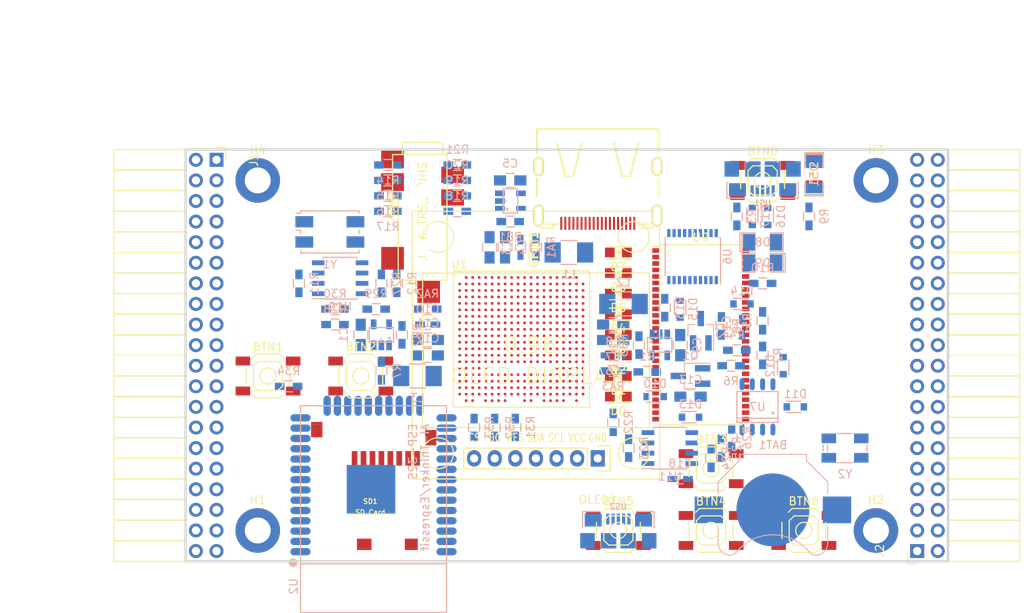
<source format=kicad_pcb>
(kicad_pcb (version 4) (host pcbnew 4.0.5+dfsg1-4)

  (general
    (links 561)
    (no_connects 561)
    (area 71.010001 43.48 197.645001 118.805339)
    (thickness 1.6)
    (drawings 6)
    (tracks 2)
    (zones 0)
    (modules 112)
    (nets 206)
  )

  (page A4)
  (layers
    (0 F.Cu signal)
    (1 In1.Cu signal)
    (2 In2.Cu signal)
    (31 B.Cu signal)
    (32 B.Adhes user)
    (33 F.Adhes user)
    (34 B.Paste user)
    (35 F.Paste user)
    (36 B.SilkS user)
    (37 F.SilkS user)
    (38 B.Mask user)
    (39 F.Mask user)
    (40 Dwgs.User user)
    (41 Cmts.User user)
    (42 Eco1.User user)
    (43 Eco2.User user)
    (44 Edge.Cuts user)
    (45 Margin user)
    (46 B.CrtYd user)
    (47 F.CrtYd user)
    (48 B.Fab user)
    (49 F.Fab user)
  )

  (setup
    (last_trace_width 0.3)
    (trace_clearance 0.2)
    (zone_clearance 0.508)
    (zone_45_only no)
    (trace_min 0.127)
    (segment_width 0.2)
    (edge_width 0.2)
    (via_size 0.6)
    (via_drill 0.4)
    (via_min_size 0.45)
    (via_min_drill 0.254)
    (uvia_size 0.3)
    (uvia_drill 0.1)
    (uvias_allowed no)
    (uvia_min_size 0.2)
    (uvia_min_drill 0.1)
    (pcb_text_width 0.3)
    (pcb_text_size 1.5 1.5)
    (mod_edge_width 0.15)
    (mod_text_size 1 1)
    (mod_text_width 0.15)
    (pad_size 1.524 1.524)
    (pad_drill 0.762)
    (pad_to_mask_clearance 0.2)
    (aux_axis_origin 82.67 62.69)
    (grid_origin 86.48 79.2)
    (visible_elements 7FFFFFFF)
    (pcbplotparams
      (layerselection 0x010f0_80000007)
      (usegerberextensions false)
      (excludeedgelayer true)
      (linewidth 0.100000)
      (plotframeref false)
      (viasonmask false)
      (mode 1)
      (useauxorigin false)
      (hpglpennumber 1)
      (hpglpenspeed 20)
      (hpglpendiameter 15)
      (hpglpenoverlay 2)
      (psnegative false)
      (psa4output false)
      (plotreference true)
      (plotvalue true)
      (plotinvisibletext false)
      (padsonsilk false)
      (subtractmaskfromsilk false)
      (outputformat 1)
      (mirror false)
      (drillshape 0)
      (scaleselection 1)
      (outputdirectory plot))
  )

  (net 0 "")
  (net 1 GND)
  (net 2 +5V)
  (net 3 /gpio/IN5V)
  (net 4 /gpio/OUT5V)
  (net 5 +3V3)
  (net 6 "Net-(L1-Pad1)")
  (net 7 "Net-(L2-Pad1)")
  (net 8 +1V2)
  (net 9 BTN_D)
  (net 10 BTN_F1)
  (net 11 BTN_F2)
  (net 12 BTN_L)
  (net 13 BTN_R)
  (net 14 BTN_U)
  (net 15 /power/FB1)
  (net 16 +2V5)
  (net 17 "Net-(L3-Pad1)")
  (net 18 /power/PWREN)
  (net 19 /power/FB3)
  (net 20 /power/FB2)
  (net 21 "Net-(D9-Pad1)")
  (net 22 /power/VBAT)
  (net 23 SD_3)
  (net 24 JTAG_TDI)
  (net 25 JTAG_TCK)
  (net 26 JTAG_TMS)
  (net 27 JTAG_TDO)
  (net 28 /power/WAKEUPn)
  (net 29 /power/WKUP)
  (net 30 /power/SHUT)
  (net 31 /power/WAKE)
  (net 32 /power/HOLD)
  (net 33 /power/WKn)
  (net 34 /power/OSCI_32k)
  (net 35 /power/OSCO_32k)
  (net 36 FTDI_nSUSPEND)
  (net 37 USB_FTDI_DM)
  (net 38 USB_FTDI_DP)
  (net 39 "Net-(Q2-Pad3)")
  (net 40 SHUTDOWN)
  (net 41 /analog/AUDIO_L)
  (net 42 /analog/AUDIO_R)
  (net 43 GPDI_5V_SCL)
  (net 44 GPDI_5V_SDA)
  (net 45 GPDI_SDA)
  (net 46 GPDI_SCL)
  (net 47 /gpdi/VREF2)
  (net 48 /blinkey/BTNPU)
  (net 49 SD_CMD)
  (net 50 SD_CLK)
  (net 51 SD_D0)
  (net 52 SD_D1)
  (net 53 USB5V)
  (net 54 /gpio/B11)
  (net 55 /gpio/C11)
  (net 56 /gpio/A10)
  (net 57 /gpio/A11)
  (net 58 /gpio/B10)
  (net 59 /gpio/A9)
  (net 60 /gpio/C10)
  (net 61 /gpio/B9)
  (net 62 /gpio/E9)
  (net 63 /gpio/D9)
  (net 64 /gpio/A8)
  (net 65 /gpio/A7)
  (net 66 /gpio/B8)
  (net 67 /gpio/C8)
  (net 68 /gpio/D8)
  (net 69 /gpio/E8)
  (net 70 /gpio/C7)
  (net 71 /gpio/C6)
  (net 72 /gpio/D7)
  (net 73 /gpio/E7)
  (net 74 /gpio/D6)
  (net 75 /gpio/E6)
  (net 76 /gpio/B6)
  (net 77 /gpio/A6)
  (net 78 /gpio/A19)
  (net 79 /gpio/B20)
  (net 80 /gpio/A18)
  (net 81 /gpio/B19)
  (net 82 /gpio/A17)
  (net 83 /gpio/B18)
  (net 84 /gpio/B17)
  (net 85 /gpio/C17)
  (net 86 /gpio/C16)
  (net 87 /gpio/D16)
  (net 88 /gpio/A16)
  (net 89 /gpio/B16)
  (net 90 /gpio/D15)
  (net 91 /gpio/E15)
  (net 92 /gpio/B15)
  (net 93 /gpio/C15)
  (net 94 /gpio/D14)
  (net 95 /gpio/E14)
  (net 96 /gpio/A14)
  (net 97 /gpio/C14)
  (net 98 /gpio/D13)
  (net 99 /gpio/E13)
  (net 100 /gpio/B13)
  (net 101 /gpio/C13)
  (net 102 /gpio/A12)
  (net 103 /gpio/A13)
  (net 104 /gpio/D12)
  (net 105 /gpio/E12)
  (net 106 /gpio/B12)
  (net 107 /gpio/C12)
  (net 108 /gpio/D11)
  (net 109 /gpio/E11)
  (net 110 "Net-(BTN0-Pad1)")
  (net 111 LED0)
  (net 112 LED1)
  (net 113 LED2)
  (net 114 LED3)
  (net 115 LED4)
  (net 116 LED5)
  (net 117 LED6)
  (net 118 LED7)
  (net 119 BTN_PWRn)
  (net 120 GPDI_ETH_N)
  (net 121 GPDI_ETH_P)
  (net 122 GPDI_D2_P)
  (net 123 GPDI_D2_N)
  (net 124 GPDI_D1_P)
  (net 125 GPDI_D1_N)
  (net 126 GPDI_D0_P)
  (net 127 GPDI_D0_N)
  (net 128 GPDI_CLK_P)
  (net 129 GPDI_CLK_N)
  (net 130 GPDI_CEC)
  (net 131 nRESET)
  (net 132 /usb/FT3V3)
  (net 133 FTDI_nDTR)
  (net 134 SDRAM_CKE)
  (net 135 SDRAM_A7)
  (net 136 SDRAM_D15)
  (net 137 SDRAM_BA1)
  (net 138 SDRAM_D7)
  (net 139 SDRAM_A6)
  (net 140 SDRAM_CLK)
  (net 141 SDRAM_D13)
  (net 142 SDRAM_BA0)
  (net 143 SDRAM_D6)
  (net 144 SDRAM_A5)
  (net 145 SDRAM_D14)
  (net 146 SDRAM_A11)
  (net 147 SDRAM_D12)
  (net 148 SDRAM_D5)
  (net 149 SDRAM_A4)
  (net 150 SDRAM_A10)
  (net 151 SDRAM_D11)
  (net 152 SDRAM_A3)
  (net 153 SDRAM_D4)
  (net 154 SDRAM_D10)
  (net 155 SDRAM_D9)
  (net 156 SDRAM_A9)
  (net 157 SDRAM_D3)
  (net 158 SDRAM_D8)
  (net 159 SDRAM_A8)
  (net 160 SDRAM_A2)
  (net 161 SDRAM_A1)
  (net 162 SDRAM_A0)
  (net 163 SDRAM_D2)
  (net 164 SDRAM_D1)
  (net 165 SDRAM_D0)
  (net 166 SDRAM_DQM0)
  (net 167 SDRAM_nCS)
  (net 168 SDRAM_nRAS)
  (net 169 SDRAM_DQM1)
  (net 170 SDRAM_nCAS)
  (net 171 SDRAM_nWE)
  (net 172 /flash/FLASH_nWP)
  (net 173 /flash/FLASH_nHOLD)
  (net 174 /flash/FLASH_MOSI)
  (net 175 /flash/FLASH_MISO)
  (net 176 /flash/FLASH_SCK)
  (net 177 /flash/FLASH_nCS)
  (net 178 /flash/FPGA_PROGRAMN)
  (net 179 /flash/FPGA_DONE)
  (net 180 /flash/FPGA_INITN)
  (net 181 OLED_MOSI)
  (net 182 OLED_RES)
  (net 183 OLED_DC)
  (net 184 OLED_CS)
  (net 185 AUDIO_L3)
  (net 186 AUDIO_L2)
  (net 187 AUDIO_L1)
  (net 188 AUDIO_L0)
  (net 189 AUDIO_R3)
  (net 190 AUDIO_R2)
  (net 191 AUDIO_R1)
  (net 192 AUDIO_R0)
  (net 193 WIFI_EN)
  (net 194 FTDI_nRTS)
  (net 195 WIFI_GPIO2)
  (net 196 FTDI_TXD)
  (net 197 FTDI_RXD)
  (net 198 WIFI_RXD)
  (net 199 WIFI_GPIO0)
  (net 200 FTDI_nCTS)
  (net 201 WIFI_TXD)
  (net 202 FTDI_nRI)
  (net 203 FTDI_nDCD)
  (net 204 WIFI_GPIO15)
  (net 205 /gpdi/CLK_25MHz)

  (net_class Default "This is the default net class."
    (clearance 0.2)
    (trace_width 0.3)
    (via_dia 0.6)
    (via_drill 0.4)
    (uvia_dia 0.3)
    (uvia_drill 0.1)
    (add_net +1V2)
    (add_net +2V5)
    (add_net +3V3)
    (add_net +5V)
    (add_net /analog/AUDIO_L)
    (add_net /analog/AUDIO_R)
    (add_net /blinkey/BTNPU)
    (add_net /gpdi/VREF2)
    (add_net /gpio/IN5V)
    (add_net /gpio/OUT5V)
    (add_net /power/FB1)
    (add_net /power/FB2)
    (add_net /power/FB3)
    (add_net /power/HOLD)
    (add_net /power/OSCI_32k)
    (add_net /power/OSCO_32k)
    (add_net /power/PWREN)
    (add_net /power/SHUT)
    (add_net /power/VBAT)
    (add_net /power/WAKE)
    (add_net /power/WAKEUPn)
    (add_net /power/WKUP)
    (add_net /power/WKn)
    (add_net /usb/FT3V3)
    (add_net FTDI_nSUSPEND)
    (add_net "Net-(BTN0-Pad1)")
    (add_net "Net-(D9-Pad1)")
    (add_net "Net-(L1-Pad1)")
    (add_net "Net-(L2-Pad1)")
    (add_net "Net-(L3-Pad1)")
    (add_net "Net-(Q2-Pad3)")
    (add_net SHUTDOWN)
    (add_net USB5V)
    (add_net USB_FTDI_DM)
    (add_net USB_FTDI_DP)
    (add_net nRESET)
  )

  (net_class BGA ""
    (clearance 0.13)
    (trace_width 0.2)
    (via_dia 0.45)
    (via_drill 0.254)
    (uvia_dia 0.3)
    (uvia_drill 0.1)
    (add_net /flash/FLASH_MISO)
    (add_net /flash/FLASH_MOSI)
    (add_net /flash/FLASH_SCK)
    (add_net /flash/FLASH_nCS)
    (add_net /flash/FLASH_nHOLD)
    (add_net /flash/FLASH_nWP)
    (add_net /flash/FPGA_DONE)
    (add_net /flash/FPGA_INITN)
    (add_net /flash/FPGA_PROGRAMN)
    (add_net /gpdi/CLK_25MHz)
    (add_net /gpio/A10)
    (add_net /gpio/A11)
    (add_net /gpio/A12)
    (add_net /gpio/A13)
    (add_net /gpio/A14)
    (add_net /gpio/A16)
    (add_net /gpio/A17)
    (add_net /gpio/A18)
    (add_net /gpio/A19)
    (add_net /gpio/A6)
    (add_net /gpio/A7)
    (add_net /gpio/A8)
    (add_net /gpio/A9)
    (add_net /gpio/B10)
    (add_net /gpio/B11)
    (add_net /gpio/B12)
    (add_net /gpio/B13)
    (add_net /gpio/B15)
    (add_net /gpio/B16)
    (add_net /gpio/B17)
    (add_net /gpio/B18)
    (add_net /gpio/B19)
    (add_net /gpio/B20)
    (add_net /gpio/B6)
    (add_net /gpio/B8)
    (add_net /gpio/B9)
    (add_net /gpio/C10)
    (add_net /gpio/C11)
    (add_net /gpio/C12)
    (add_net /gpio/C13)
    (add_net /gpio/C14)
    (add_net /gpio/C15)
    (add_net /gpio/C16)
    (add_net /gpio/C17)
    (add_net /gpio/C6)
    (add_net /gpio/C7)
    (add_net /gpio/C8)
    (add_net /gpio/D11)
    (add_net /gpio/D12)
    (add_net /gpio/D13)
    (add_net /gpio/D14)
    (add_net /gpio/D15)
    (add_net /gpio/D16)
    (add_net /gpio/D6)
    (add_net /gpio/D7)
    (add_net /gpio/D8)
    (add_net /gpio/D9)
    (add_net /gpio/E11)
    (add_net /gpio/E12)
    (add_net /gpio/E13)
    (add_net /gpio/E14)
    (add_net /gpio/E15)
    (add_net /gpio/E6)
    (add_net /gpio/E7)
    (add_net /gpio/E8)
    (add_net /gpio/E9)
    (add_net AUDIO_L0)
    (add_net AUDIO_L1)
    (add_net AUDIO_L2)
    (add_net AUDIO_L3)
    (add_net AUDIO_R0)
    (add_net AUDIO_R1)
    (add_net AUDIO_R2)
    (add_net AUDIO_R3)
    (add_net BTN_D)
    (add_net BTN_F1)
    (add_net BTN_F2)
    (add_net BTN_L)
    (add_net BTN_PWRn)
    (add_net BTN_R)
    (add_net BTN_U)
    (add_net FTDI_RXD)
    (add_net FTDI_TXD)
    (add_net FTDI_nCTS)
    (add_net FTDI_nDCD)
    (add_net FTDI_nDTR)
    (add_net FTDI_nRI)
    (add_net FTDI_nRTS)
    (add_net GND)
    (add_net GPDI_5V_SCL)
    (add_net GPDI_5V_SDA)
    (add_net GPDI_CEC)
    (add_net GPDI_CLK_N)
    (add_net GPDI_CLK_P)
    (add_net GPDI_D0_N)
    (add_net GPDI_D0_P)
    (add_net GPDI_D1_N)
    (add_net GPDI_D1_P)
    (add_net GPDI_D2_N)
    (add_net GPDI_D2_P)
    (add_net GPDI_ETH_N)
    (add_net GPDI_ETH_P)
    (add_net GPDI_SCL)
    (add_net GPDI_SDA)
    (add_net JTAG_TCK)
    (add_net JTAG_TDI)
    (add_net JTAG_TDO)
    (add_net JTAG_TMS)
    (add_net LED0)
    (add_net LED1)
    (add_net LED2)
    (add_net LED3)
    (add_net LED4)
    (add_net LED5)
    (add_net LED6)
    (add_net LED7)
    (add_net OLED_CS)
    (add_net OLED_DC)
    (add_net OLED_MOSI)
    (add_net OLED_RES)
    (add_net SDRAM_A0)
    (add_net SDRAM_A1)
    (add_net SDRAM_A10)
    (add_net SDRAM_A11)
    (add_net SDRAM_A2)
    (add_net SDRAM_A3)
    (add_net SDRAM_A4)
    (add_net SDRAM_A5)
    (add_net SDRAM_A6)
    (add_net SDRAM_A7)
    (add_net SDRAM_A8)
    (add_net SDRAM_A9)
    (add_net SDRAM_BA0)
    (add_net SDRAM_BA1)
    (add_net SDRAM_CKE)
    (add_net SDRAM_CLK)
    (add_net SDRAM_D0)
    (add_net SDRAM_D1)
    (add_net SDRAM_D10)
    (add_net SDRAM_D11)
    (add_net SDRAM_D12)
    (add_net SDRAM_D13)
    (add_net SDRAM_D14)
    (add_net SDRAM_D15)
    (add_net SDRAM_D2)
    (add_net SDRAM_D3)
    (add_net SDRAM_D4)
    (add_net SDRAM_D5)
    (add_net SDRAM_D6)
    (add_net SDRAM_D7)
    (add_net SDRAM_D8)
    (add_net SDRAM_D9)
    (add_net SDRAM_DQM0)
    (add_net SDRAM_DQM1)
    (add_net SDRAM_nCAS)
    (add_net SDRAM_nCS)
    (add_net SDRAM_nRAS)
    (add_net SDRAM_nWE)
    (add_net SD_3)
    (add_net SD_CLK)
    (add_net SD_CMD)
    (add_net SD_D0)
    (add_net SD_D1)
    (add_net WIFI_EN)
    (add_net WIFI_GPIO0)
    (add_net WIFI_GPIO15)
    (add_net WIFI_GPIO2)
    (add_net WIFI_RXD)
    (add_net WIFI_TXD)
  )

  (module Keystone_3000_1x12mm-CoinCell:Keystone_3000_1x12mm-CoinCell (layer B.Cu) (tedit 58D7D5B5) (tstamp 58D7ADD9)
    (at 166.49 105.87 180)
    (descr http://www.keyelco.com/product-pdf.cfm?p=777)
    (tags "Keystone type 3000 coin cell retainer")
    (path /58D51CAD/58D72202)
    (attr smd)
    (fp_text reference BAT1 (at 0 8 180) (layer B.SilkS)
      (effects (font (size 1 1) (thickness 0.15)) (justify mirror))
    )
    (fp_text value CR1225 (at 0 -7.5 180) (layer B.Fab)
      (effects (font (size 1 1) (thickness 0.15)) (justify mirror))
    )
    (fp_arc (start 0 0) (end 0 -6.75) (angle -36.6) (layer B.CrtYd) (width 0.05))
    (fp_arc (start 0.11 -9.15) (end 4.22 -5.65) (angle 3.1) (layer B.CrtYd) (width 0.05))
    (fp_arc (start 0.11 -9.15) (end -4.22 -5.65) (angle -3.1) (layer B.CrtYd) (width 0.05))
    (fp_arc (start 0 0) (end 0 -6.75) (angle 36.6) (layer B.CrtYd) (width 0.05))
    (fp_arc (start 5.25 -4.1) (end 5.3 -6.1) (angle 90) (layer B.CrtYd) (width 0.05))
    (fp_arc (start 5.29 -4.6) (end 4.22 -5.65) (angle 54.1) (layer B.CrtYd) (width 0.05))
    (fp_arc (start -5.29 -4.6) (end -4.22 -5.65) (angle -54.1) (layer B.CrtYd) (width 0.05))
    (fp_circle (center 0 0) (end 0 -6.25) (layer Dwgs.User) (width 0.15))
    (fp_arc (start 5.29 -4.6) (end 4.5 -5.2) (angle 60) (layer B.SilkS) (width 0.12))
    (fp_arc (start -5.29 -4.6) (end -4.5 -5.2) (angle -60) (layer B.SilkS) (width 0.12))
    (fp_arc (start 0 -8.9) (end -4.5 -5.2) (angle -101) (layer B.SilkS) (width 0.12))
    (fp_arc (start 5.29 -4.6) (end 4.6 -5.1) (angle 60) (layer B.Fab) (width 0.1))
    (fp_arc (start -5.29 -4.6) (end -4.6 -5.1) (angle -60) (layer B.Fab) (width 0.1))
    (fp_arc (start 0 -8.9) (end -4.6 -5.1) (angle -101) (layer B.Fab) (width 0.1))
    (fp_arc (start -5.25 -4.1) (end -5.3 -6.1) (angle -90) (layer B.CrtYd) (width 0.05))
    (fp_arc (start 5.25 -4.1) (end 5.3 -5.6) (angle 90) (layer B.SilkS) (width 0.12))
    (fp_arc (start -5.25 -4.1) (end -5.3 -5.6) (angle -90) (layer B.SilkS) (width 0.12))
    (fp_line (start -7.25 -2.15) (end -7.25 -4.1) (layer B.CrtYd) (width 0.05))
    (fp_line (start 7.25 -2.15) (end 7.25 -4.1) (layer B.CrtYd) (width 0.05))
    (fp_line (start 6.75 -2) (end 6.75 -4.1) (layer B.SilkS) (width 0.12))
    (fp_line (start -6.75 -2) (end -6.75 -4.1) (layer B.SilkS) (width 0.12))
    (fp_arc (start 5.25 -4.1) (end 5.3 -5.45) (angle 90) (layer B.Fab) (width 0.1))
    (fp_line (start 7.25 2.15) (end 7.25 3.8) (layer B.CrtYd) (width 0.05))
    (fp_line (start 7.25 3.8) (end 4.65 6.4) (layer B.CrtYd) (width 0.05))
    (fp_line (start 4.65 6.4) (end 4.65 7.35) (layer B.CrtYd) (width 0.05))
    (fp_line (start -4.65 7.35) (end 4.65 7.35) (layer B.CrtYd) (width 0.05))
    (fp_line (start -4.65 6.4) (end -4.65 7.35) (layer B.CrtYd) (width 0.05))
    (fp_line (start -7.25 3.8) (end -4.65 6.4) (layer B.CrtYd) (width 0.05))
    (fp_line (start -7.25 2.15) (end -7.25 3.8) (layer B.CrtYd) (width 0.05))
    (fp_line (start -6.75 2) (end -6.75 3.45) (layer B.SilkS) (width 0.12))
    (fp_line (start -6.75 3.45) (end -4.15 6.05) (layer B.SilkS) (width 0.12))
    (fp_line (start -4.15 6.05) (end -4.15 6.85) (layer B.SilkS) (width 0.12))
    (fp_line (start -4.15 6.85) (end 4.15 6.85) (layer B.SilkS) (width 0.12))
    (fp_line (start 4.15 6.85) (end 4.15 6.05) (layer B.SilkS) (width 0.12))
    (fp_line (start 4.15 6.05) (end 6.75 3.45) (layer B.SilkS) (width 0.12))
    (fp_line (start 6.75 3.45) (end 6.75 2) (layer B.SilkS) (width 0.12))
    (fp_line (start -7.25 2.15) (end -10.15 2.15) (layer B.CrtYd) (width 0.05))
    (fp_line (start -10.15 2.15) (end -10.15 -2.15) (layer B.CrtYd) (width 0.05))
    (fp_line (start -10.15 -2.15) (end -7.25 -2.15) (layer B.CrtYd) (width 0.05))
    (fp_line (start 7.25 2.15) (end 10.15 2.15) (layer B.CrtYd) (width 0.05))
    (fp_line (start 10.15 2.15) (end 10.15 -2.15) (layer B.CrtYd) (width 0.05))
    (fp_line (start 10.15 -2.15) (end 7.25 -2.15) (layer B.CrtYd) (width 0.05))
    (fp_arc (start -5.25 -4.1) (end -5.3 -5.45) (angle -90) (layer B.Fab) (width 0.1))
    (fp_line (start 6.6 3.4) (end 6.6 -4.1) (layer B.Fab) (width 0.1))
    (fp_line (start -6.6 3.4) (end -6.6 -4.1) (layer B.Fab) (width 0.1))
    (fp_line (start 4 6) (end 6.6 3.4) (layer B.Fab) (width 0.1))
    (fp_line (start -4 6) (end -6.6 3.4) (layer B.Fab) (width 0.1))
    (fp_line (start 4 6.7) (end 4 6) (layer B.Fab) (width 0.1))
    (fp_line (start -4 6.7) (end -4 6) (layer B.Fab) (width 0.1))
    (fp_line (start -4 6.7) (end 4 6.7) (layer B.Fab) (width 0.1))
    (pad 1 smd rect (at -7.9 0 180) (size 3.5 3.3) (layers B.Cu B.Paste B.Mask)
      (net 22 /power/VBAT))
    (pad 1 smd rect (at 7.9 0 180) (size 3.5 3.3) (layers B.Cu B.Paste B.Mask)
      (net 22 /power/VBAT))
    (pad 2 smd circle (at 0 0 180) (size 9 9) (layers B.Cu B.Mask)
      (net 1 GND))
    (model Battery_Holders.3dshapes/Keystone_3000_1x12mm-CoinCell.wrl
      (at (xyz 0 0 0))
      (scale (xyz 1 1 1))
      (rotate (xyz 0 0 0))
    )
  )

  (module SMD_Packages:SMD-1206_Pol (layer F.Cu) (tedit 0) (tstamp 56AA106E)
    (at 171.57 64.341 90)
    (path /56AC389C/56AC4846)
    (attr smd)
    (fp_text reference D52 (at 0 0 90) (layer F.SilkS)
      (effects (font (size 1 1) (thickness 0.15)))
    )
    (fp_text value 2A (at 0 0 90) (layer F.Fab)
      (effects (font (size 1 1) (thickness 0.15)))
    )
    (fp_line (start -2.54 -1.143) (end -2.794 -1.143) (layer F.SilkS) (width 0.15))
    (fp_line (start -2.794 -1.143) (end -2.794 1.143) (layer F.SilkS) (width 0.15))
    (fp_line (start -2.794 1.143) (end -2.54 1.143) (layer F.SilkS) (width 0.15))
    (fp_line (start -2.54 -1.143) (end -2.54 1.143) (layer F.SilkS) (width 0.15))
    (fp_line (start -2.54 1.143) (end -0.889 1.143) (layer F.SilkS) (width 0.15))
    (fp_line (start 0.889 -1.143) (end 2.54 -1.143) (layer F.SilkS) (width 0.15))
    (fp_line (start 2.54 -1.143) (end 2.54 1.143) (layer F.SilkS) (width 0.15))
    (fp_line (start 2.54 1.143) (end 0.889 1.143) (layer F.SilkS) (width 0.15))
    (fp_line (start -0.889 -1.143) (end -2.54 -1.143) (layer F.SilkS) (width 0.15))
    (pad 1 smd rect (at -1.651 0 90) (size 1.524 2.032) (layers F.Cu F.Paste F.Mask)
      (net 4 /gpio/OUT5V))
    (pad 2 smd rect (at 1.651 0 90) (size 1.524 2.032) (layers F.Cu F.Paste F.Mask)
      (net 2 +5V))
    (model SMD_Packages.3dshapes/SMD-1206_Pol.wrl
      (at (xyz 0 0 0))
      (scale (xyz 0.17 0.16 0.16))
      (rotate (xyz 0 0 0))
    )
  )

  (module SMD_Packages:SMD-1206_Pol (layer B.Cu) (tedit 0) (tstamp 56AA1068)
    (at 171.57 64.595 270)
    (path /56AC389C/56AC483B)
    (attr smd)
    (fp_text reference D51 (at 0 0 270) (layer B.SilkS)
      (effects (font (size 1 1) (thickness 0.15)) (justify mirror))
    )
    (fp_text value 2A (at 0 0 270) (layer B.Fab)
      (effects (font (size 1 1) (thickness 0.15)) (justify mirror))
    )
    (fp_line (start -2.54 1.143) (end -2.794 1.143) (layer B.SilkS) (width 0.15))
    (fp_line (start -2.794 1.143) (end -2.794 -1.143) (layer B.SilkS) (width 0.15))
    (fp_line (start -2.794 -1.143) (end -2.54 -1.143) (layer B.SilkS) (width 0.15))
    (fp_line (start -2.54 1.143) (end -2.54 -1.143) (layer B.SilkS) (width 0.15))
    (fp_line (start -2.54 -1.143) (end -0.889 -1.143) (layer B.SilkS) (width 0.15))
    (fp_line (start 0.889 1.143) (end 2.54 1.143) (layer B.SilkS) (width 0.15))
    (fp_line (start 2.54 1.143) (end 2.54 -1.143) (layer B.SilkS) (width 0.15))
    (fp_line (start 2.54 -1.143) (end 0.889 -1.143) (layer B.SilkS) (width 0.15))
    (fp_line (start -0.889 1.143) (end -2.54 1.143) (layer B.SilkS) (width 0.15))
    (pad 1 smd rect (at -1.651 0 270) (size 1.524 2.032) (layers B.Cu B.Paste B.Mask)
      (net 2 +5V))
    (pad 2 smd rect (at 1.651 0 270) (size 1.524 2.032) (layers B.Cu B.Paste B.Mask)
      (net 3 /gpio/IN5V))
    (model SMD_Packages.3dshapes/SMD-1206_Pol.wrl
      (at (xyz 0 0 0))
      (scale (xyz 0.17 0.16 0.16))
      (rotate (xyz 0 0 0))
    )
  )

  (module micro-sd:MicroSD_TF02D (layer F.Cu) (tedit 52721666) (tstamp 56A966AB)
    (at 116.87 110.52 180)
    (path /58DA7327/58DA7C6C)
    (fp_text reference SD1 (at 0 5.7 180) (layer F.SilkS)
      (effects (font (size 0.59944 0.59944) (thickness 0.12446)))
    )
    (fp_text value SD_Card (at 0 4.35 180) (layer F.SilkS)
      (effects (font (size 0.59944 0.59944) (thickness 0.12446)))
    )
    (fp_line (start 3.8 15.2) (end 3.8 16) (layer F.SilkS) (width 0.01016))
    (fp_line (start 3.8 16) (end -7 16) (layer F.SilkS) (width 0.01016))
    (fp_line (start -7 16) (end -7 15.2) (layer F.SilkS) (width 0.01016))
    (fp_line (start 7 0) (end 7 15.2) (layer F.SilkS) (width 0.01016))
    (fp_line (start 7 15.2) (end -7 15.2) (layer F.SilkS) (width 0.01016))
    (fp_line (start -7 15.2) (end -7 0) (layer F.SilkS) (width 0.01016))
    (fp_line (start -7 0) (end 7 0) (layer F.SilkS) (width 0.01016))
    (pad 1 smd rect (at 1.94 11 180) (size 0.7 1.8) (layers F.Cu F.Paste F.Mask)
      (net 23 SD_3))
    (pad 2 smd rect (at 0.84 11 180) (size 0.7 1.8) (layers F.Cu F.Paste F.Mask)
      (net 49 SD_CMD))
    (pad 3 smd rect (at -0.26 11 180) (size 0.7 1.8) (layers F.Cu F.Paste F.Mask)
      (net 1 GND))
    (pad 4 smd rect (at -1.36 11 180) (size 0.7 1.8) (layers F.Cu F.Paste F.Mask)
      (net 5 +3V3))
    (pad 5 smd rect (at -2.46 11 180) (size 0.7 1.8) (layers F.Cu F.Paste F.Mask)
      (net 50 SD_CLK))
    (pad 6 smd rect (at -3.56 11 180) (size 0.7 1.8) (layers F.Cu F.Paste F.Mask)
      (net 1 GND))
    (pad 7 smd rect (at -4.66 11 180) (size 0.7 1.8) (layers F.Cu F.Paste F.Mask)
      (net 51 SD_D0))
    (pad 8 smd rect (at -5.76 11 180) (size 0.7 1.8) (layers F.Cu F.Paste F.Mask)
      (net 52 SD_D1))
    (pad S smd rect (at -5.05 0.4 180) (size 1.6 1.4) (layers F.Cu F.Paste F.Mask))
    (pad S smd rect (at 0.75 0.4 180) (size 1.8 1.4) (layers F.Cu F.Paste F.Mask))
    (pad G smd rect (at -7.45 13.55 180) (size 1.4 1.9) (layers F.Cu F.Paste F.Mask))
    (pad G smd rect (at 6.6 14.55 180) (size 1.4 1.9) (layers F.Cu F.Paste F.Mask))
  )

  (module Resistors_SMD:R_1210_HandSoldering (layer B.Cu) (tedit 58307C8D) (tstamp 58D58A37)
    (at 141.344 74.12)
    (descr "Resistor SMD 1210, hand soldering")
    (tags "resistor 1210")
    (path /58D51CAD/58D59D36)
    (attr smd)
    (fp_text reference L1 (at 0 2.7) (layer B.SilkS)
      (effects (font (size 1 1) (thickness 0.15)) (justify mirror))
    )
    (fp_text value 2.2uH (at 0 -2.7) (layer B.Fab)
      (effects (font (size 1 1) (thickness 0.15)) (justify mirror))
    )
    (fp_line (start -1.6 -1.25) (end -1.6 1.25) (layer B.Fab) (width 0.1))
    (fp_line (start 1.6 -1.25) (end -1.6 -1.25) (layer B.Fab) (width 0.1))
    (fp_line (start 1.6 1.25) (end 1.6 -1.25) (layer B.Fab) (width 0.1))
    (fp_line (start -1.6 1.25) (end 1.6 1.25) (layer B.Fab) (width 0.1))
    (fp_line (start -3.3 1.6) (end 3.3 1.6) (layer B.CrtYd) (width 0.05))
    (fp_line (start -3.3 -1.6) (end 3.3 -1.6) (layer B.CrtYd) (width 0.05))
    (fp_line (start -3.3 1.6) (end -3.3 -1.6) (layer B.CrtYd) (width 0.05))
    (fp_line (start 3.3 1.6) (end 3.3 -1.6) (layer B.CrtYd) (width 0.05))
    (fp_line (start 1 -1.475) (end -1 -1.475) (layer B.SilkS) (width 0.15))
    (fp_line (start -1 1.475) (end 1 1.475) (layer B.SilkS) (width 0.15))
    (pad 1 smd rect (at -2 0) (size 2 2.5) (layers B.Cu B.Paste B.Mask)
      (net 6 "Net-(L1-Pad1)"))
    (pad 2 smd rect (at 2 0) (size 2 2.5) (layers B.Cu B.Paste B.Mask)
      (net 8 +1V2))
    (model Resistors_SMD.3dshapes/R_1210_HandSoldering.wrl
      (at (xyz 0 0 0))
      (scale (xyz 1 1 1))
      (rotate (xyz 0 0 0))
    )
  )

  (module TSOT-25:TSOT-25 (layer B.Cu) (tedit 55EFFDDA) (tstamp 58D5976E)
    (at 134.135 67.77 90)
    (path /58D51CAD/58D58840)
    (fp_text reference U3 (at 0 -0.5 90) (layer B.SilkS)
      (effects (font (size 0.15 0.15) (thickness 0.0375)) (justify mirror))
    )
    (fp_text value AP3429A (at 0 0.5 90) (layer B.Fab)
      (effects (font (size 0.15 0.15) (thickness 0.0375)) (justify mirror))
    )
    (fp_circle (center -1 -0.4) (end -0.95 -0.5) (layer B.SilkS) (width 0.15))
    (fp_line (start -1.5 0.9) (end 1.5 0.9) (layer B.SilkS) (width 0.15))
    (fp_line (start 1.5 0.9) (end 1.5 -0.9) (layer B.SilkS) (width 0.15))
    (fp_line (start 1.5 -0.9) (end -1.5 -0.9) (layer B.SilkS) (width 0.15))
    (fp_line (start -1.5 -0.9) (end -1.5 0.9) (layer B.SilkS) (width 0.15))
    (pad 1 smd rect (at -0.95 -1.3 90) (size 0.7 1.2) (layers B.Cu B.Paste B.Mask)
      (net 18 /power/PWREN))
    (pad 2 smd rect (at 0 -1.3 90) (size 0.7 1.2) (layers B.Cu B.Paste B.Mask)
      (net 1 GND))
    (pad 3 smd rect (at 0.95 -1.3 90) (size 0.7 1.2) (layers B.Cu B.Paste B.Mask)
      (net 6 "Net-(L1-Pad1)"))
    (pad 4 smd rect (at 0.95 1.3 90) (size 0.7 1.2) (layers B.Cu B.Paste B.Mask)
      (net 2 +5V))
    (pad 5 smd rect (at -0.95 1.3 90) (size 0.7 1.2) (layers B.Cu B.Paste B.Mask)
      (net 15 /power/FB1))
  )

  (module Resistors_SMD:R_1210_HandSoldering (layer B.Cu) (tedit 58307C8D) (tstamp 58D599B2)
    (at 148.075 80.47 180)
    (descr "Resistor SMD 1210, hand soldering")
    (tags "resistor 1210")
    (path /58D51CAD/58D62964)
    (attr smd)
    (fp_text reference L2 (at 0 2.7 180) (layer B.SilkS)
      (effects (font (size 1 1) (thickness 0.15)) (justify mirror))
    )
    (fp_text value 2.2uH (at 0 -2.7 180) (layer B.Fab)
      (effects (font (size 1 1) (thickness 0.15)) (justify mirror))
    )
    (fp_line (start -1.6 -1.25) (end -1.6 1.25) (layer B.Fab) (width 0.1))
    (fp_line (start 1.6 -1.25) (end -1.6 -1.25) (layer B.Fab) (width 0.1))
    (fp_line (start 1.6 1.25) (end 1.6 -1.25) (layer B.Fab) (width 0.1))
    (fp_line (start -1.6 1.25) (end 1.6 1.25) (layer B.Fab) (width 0.1))
    (fp_line (start -3.3 1.6) (end 3.3 1.6) (layer B.CrtYd) (width 0.05))
    (fp_line (start -3.3 -1.6) (end 3.3 -1.6) (layer B.CrtYd) (width 0.05))
    (fp_line (start -3.3 1.6) (end -3.3 -1.6) (layer B.CrtYd) (width 0.05))
    (fp_line (start 3.3 1.6) (end 3.3 -1.6) (layer B.CrtYd) (width 0.05))
    (fp_line (start 1 -1.475) (end -1 -1.475) (layer B.SilkS) (width 0.15))
    (fp_line (start -1 1.475) (end 1 1.475) (layer B.SilkS) (width 0.15))
    (pad 1 smd rect (at -2 0 180) (size 2 2.5) (layers B.Cu B.Paste B.Mask)
      (net 7 "Net-(L2-Pad1)"))
    (pad 2 smd rect (at 2 0 180) (size 2 2.5) (layers B.Cu B.Paste B.Mask)
      (net 5 +3V3))
    (model Resistors_SMD.3dshapes/R_1210_HandSoldering.wrl
      (at (xyz 0 0 0))
      (scale (xyz 1 1 1))
      (rotate (xyz 0 0 0))
    )
  )

  (module TSOT-25:TSOT-25 (layer B.Cu) (tedit 55EFFDDA) (tstamp 58D599CD)
    (at 152.52 85.52)
    (path /58D51CAD/58D62946)
    (fp_text reference U4 (at 0 -0.5) (layer B.SilkS)
      (effects (font (size 0.15 0.15) (thickness 0.0375)) (justify mirror))
    )
    (fp_text value AP3429A (at 0 0.5) (layer B.Fab)
      (effects (font (size 0.15 0.15) (thickness 0.0375)) (justify mirror))
    )
    (fp_circle (center -1 -0.4) (end -0.95 -0.5) (layer B.SilkS) (width 0.15))
    (fp_line (start -1.5 0.9) (end 1.5 0.9) (layer B.SilkS) (width 0.15))
    (fp_line (start 1.5 0.9) (end 1.5 -0.9) (layer B.SilkS) (width 0.15))
    (fp_line (start 1.5 -0.9) (end -1.5 -0.9) (layer B.SilkS) (width 0.15))
    (fp_line (start -1.5 -0.9) (end -1.5 0.9) (layer B.SilkS) (width 0.15))
    (pad 1 smd rect (at -0.95 -1.3) (size 0.7 1.2) (layers B.Cu B.Paste B.Mask)
      (net 18 /power/PWREN))
    (pad 2 smd rect (at 0 -1.3) (size 0.7 1.2) (layers B.Cu B.Paste B.Mask)
      (net 1 GND))
    (pad 3 smd rect (at 0.95 -1.3) (size 0.7 1.2) (layers B.Cu B.Paste B.Mask)
      (net 7 "Net-(L2-Pad1)"))
    (pad 4 smd rect (at 0.95 1.3) (size 0.7 1.2) (layers B.Cu B.Paste B.Mask)
      (net 2 +5V))
    (pad 5 smd rect (at -0.95 1.3) (size 0.7 1.2) (layers B.Cu B.Paste B.Mask)
      (net 19 /power/FB3))
  )

  (module Buttons_Switches_SMD:SW_SPST_SKQG (layer F.Cu) (tedit 56EC5E16) (tstamp 58D6598E)
    (at 104.26 89.36)
    (descr "ALPS 5.2mm Square Low-profile TACT Switch (SMD)")
    (tags "SPST Button Switch")
    (path /58D6547C/58D66056)
    (attr smd)
    (fp_text reference BTN1 (at 0 -3.6) (layer F.SilkS)
      (effects (font (size 1 1) (thickness 0.15)))
    )
    (fp_text value FIRE1 (at 0 3.7) (layer F.Fab)
      (effects (font (size 1 1) (thickness 0.15)))
    )
    (fp_line (start -4.25 -2.95) (end -4.25 2.95) (layer F.CrtYd) (width 0.05))
    (fp_line (start 4.25 -2.95) (end -4.25 -2.95) (layer F.CrtYd) (width 0.05))
    (fp_line (start 4.25 2.95) (end 4.25 -2.95) (layer F.CrtYd) (width 0.05))
    (fp_line (start -4.25 2.95) (end 4.25 2.95) (layer F.CrtYd) (width 0.05))
    (fp_circle (center 0 0) (end 1 0) (layer F.SilkS) (width 0.15))
    (fp_line (start -1.2 -1.8) (end 1.2 -1.8) (layer F.SilkS) (width 0.15))
    (fp_line (start -1.8 -1.2) (end -1.2 -1.8) (layer F.SilkS) (width 0.15))
    (fp_line (start -1.8 1.2) (end -1.8 -1.2) (layer F.SilkS) (width 0.15))
    (fp_line (start -1.2 1.8) (end -1.8 1.2) (layer F.SilkS) (width 0.15))
    (fp_line (start 1.2 1.8) (end -1.2 1.8) (layer F.SilkS) (width 0.15))
    (fp_line (start 1.8 1.2) (end 1.2 1.8) (layer F.SilkS) (width 0.15))
    (fp_line (start 1.8 -1.2) (end 1.8 1.2) (layer F.SilkS) (width 0.15))
    (fp_line (start 1.2 -1.8) (end 1.8 -1.2) (layer F.SilkS) (width 0.15))
    (fp_line (start -1.45 -2.7) (end 1.45 -2.7) (layer F.SilkS) (width 0.15))
    (fp_line (start -1.9 -2.25) (end -1.45 -2.7) (layer F.SilkS) (width 0.15))
    (fp_line (start -2.7 1) (end -2.7 -1) (layer F.SilkS) (width 0.15))
    (fp_line (start -1.45 2.7) (end -1.9 2.25) (layer F.SilkS) (width 0.15))
    (fp_line (start 1.45 2.7) (end -1.45 2.7) (layer F.SilkS) (width 0.15))
    (fp_line (start 1.9 2.25) (end 1.45 2.7) (layer F.SilkS) (width 0.15))
    (fp_line (start 2.7 -1) (end 2.7 1) (layer F.SilkS) (width 0.15))
    (fp_line (start 1.45 -2.7) (end 1.9 -2.25) (layer F.SilkS) (width 0.15))
    (pad 1 smd rect (at -3.1 -1.85) (size 1.8 1.1) (layers F.Cu F.Paste F.Mask)
      (net 48 /blinkey/BTNPU))
    (pad 1 smd rect (at 3.1 -1.85) (size 1.8 1.1) (layers F.Cu F.Paste F.Mask)
      (net 48 /blinkey/BTNPU))
    (pad 2 smd rect (at -3.1 1.85) (size 1.8 1.1) (layers F.Cu F.Paste F.Mask)
      (net 10 BTN_F1))
    (pad 2 smd rect (at 3.1 1.85) (size 1.8 1.1) (layers F.Cu F.Paste F.Mask)
      (net 10 BTN_F1))
  )

  (module Buttons_Switches_SMD:SW_SPST_SKQG (layer F.Cu) (tedit 56EC5E16) (tstamp 58D65996)
    (at 115.69 89.36)
    (descr "ALPS 5.2mm Square Low-profile TACT Switch (SMD)")
    (tags "SPST Button Switch")
    (path /58D6547C/58D66057)
    (attr smd)
    (fp_text reference BTN2 (at 0 -3.6) (layer F.SilkS)
      (effects (font (size 1 1) (thickness 0.15)))
    )
    (fp_text value FIRE2 (at 0 3.7) (layer F.Fab)
      (effects (font (size 1 1) (thickness 0.15)))
    )
    (fp_line (start -4.25 -2.95) (end -4.25 2.95) (layer F.CrtYd) (width 0.05))
    (fp_line (start 4.25 -2.95) (end -4.25 -2.95) (layer F.CrtYd) (width 0.05))
    (fp_line (start 4.25 2.95) (end 4.25 -2.95) (layer F.CrtYd) (width 0.05))
    (fp_line (start -4.25 2.95) (end 4.25 2.95) (layer F.CrtYd) (width 0.05))
    (fp_circle (center 0 0) (end 1 0) (layer F.SilkS) (width 0.15))
    (fp_line (start -1.2 -1.8) (end 1.2 -1.8) (layer F.SilkS) (width 0.15))
    (fp_line (start -1.8 -1.2) (end -1.2 -1.8) (layer F.SilkS) (width 0.15))
    (fp_line (start -1.8 1.2) (end -1.8 -1.2) (layer F.SilkS) (width 0.15))
    (fp_line (start -1.2 1.8) (end -1.8 1.2) (layer F.SilkS) (width 0.15))
    (fp_line (start 1.2 1.8) (end -1.2 1.8) (layer F.SilkS) (width 0.15))
    (fp_line (start 1.8 1.2) (end 1.2 1.8) (layer F.SilkS) (width 0.15))
    (fp_line (start 1.8 -1.2) (end 1.8 1.2) (layer F.SilkS) (width 0.15))
    (fp_line (start 1.2 -1.8) (end 1.8 -1.2) (layer F.SilkS) (width 0.15))
    (fp_line (start -1.45 -2.7) (end 1.45 -2.7) (layer F.SilkS) (width 0.15))
    (fp_line (start -1.9 -2.25) (end -1.45 -2.7) (layer F.SilkS) (width 0.15))
    (fp_line (start -2.7 1) (end -2.7 -1) (layer F.SilkS) (width 0.15))
    (fp_line (start -1.45 2.7) (end -1.9 2.25) (layer F.SilkS) (width 0.15))
    (fp_line (start 1.45 2.7) (end -1.45 2.7) (layer F.SilkS) (width 0.15))
    (fp_line (start 1.9 2.25) (end 1.45 2.7) (layer F.SilkS) (width 0.15))
    (fp_line (start 2.7 -1) (end 2.7 1) (layer F.SilkS) (width 0.15))
    (fp_line (start 1.45 -2.7) (end 1.9 -2.25) (layer F.SilkS) (width 0.15))
    (pad 1 smd rect (at -3.1 -1.85) (size 1.8 1.1) (layers F.Cu F.Paste F.Mask)
      (net 48 /blinkey/BTNPU))
    (pad 1 smd rect (at 3.1 -1.85) (size 1.8 1.1) (layers F.Cu F.Paste F.Mask)
      (net 48 /blinkey/BTNPU))
    (pad 2 smd rect (at -3.1 1.85) (size 1.8 1.1) (layers F.Cu F.Paste F.Mask)
      (net 11 BTN_F2))
    (pad 2 smd rect (at 3.1 1.85) (size 1.8 1.1) (layers F.Cu F.Paste F.Mask)
      (net 11 BTN_F2))
  )

  (module Buttons_Switches_SMD:SW_SPST_SKQG (layer F.Cu) (tedit 56EC5E16) (tstamp 58D6599E)
    (at 158.87 100.79)
    (descr "ALPS 5.2mm Square Low-profile TACT Switch (SMD)")
    (tags "SPST Button Switch")
    (path /58D6547C/58D66059)
    (attr smd)
    (fp_text reference BTN3 (at 0 -3.6) (layer F.SilkS)
      (effects (font (size 1 1) (thickness 0.15)))
    )
    (fp_text value UP (at 0 3.7) (layer F.Fab)
      (effects (font (size 1 1) (thickness 0.15)))
    )
    (fp_line (start -4.25 -2.95) (end -4.25 2.95) (layer F.CrtYd) (width 0.05))
    (fp_line (start 4.25 -2.95) (end -4.25 -2.95) (layer F.CrtYd) (width 0.05))
    (fp_line (start 4.25 2.95) (end 4.25 -2.95) (layer F.CrtYd) (width 0.05))
    (fp_line (start -4.25 2.95) (end 4.25 2.95) (layer F.CrtYd) (width 0.05))
    (fp_circle (center 0 0) (end 1 0) (layer F.SilkS) (width 0.15))
    (fp_line (start -1.2 -1.8) (end 1.2 -1.8) (layer F.SilkS) (width 0.15))
    (fp_line (start -1.8 -1.2) (end -1.2 -1.8) (layer F.SilkS) (width 0.15))
    (fp_line (start -1.8 1.2) (end -1.8 -1.2) (layer F.SilkS) (width 0.15))
    (fp_line (start -1.2 1.8) (end -1.8 1.2) (layer F.SilkS) (width 0.15))
    (fp_line (start 1.2 1.8) (end -1.2 1.8) (layer F.SilkS) (width 0.15))
    (fp_line (start 1.8 1.2) (end 1.2 1.8) (layer F.SilkS) (width 0.15))
    (fp_line (start 1.8 -1.2) (end 1.8 1.2) (layer F.SilkS) (width 0.15))
    (fp_line (start 1.2 -1.8) (end 1.8 -1.2) (layer F.SilkS) (width 0.15))
    (fp_line (start -1.45 -2.7) (end 1.45 -2.7) (layer F.SilkS) (width 0.15))
    (fp_line (start -1.9 -2.25) (end -1.45 -2.7) (layer F.SilkS) (width 0.15))
    (fp_line (start -2.7 1) (end -2.7 -1) (layer F.SilkS) (width 0.15))
    (fp_line (start -1.45 2.7) (end -1.9 2.25) (layer F.SilkS) (width 0.15))
    (fp_line (start 1.45 2.7) (end -1.45 2.7) (layer F.SilkS) (width 0.15))
    (fp_line (start 1.9 2.25) (end 1.45 2.7) (layer F.SilkS) (width 0.15))
    (fp_line (start 2.7 -1) (end 2.7 1) (layer F.SilkS) (width 0.15))
    (fp_line (start 1.45 -2.7) (end 1.9 -2.25) (layer F.SilkS) (width 0.15))
    (pad 1 smd rect (at -3.1 -1.85) (size 1.8 1.1) (layers F.Cu F.Paste F.Mask)
      (net 48 /blinkey/BTNPU))
    (pad 1 smd rect (at 3.1 -1.85) (size 1.8 1.1) (layers F.Cu F.Paste F.Mask)
      (net 48 /blinkey/BTNPU))
    (pad 2 smd rect (at -3.1 1.85) (size 1.8 1.1) (layers F.Cu F.Paste F.Mask)
      (net 14 BTN_U))
    (pad 2 smd rect (at 3.1 1.85) (size 1.8 1.1) (layers F.Cu F.Paste F.Mask)
      (net 14 BTN_U))
  )

  (module Buttons_Switches_SMD:SW_SPST_SKQG (layer F.Cu) (tedit 56EC5E16) (tstamp 58D659A6)
    (at 158.87 108.41)
    (descr "ALPS 5.2mm Square Low-profile TACT Switch (SMD)")
    (tags "SPST Button Switch")
    (path /58D6547C/58D66058)
    (attr smd)
    (fp_text reference BTN4 (at 0 -3.6) (layer F.SilkS)
      (effects (font (size 1 1) (thickness 0.15)))
    )
    (fp_text value DOWN (at 0 3.7) (layer F.Fab)
      (effects (font (size 1 1) (thickness 0.15)))
    )
    (fp_line (start -4.25 -2.95) (end -4.25 2.95) (layer F.CrtYd) (width 0.05))
    (fp_line (start 4.25 -2.95) (end -4.25 -2.95) (layer F.CrtYd) (width 0.05))
    (fp_line (start 4.25 2.95) (end 4.25 -2.95) (layer F.CrtYd) (width 0.05))
    (fp_line (start -4.25 2.95) (end 4.25 2.95) (layer F.CrtYd) (width 0.05))
    (fp_circle (center 0 0) (end 1 0) (layer F.SilkS) (width 0.15))
    (fp_line (start -1.2 -1.8) (end 1.2 -1.8) (layer F.SilkS) (width 0.15))
    (fp_line (start -1.8 -1.2) (end -1.2 -1.8) (layer F.SilkS) (width 0.15))
    (fp_line (start -1.8 1.2) (end -1.8 -1.2) (layer F.SilkS) (width 0.15))
    (fp_line (start -1.2 1.8) (end -1.8 1.2) (layer F.SilkS) (width 0.15))
    (fp_line (start 1.2 1.8) (end -1.2 1.8) (layer F.SilkS) (width 0.15))
    (fp_line (start 1.8 1.2) (end 1.2 1.8) (layer F.SilkS) (width 0.15))
    (fp_line (start 1.8 -1.2) (end 1.8 1.2) (layer F.SilkS) (width 0.15))
    (fp_line (start 1.2 -1.8) (end 1.8 -1.2) (layer F.SilkS) (width 0.15))
    (fp_line (start -1.45 -2.7) (end 1.45 -2.7) (layer F.SilkS) (width 0.15))
    (fp_line (start -1.9 -2.25) (end -1.45 -2.7) (layer F.SilkS) (width 0.15))
    (fp_line (start -2.7 1) (end -2.7 -1) (layer F.SilkS) (width 0.15))
    (fp_line (start -1.45 2.7) (end -1.9 2.25) (layer F.SilkS) (width 0.15))
    (fp_line (start 1.45 2.7) (end -1.45 2.7) (layer F.SilkS) (width 0.15))
    (fp_line (start 1.9 2.25) (end 1.45 2.7) (layer F.SilkS) (width 0.15))
    (fp_line (start 2.7 -1) (end 2.7 1) (layer F.SilkS) (width 0.15))
    (fp_line (start 1.45 -2.7) (end 1.9 -2.25) (layer F.SilkS) (width 0.15))
    (pad 1 smd rect (at -3.1 -1.85) (size 1.8 1.1) (layers F.Cu F.Paste F.Mask)
      (net 48 /blinkey/BTNPU))
    (pad 1 smd rect (at 3.1 -1.85) (size 1.8 1.1) (layers F.Cu F.Paste F.Mask)
      (net 48 /blinkey/BTNPU))
    (pad 2 smd rect (at -3.1 1.85) (size 1.8 1.1) (layers F.Cu F.Paste F.Mask)
      (net 9 BTN_D))
    (pad 2 smd rect (at 3.1 1.85) (size 1.8 1.1) (layers F.Cu F.Paste F.Mask)
      (net 9 BTN_D))
  )

  (module Buttons_Switches_SMD:SW_SPST_SKQG (layer F.Cu) (tedit 56EC5E16) (tstamp 58D659AE)
    (at 147.44 108.41)
    (descr "ALPS 5.2mm Square Low-profile TACT Switch (SMD)")
    (tags "SPST Button Switch")
    (path /58D6547C/58D6605A)
    (attr smd)
    (fp_text reference BTN5 (at 0 -3.6) (layer F.SilkS)
      (effects (font (size 1 1) (thickness 0.15)))
    )
    (fp_text value LEFT (at 0 3.7) (layer F.Fab)
      (effects (font (size 1 1) (thickness 0.15)))
    )
    (fp_line (start -4.25 -2.95) (end -4.25 2.95) (layer F.CrtYd) (width 0.05))
    (fp_line (start 4.25 -2.95) (end -4.25 -2.95) (layer F.CrtYd) (width 0.05))
    (fp_line (start 4.25 2.95) (end 4.25 -2.95) (layer F.CrtYd) (width 0.05))
    (fp_line (start -4.25 2.95) (end 4.25 2.95) (layer F.CrtYd) (width 0.05))
    (fp_circle (center 0 0) (end 1 0) (layer F.SilkS) (width 0.15))
    (fp_line (start -1.2 -1.8) (end 1.2 -1.8) (layer F.SilkS) (width 0.15))
    (fp_line (start -1.8 -1.2) (end -1.2 -1.8) (layer F.SilkS) (width 0.15))
    (fp_line (start -1.8 1.2) (end -1.8 -1.2) (layer F.SilkS) (width 0.15))
    (fp_line (start -1.2 1.8) (end -1.8 1.2) (layer F.SilkS) (width 0.15))
    (fp_line (start 1.2 1.8) (end -1.2 1.8) (layer F.SilkS) (width 0.15))
    (fp_line (start 1.8 1.2) (end 1.2 1.8) (layer F.SilkS) (width 0.15))
    (fp_line (start 1.8 -1.2) (end 1.8 1.2) (layer F.SilkS) (width 0.15))
    (fp_line (start 1.2 -1.8) (end 1.8 -1.2) (layer F.SilkS) (width 0.15))
    (fp_line (start -1.45 -2.7) (end 1.45 -2.7) (layer F.SilkS) (width 0.15))
    (fp_line (start -1.9 -2.25) (end -1.45 -2.7) (layer F.SilkS) (width 0.15))
    (fp_line (start -2.7 1) (end -2.7 -1) (layer F.SilkS) (width 0.15))
    (fp_line (start -1.45 2.7) (end -1.9 2.25) (layer F.SilkS) (width 0.15))
    (fp_line (start 1.45 2.7) (end -1.45 2.7) (layer F.SilkS) (width 0.15))
    (fp_line (start 1.9 2.25) (end 1.45 2.7) (layer F.SilkS) (width 0.15))
    (fp_line (start 2.7 -1) (end 2.7 1) (layer F.SilkS) (width 0.15))
    (fp_line (start 1.45 -2.7) (end 1.9 -2.25) (layer F.SilkS) (width 0.15))
    (pad 1 smd rect (at -3.1 -1.85) (size 1.8 1.1) (layers F.Cu F.Paste F.Mask)
      (net 48 /blinkey/BTNPU))
    (pad 1 smd rect (at 3.1 -1.85) (size 1.8 1.1) (layers F.Cu F.Paste F.Mask)
      (net 48 /blinkey/BTNPU))
    (pad 2 smd rect (at -3.1 1.85) (size 1.8 1.1) (layers F.Cu F.Paste F.Mask)
      (net 12 BTN_L))
    (pad 2 smd rect (at 3.1 1.85) (size 1.8 1.1) (layers F.Cu F.Paste F.Mask)
      (net 12 BTN_L))
  )

  (module Buttons_Switches_SMD:SW_SPST_SKQG (layer F.Cu) (tedit 56EC5E16) (tstamp 58D659B6)
    (at 170.3 108.41)
    (descr "ALPS 5.2mm Square Low-profile TACT Switch (SMD)")
    (tags "SPST Button Switch")
    (path /58D6547C/58D6605B)
    (attr smd)
    (fp_text reference BTN6 (at 0 -3.6) (layer F.SilkS)
      (effects (font (size 1 1) (thickness 0.15)))
    )
    (fp_text value RIGHT (at 0 3.7) (layer F.Fab)
      (effects (font (size 1 1) (thickness 0.15)))
    )
    (fp_line (start -4.25 -2.95) (end -4.25 2.95) (layer F.CrtYd) (width 0.05))
    (fp_line (start 4.25 -2.95) (end -4.25 -2.95) (layer F.CrtYd) (width 0.05))
    (fp_line (start 4.25 2.95) (end 4.25 -2.95) (layer F.CrtYd) (width 0.05))
    (fp_line (start -4.25 2.95) (end 4.25 2.95) (layer F.CrtYd) (width 0.05))
    (fp_circle (center 0 0) (end 1 0) (layer F.SilkS) (width 0.15))
    (fp_line (start -1.2 -1.8) (end 1.2 -1.8) (layer F.SilkS) (width 0.15))
    (fp_line (start -1.8 -1.2) (end -1.2 -1.8) (layer F.SilkS) (width 0.15))
    (fp_line (start -1.8 1.2) (end -1.8 -1.2) (layer F.SilkS) (width 0.15))
    (fp_line (start -1.2 1.8) (end -1.8 1.2) (layer F.SilkS) (width 0.15))
    (fp_line (start 1.2 1.8) (end -1.2 1.8) (layer F.SilkS) (width 0.15))
    (fp_line (start 1.8 1.2) (end 1.2 1.8) (layer F.SilkS) (width 0.15))
    (fp_line (start 1.8 -1.2) (end 1.8 1.2) (layer F.SilkS) (width 0.15))
    (fp_line (start 1.2 -1.8) (end 1.8 -1.2) (layer F.SilkS) (width 0.15))
    (fp_line (start -1.45 -2.7) (end 1.45 -2.7) (layer F.SilkS) (width 0.15))
    (fp_line (start -1.9 -2.25) (end -1.45 -2.7) (layer F.SilkS) (width 0.15))
    (fp_line (start -2.7 1) (end -2.7 -1) (layer F.SilkS) (width 0.15))
    (fp_line (start -1.45 2.7) (end -1.9 2.25) (layer F.SilkS) (width 0.15))
    (fp_line (start 1.45 2.7) (end -1.45 2.7) (layer F.SilkS) (width 0.15))
    (fp_line (start 1.9 2.25) (end 1.45 2.7) (layer F.SilkS) (width 0.15))
    (fp_line (start 2.7 -1) (end 2.7 1) (layer F.SilkS) (width 0.15))
    (fp_line (start 1.45 -2.7) (end 1.9 -2.25) (layer F.SilkS) (width 0.15))
    (pad 1 smd rect (at -3.1 -1.85) (size 1.8 1.1) (layers F.Cu F.Paste F.Mask)
      (net 48 /blinkey/BTNPU))
    (pad 1 smd rect (at 3.1 -1.85) (size 1.8 1.1) (layers F.Cu F.Paste F.Mask)
      (net 48 /blinkey/BTNPU))
    (pad 2 smd rect (at -3.1 1.85) (size 1.8 1.1) (layers F.Cu F.Paste F.Mask)
      (net 13 BTN_R))
    (pad 2 smd rect (at 3.1 1.85) (size 1.8 1.1) (layers F.Cu F.Paste F.Mask)
      (net 13 BTN_R))
  )

  (module LEDs:LED_0805 (layer F.Cu) (tedit 55BDE1C2) (tstamp 58D659BC)
    (at 147.44 91.9 180)
    (descr "LED 0805 smd package")
    (tags "LED 0805 SMD")
    (path /58D6547C/58D66570)
    (attr smd)
    (fp_text reference D0 (at 0 -1.75 180) (layer F.SilkS)
      (effects (font (size 1 1) (thickness 0.15)))
    )
    (fp_text value LED (at 0 1.75 180) (layer F.Fab)
      (effects (font (size 1 1) (thickness 0.15)))
    )
    (fp_line (start -0.4 -0.3) (end -0.4 0.3) (layer F.Fab) (width 0.15))
    (fp_line (start -0.3 0) (end 0 -0.3) (layer F.Fab) (width 0.15))
    (fp_line (start 0 0.3) (end -0.3 0) (layer F.Fab) (width 0.15))
    (fp_line (start 0 -0.3) (end 0 0.3) (layer F.Fab) (width 0.15))
    (fp_line (start 1 -0.6) (end -1 -0.6) (layer F.Fab) (width 0.15))
    (fp_line (start 1 0.6) (end 1 -0.6) (layer F.Fab) (width 0.15))
    (fp_line (start -1 0.6) (end 1 0.6) (layer F.Fab) (width 0.15))
    (fp_line (start -1 -0.6) (end -1 0.6) (layer F.Fab) (width 0.15))
    (fp_line (start -1.6 0.75) (end 1.1 0.75) (layer F.SilkS) (width 0.15))
    (fp_line (start -1.6 -0.75) (end 1.1 -0.75) (layer F.SilkS) (width 0.15))
    (fp_line (start -0.1 0.15) (end -0.1 -0.1) (layer F.SilkS) (width 0.15))
    (fp_line (start -0.1 -0.1) (end -0.25 0.05) (layer F.SilkS) (width 0.15))
    (fp_line (start -0.35 -0.35) (end -0.35 0.35) (layer F.SilkS) (width 0.15))
    (fp_line (start 0 0) (end 0.35 0) (layer F.SilkS) (width 0.15))
    (fp_line (start -0.35 0) (end 0 -0.35) (layer F.SilkS) (width 0.15))
    (fp_line (start 0 -0.35) (end 0 0.35) (layer F.SilkS) (width 0.15))
    (fp_line (start 0 0.35) (end -0.35 0) (layer F.SilkS) (width 0.15))
    (fp_line (start 1.9 -0.95) (end 1.9 0.95) (layer F.CrtYd) (width 0.05))
    (fp_line (start 1.9 0.95) (end -1.9 0.95) (layer F.CrtYd) (width 0.05))
    (fp_line (start -1.9 0.95) (end -1.9 -0.95) (layer F.CrtYd) (width 0.05))
    (fp_line (start -1.9 -0.95) (end 1.9 -0.95) (layer F.CrtYd) (width 0.05))
    (pad 2 smd rect (at 1.04902 0) (size 1.19888 1.19888) (layers F.Cu F.Paste F.Mask)
      (net 111 LED0))
    (pad 1 smd rect (at -1.04902 0) (size 1.19888 1.19888) (layers F.Cu F.Paste F.Mask)
      (net 1 GND))
    (model LEDs.3dshapes/LED_0805.wrl
      (at (xyz 0 0 0))
      (scale (xyz 1 1 1))
      (rotate (xyz 0 0 0))
    )
  )

  (module LEDs:LED_0805 (layer F.Cu) (tedit 55BDE1C2) (tstamp 58D659C2)
    (at 147.44 89.36 180)
    (descr "LED 0805 smd package")
    (tags "LED 0805 SMD")
    (path /58D6547C/58D66620)
    (attr smd)
    (fp_text reference D1 (at 0 -1.75 180) (layer F.SilkS)
      (effects (font (size 1 1) (thickness 0.15)))
    )
    (fp_text value LED (at 0 1.75 180) (layer F.Fab)
      (effects (font (size 1 1) (thickness 0.15)))
    )
    (fp_line (start -0.4 -0.3) (end -0.4 0.3) (layer F.Fab) (width 0.15))
    (fp_line (start -0.3 0) (end 0 -0.3) (layer F.Fab) (width 0.15))
    (fp_line (start 0 0.3) (end -0.3 0) (layer F.Fab) (width 0.15))
    (fp_line (start 0 -0.3) (end 0 0.3) (layer F.Fab) (width 0.15))
    (fp_line (start 1 -0.6) (end -1 -0.6) (layer F.Fab) (width 0.15))
    (fp_line (start 1 0.6) (end 1 -0.6) (layer F.Fab) (width 0.15))
    (fp_line (start -1 0.6) (end 1 0.6) (layer F.Fab) (width 0.15))
    (fp_line (start -1 -0.6) (end -1 0.6) (layer F.Fab) (width 0.15))
    (fp_line (start -1.6 0.75) (end 1.1 0.75) (layer F.SilkS) (width 0.15))
    (fp_line (start -1.6 -0.75) (end 1.1 -0.75) (layer F.SilkS) (width 0.15))
    (fp_line (start -0.1 0.15) (end -0.1 -0.1) (layer F.SilkS) (width 0.15))
    (fp_line (start -0.1 -0.1) (end -0.25 0.05) (layer F.SilkS) (width 0.15))
    (fp_line (start -0.35 -0.35) (end -0.35 0.35) (layer F.SilkS) (width 0.15))
    (fp_line (start 0 0) (end 0.35 0) (layer F.SilkS) (width 0.15))
    (fp_line (start -0.35 0) (end 0 -0.35) (layer F.SilkS) (width 0.15))
    (fp_line (start 0 -0.35) (end 0 0.35) (layer F.SilkS) (width 0.15))
    (fp_line (start 0 0.35) (end -0.35 0) (layer F.SilkS) (width 0.15))
    (fp_line (start 1.9 -0.95) (end 1.9 0.95) (layer F.CrtYd) (width 0.05))
    (fp_line (start 1.9 0.95) (end -1.9 0.95) (layer F.CrtYd) (width 0.05))
    (fp_line (start -1.9 0.95) (end -1.9 -0.95) (layer F.CrtYd) (width 0.05))
    (fp_line (start -1.9 -0.95) (end 1.9 -0.95) (layer F.CrtYd) (width 0.05))
    (pad 2 smd rect (at 1.04902 0) (size 1.19888 1.19888) (layers F.Cu F.Paste F.Mask)
      (net 112 LED1))
    (pad 1 smd rect (at -1.04902 0) (size 1.19888 1.19888) (layers F.Cu F.Paste F.Mask)
      (net 1 GND))
    (model LEDs.3dshapes/LED_0805.wrl
      (at (xyz 0 0 0))
      (scale (xyz 1 1 1))
      (rotate (xyz 0 0 0))
    )
  )

  (module LEDs:LED_0805 (layer F.Cu) (tedit 55BDE1C2) (tstamp 58D659C8)
    (at 147.44 86.82 180)
    (descr "LED 0805 smd package")
    (tags "LED 0805 SMD")
    (path /58D6547C/58D666C3)
    (attr smd)
    (fp_text reference D2 (at 0 -1.75 180) (layer F.SilkS)
      (effects (font (size 1 1) (thickness 0.15)))
    )
    (fp_text value LED (at 0 1.75 180) (layer F.Fab)
      (effects (font (size 1 1) (thickness 0.15)))
    )
    (fp_line (start -0.4 -0.3) (end -0.4 0.3) (layer F.Fab) (width 0.15))
    (fp_line (start -0.3 0) (end 0 -0.3) (layer F.Fab) (width 0.15))
    (fp_line (start 0 0.3) (end -0.3 0) (layer F.Fab) (width 0.15))
    (fp_line (start 0 -0.3) (end 0 0.3) (layer F.Fab) (width 0.15))
    (fp_line (start 1 -0.6) (end -1 -0.6) (layer F.Fab) (width 0.15))
    (fp_line (start 1 0.6) (end 1 -0.6) (layer F.Fab) (width 0.15))
    (fp_line (start -1 0.6) (end 1 0.6) (layer F.Fab) (width 0.15))
    (fp_line (start -1 -0.6) (end -1 0.6) (layer F.Fab) (width 0.15))
    (fp_line (start -1.6 0.75) (end 1.1 0.75) (layer F.SilkS) (width 0.15))
    (fp_line (start -1.6 -0.75) (end 1.1 -0.75) (layer F.SilkS) (width 0.15))
    (fp_line (start -0.1 0.15) (end -0.1 -0.1) (layer F.SilkS) (width 0.15))
    (fp_line (start -0.1 -0.1) (end -0.25 0.05) (layer F.SilkS) (width 0.15))
    (fp_line (start -0.35 -0.35) (end -0.35 0.35) (layer F.SilkS) (width 0.15))
    (fp_line (start 0 0) (end 0.35 0) (layer F.SilkS) (width 0.15))
    (fp_line (start -0.35 0) (end 0 -0.35) (layer F.SilkS) (width 0.15))
    (fp_line (start 0 -0.35) (end 0 0.35) (layer F.SilkS) (width 0.15))
    (fp_line (start 0 0.35) (end -0.35 0) (layer F.SilkS) (width 0.15))
    (fp_line (start 1.9 -0.95) (end 1.9 0.95) (layer F.CrtYd) (width 0.05))
    (fp_line (start 1.9 0.95) (end -1.9 0.95) (layer F.CrtYd) (width 0.05))
    (fp_line (start -1.9 0.95) (end -1.9 -0.95) (layer F.CrtYd) (width 0.05))
    (fp_line (start -1.9 -0.95) (end 1.9 -0.95) (layer F.CrtYd) (width 0.05))
    (pad 2 smd rect (at 1.04902 0) (size 1.19888 1.19888) (layers F.Cu F.Paste F.Mask)
      (net 113 LED2))
    (pad 1 smd rect (at -1.04902 0) (size 1.19888 1.19888) (layers F.Cu F.Paste F.Mask)
      (net 1 GND))
    (model LEDs.3dshapes/LED_0805.wrl
      (at (xyz 0 0 0))
      (scale (xyz 1 1 1))
      (rotate (xyz 0 0 0))
    )
  )

  (module LEDs:LED_0805 (layer F.Cu) (tedit 55BDE1C2) (tstamp 58D659CE)
    (at 147.44 84.28 180)
    (descr "LED 0805 smd package")
    (tags "LED 0805 SMD")
    (path /58D6547C/58D66733)
    (attr smd)
    (fp_text reference D3 (at 0 -1.75 180) (layer F.SilkS)
      (effects (font (size 1 1) (thickness 0.15)))
    )
    (fp_text value LED (at 0 1.75 180) (layer F.Fab)
      (effects (font (size 1 1) (thickness 0.15)))
    )
    (fp_line (start -0.4 -0.3) (end -0.4 0.3) (layer F.Fab) (width 0.15))
    (fp_line (start -0.3 0) (end 0 -0.3) (layer F.Fab) (width 0.15))
    (fp_line (start 0 0.3) (end -0.3 0) (layer F.Fab) (width 0.15))
    (fp_line (start 0 -0.3) (end 0 0.3) (layer F.Fab) (width 0.15))
    (fp_line (start 1 -0.6) (end -1 -0.6) (layer F.Fab) (width 0.15))
    (fp_line (start 1 0.6) (end 1 -0.6) (layer F.Fab) (width 0.15))
    (fp_line (start -1 0.6) (end 1 0.6) (layer F.Fab) (width 0.15))
    (fp_line (start -1 -0.6) (end -1 0.6) (layer F.Fab) (width 0.15))
    (fp_line (start -1.6 0.75) (end 1.1 0.75) (layer F.SilkS) (width 0.15))
    (fp_line (start -1.6 -0.75) (end 1.1 -0.75) (layer F.SilkS) (width 0.15))
    (fp_line (start -0.1 0.15) (end -0.1 -0.1) (layer F.SilkS) (width 0.15))
    (fp_line (start -0.1 -0.1) (end -0.25 0.05) (layer F.SilkS) (width 0.15))
    (fp_line (start -0.35 -0.35) (end -0.35 0.35) (layer F.SilkS) (width 0.15))
    (fp_line (start 0 0) (end 0.35 0) (layer F.SilkS) (width 0.15))
    (fp_line (start -0.35 0) (end 0 -0.35) (layer F.SilkS) (width 0.15))
    (fp_line (start 0 -0.35) (end 0 0.35) (layer F.SilkS) (width 0.15))
    (fp_line (start 0 0.35) (end -0.35 0) (layer F.SilkS) (width 0.15))
    (fp_line (start 1.9 -0.95) (end 1.9 0.95) (layer F.CrtYd) (width 0.05))
    (fp_line (start 1.9 0.95) (end -1.9 0.95) (layer F.CrtYd) (width 0.05))
    (fp_line (start -1.9 0.95) (end -1.9 -0.95) (layer F.CrtYd) (width 0.05))
    (fp_line (start -1.9 -0.95) (end 1.9 -0.95) (layer F.CrtYd) (width 0.05))
    (pad 2 smd rect (at 1.04902 0) (size 1.19888 1.19888) (layers F.Cu F.Paste F.Mask)
      (net 114 LED3))
    (pad 1 smd rect (at -1.04902 0) (size 1.19888 1.19888) (layers F.Cu F.Paste F.Mask)
      (net 1 GND))
    (model LEDs.3dshapes/LED_0805.wrl
      (at (xyz 0 0 0))
      (scale (xyz 1 1 1))
      (rotate (xyz 0 0 0))
    )
  )

  (module LEDs:LED_0805 (layer F.Cu) (tedit 55BDE1C2) (tstamp 58D659D4)
    (at 147.44 81.74 180)
    (descr "LED 0805 smd package")
    (tags "LED 0805 SMD")
    (path /58D6547C/58D6688F)
    (attr smd)
    (fp_text reference D4 (at 0 -1.75 180) (layer F.SilkS)
      (effects (font (size 1 1) (thickness 0.15)))
    )
    (fp_text value LED (at 0 1.75 180) (layer F.Fab)
      (effects (font (size 1 1) (thickness 0.15)))
    )
    (fp_line (start -0.4 -0.3) (end -0.4 0.3) (layer F.Fab) (width 0.15))
    (fp_line (start -0.3 0) (end 0 -0.3) (layer F.Fab) (width 0.15))
    (fp_line (start 0 0.3) (end -0.3 0) (layer F.Fab) (width 0.15))
    (fp_line (start 0 -0.3) (end 0 0.3) (layer F.Fab) (width 0.15))
    (fp_line (start 1 -0.6) (end -1 -0.6) (layer F.Fab) (width 0.15))
    (fp_line (start 1 0.6) (end 1 -0.6) (layer F.Fab) (width 0.15))
    (fp_line (start -1 0.6) (end 1 0.6) (layer F.Fab) (width 0.15))
    (fp_line (start -1 -0.6) (end -1 0.6) (layer F.Fab) (width 0.15))
    (fp_line (start -1.6 0.75) (end 1.1 0.75) (layer F.SilkS) (width 0.15))
    (fp_line (start -1.6 -0.75) (end 1.1 -0.75) (layer F.SilkS) (width 0.15))
    (fp_line (start -0.1 0.15) (end -0.1 -0.1) (layer F.SilkS) (width 0.15))
    (fp_line (start -0.1 -0.1) (end -0.25 0.05) (layer F.SilkS) (width 0.15))
    (fp_line (start -0.35 -0.35) (end -0.35 0.35) (layer F.SilkS) (width 0.15))
    (fp_line (start 0 0) (end 0.35 0) (layer F.SilkS) (width 0.15))
    (fp_line (start -0.35 0) (end 0 -0.35) (layer F.SilkS) (width 0.15))
    (fp_line (start 0 -0.35) (end 0 0.35) (layer F.SilkS) (width 0.15))
    (fp_line (start 0 0.35) (end -0.35 0) (layer F.SilkS) (width 0.15))
    (fp_line (start 1.9 -0.95) (end 1.9 0.95) (layer F.CrtYd) (width 0.05))
    (fp_line (start 1.9 0.95) (end -1.9 0.95) (layer F.CrtYd) (width 0.05))
    (fp_line (start -1.9 0.95) (end -1.9 -0.95) (layer F.CrtYd) (width 0.05))
    (fp_line (start -1.9 -0.95) (end 1.9 -0.95) (layer F.CrtYd) (width 0.05))
    (pad 2 smd rect (at 1.04902 0) (size 1.19888 1.19888) (layers F.Cu F.Paste F.Mask)
      (net 115 LED4))
    (pad 1 smd rect (at -1.04902 0) (size 1.19888 1.19888) (layers F.Cu F.Paste F.Mask)
      (net 1 GND))
    (model LEDs.3dshapes/LED_0805.wrl
      (at (xyz 0 0 0))
      (scale (xyz 1 1 1))
      (rotate (xyz 0 0 0))
    )
  )

  (module LEDs:LED_0805 (layer F.Cu) (tedit 55BDE1C2) (tstamp 58D659DA)
    (at 147.44 79.2 180)
    (descr "LED 0805 smd package")
    (tags "LED 0805 SMD")
    (path /58D6547C/58D66895)
    (attr smd)
    (fp_text reference D5 (at 0 -1.75 180) (layer F.SilkS)
      (effects (font (size 1 1) (thickness 0.15)))
    )
    (fp_text value LED (at 0 1.75 180) (layer F.Fab)
      (effects (font (size 1 1) (thickness 0.15)))
    )
    (fp_line (start -0.4 -0.3) (end -0.4 0.3) (layer F.Fab) (width 0.15))
    (fp_line (start -0.3 0) (end 0 -0.3) (layer F.Fab) (width 0.15))
    (fp_line (start 0 0.3) (end -0.3 0) (layer F.Fab) (width 0.15))
    (fp_line (start 0 -0.3) (end 0 0.3) (layer F.Fab) (width 0.15))
    (fp_line (start 1 -0.6) (end -1 -0.6) (layer F.Fab) (width 0.15))
    (fp_line (start 1 0.6) (end 1 -0.6) (layer F.Fab) (width 0.15))
    (fp_line (start -1 0.6) (end 1 0.6) (layer F.Fab) (width 0.15))
    (fp_line (start -1 -0.6) (end -1 0.6) (layer F.Fab) (width 0.15))
    (fp_line (start -1.6 0.75) (end 1.1 0.75) (layer F.SilkS) (width 0.15))
    (fp_line (start -1.6 -0.75) (end 1.1 -0.75) (layer F.SilkS) (width 0.15))
    (fp_line (start -0.1 0.15) (end -0.1 -0.1) (layer F.SilkS) (width 0.15))
    (fp_line (start -0.1 -0.1) (end -0.25 0.05) (layer F.SilkS) (width 0.15))
    (fp_line (start -0.35 -0.35) (end -0.35 0.35) (layer F.SilkS) (width 0.15))
    (fp_line (start 0 0) (end 0.35 0) (layer F.SilkS) (width 0.15))
    (fp_line (start -0.35 0) (end 0 -0.35) (layer F.SilkS) (width 0.15))
    (fp_line (start 0 -0.35) (end 0 0.35) (layer F.SilkS) (width 0.15))
    (fp_line (start 0 0.35) (end -0.35 0) (layer F.SilkS) (width 0.15))
    (fp_line (start 1.9 -0.95) (end 1.9 0.95) (layer F.CrtYd) (width 0.05))
    (fp_line (start 1.9 0.95) (end -1.9 0.95) (layer F.CrtYd) (width 0.05))
    (fp_line (start -1.9 0.95) (end -1.9 -0.95) (layer F.CrtYd) (width 0.05))
    (fp_line (start -1.9 -0.95) (end 1.9 -0.95) (layer F.CrtYd) (width 0.05))
    (pad 2 smd rect (at 1.04902 0) (size 1.19888 1.19888) (layers F.Cu F.Paste F.Mask)
      (net 116 LED5))
    (pad 1 smd rect (at -1.04902 0) (size 1.19888 1.19888) (layers F.Cu F.Paste F.Mask)
      (net 1 GND))
    (model LEDs.3dshapes/LED_0805.wrl
      (at (xyz 0 0 0))
      (scale (xyz 1 1 1))
      (rotate (xyz 0 0 0))
    )
  )

  (module LEDs:LED_0805 (layer F.Cu) (tedit 55BDE1C2) (tstamp 58D659E0)
    (at 147.44 76.66 180)
    (descr "LED 0805 smd package")
    (tags "LED 0805 SMD")
    (path /58D6547C/58D6689B)
    (attr smd)
    (fp_text reference D6 (at 0 -1.75 180) (layer F.SilkS)
      (effects (font (size 1 1) (thickness 0.15)))
    )
    (fp_text value LED (at 0 1.75 180) (layer F.Fab)
      (effects (font (size 1 1) (thickness 0.15)))
    )
    (fp_line (start -0.4 -0.3) (end -0.4 0.3) (layer F.Fab) (width 0.15))
    (fp_line (start -0.3 0) (end 0 -0.3) (layer F.Fab) (width 0.15))
    (fp_line (start 0 0.3) (end -0.3 0) (layer F.Fab) (width 0.15))
    (fp_line (start 0 -0.3) (end 0 0.3) (layer F.Fab) (width 0.15))
    (fp_line (start 1 -0.6) (end -1 -0.6) (layer F.Fab) (width 0.15))
    (fp_line (start 1 0.6) (end 1 -0.6) (layer F.Fab) (width 0.15))
    (fp_line (start -1 0.6) (end 1 0.6) (layer F.Fab) (width 0.15))
    (fp_line (start -1 -0.6) (end -1 0.6) (layer F.Fab) (width 0.15))
    (fp_line (start -1.6 0.75) (end 1.1 0.75) (layer F.SilkS) (width 0.15))
    (fp_line (start -1.6 -0.75) (end 1.1 -0.75) (layer F.SilkS) (width 0.15))
    (fp_line (start -0.1 0.15) (end -0.1 -0.1) (layer F.SilkS) (width 0.15))
    (fp_line (start -0.1 -0.1) (end -0.25 0.05) (layer F.SilkS) (width 0.15))
    (fp_line (start -0.35 -0.35) (end -0.35 0.35) (layer F.SilkS) (width 0.15))
    (fp_line (start 0 0) (end 0.35 0) (layer F.SilkS) (width 0.15))
    (fp_line (start -0.35 0) (end 0 -0.35) (layer F.SilkS) (width 0.15))
    (fp_line (start 0 -0.35) (end 0 0.35) (layer F.SilkS) (width 0.15))
    (fp_line (start 0 0.35) (end -0.35 0) (layer F.SilkS) (width 0.15))
    (fp_line (start 1.9 -0.95) (end 1.9 0.95) (layer F.CrtYd) (width 0.05))
    (fp_line (start 1.9 0.95) (end -1.9 0.95) (layer F.CrtYd) (width 0.05))
    (fp_line (start -1.9 0.95) (end -1.9 -0.95) (layer F.CrtYd) (width 0.05))
    (fp_line (start -1.9 -0.95) (end 1.9 -0.95) (layer F.CrtYd) (width 0.05))
    (pad 2 smd rect (at 1.04902 0) (size 1.19888 1.19888) (layers F.Cu F.Paste F.Mask)
      (net 117 LED6))
    (pad 1 smd rect (at -1.04902 0) (size 1.19888 1.19888) (layers F.Cu F.Paste F.Mask)
      (net 1 GND))
    (model LEDs.3dshapes/LED_0805.wrl
      (at (xyz 0 0 0))
      (scale (xyz 1 1 1))
      (rotate (xyz 0 0 0))
    )
  )

  (module LEDs:LED_0805 (layer F.Cu) (tedit 55BDE1C2) (tstamp 58D659E6)
    (at 147.44 74.12 180)
    (descr "LED 0805 smd package")
    (tags "LED 0805 SMD")
    (path /58D6547C/58D668A1)
    (attr smd)
    (fp_text reference D7 (at 0 -1.75 180) (layer F.SilkS)
      (effects (font (size 1 1) (thickness 0.15)))
    )
    (fp_text value LED (at 0 1.75 180) (layer F.Fab)
      (effects (font (size 1 1) (thickness 0.15)))
    )
    (fp_line (start -0.4 -0.3) (end -0.4 0.3) (layer F.Fab) (width 0.15))
    (fp_line (start -0.3 0) (end 0 -0.3) (layer F.Fab) (width 0.15))
    (fp_line (start 0 0.3) (end -0.3 0) (layer F.Fab) (width 0.15))
    (fp_line (start 0 -0.3) (end 0 0.3) (layer F.Fab) (width 0.15))
    (fp_line (start 1 -0.6) (end -1 -0.6) (layer F.Fab) (width 0.15))
    (fp_line (start 1 0.6) (end 1 -0.6) (layer F.Fab) (width 0.15))
    (fp_line (start -1 0.6) (end 1 0.6) (layer F.Fab) (width 0.15))
    (fp_line (start -1 -0.6) (end -1 0.6) (layer F.Fab) (width 0.15))
    (fp_line (start -1.6 0.75) (end 1.1 0.75) (layer F.SilkS) (width 0.15))
    (fp_line (start -1.6 -0.75) (end 1.1 -0.75) (layer F.SilkS) (width 0.15))
    (fp_line (start -0.1 0.15) (end -0.1 -0.1) (layer F.SilkS) (width 0.15))
    (fp_line (start -0.1 -0.1) (end -0.25 0.05) (layer F.SilkS) (width 0.15))
    (fp_line (start -0.35 -0.35) (end -0.35 0.35) (layer F.SilkS) (width 0.15))
    (fp_line (start 0 0) (end 0.35 0) (layer F.SilkS) (width 0.15))
    (fp_line (start -0.35 0) (end 0 -0.35) (layer F.SilkS) (width 0.15))
    (fp_line (start 0 -0.35) (end 0 0.35) (layer F.SilkS) (width 0.15))
    (fp_line (start 0 0.35) (end -0.35 0) (layer F.SilkS) (width 0.15))
    (fp_line (start 1.9 -0.95) (end 1.9 0.95) (layer F.CrtYd) (width 0.05))
    (fp_line (start 1.9 0.95) (end -1.9 0.95) (layer F.CrtYd) (width 0.05))
    (fp_line (start -1.9 0.95) (end -1.9 -0.95) (layer F.CrtYd) (width 0.05))
    (fp_line (start -1.9 -0.95) (end 1.9 -0.95) (layer F.CrtYd) (width 0.05))
    (pad 2 smd rect (at 1.04902 0) (size 1.19888 1.19888) (layers F.Cu F.Paste F.Mask)
      (net 118 LED7))
    (pad 1 smd rect (at -1.04902 0) (size 1.19888 1.19888) (layers F.Cu F.Paste F.Mask)
      (net 1 GND))
    (model LEDs.3dshapes/LED_0805.wrl
      (at (xyz 0 0 0))
      (scale (xyz 1 1 1))
      (rotate (xyz 0 0 0))
    )
  )

  (module Resistors_SMD:R_1210_HandSoldering (layer B.Cu) (tedit 58307C8D) (tstamp 58D66E7E)
    (at 122.675 89.36)
    (descr "Resistor SMD 1210, hand soldering")
    (tags "resistor 1210")
    (path /58D51CAD/58D67BD8)
    (attr smd)
    (fp_text reference L3 (at 0 2.7) (layer B.SilkS)
      (effects (font (size 1 1) (thickness 0.15)) (justify mirror))
    )
    (fp_text value 2.2uH (at 0 -2.7) (layer B.Fab)
      (effects (font (size 1 1) (thickness 0.15)) (justify mirror))
    )
    (fp_line (start -1.6 -1.25) (end -1.6 1.25) (layer B.Fab) (width 0.1))
    (fp_line (start 1.6 -1.25) (end -1.6 -1.25) (layer B.Fab) (width 0.1))
    (fp_line (start 1.6 1.25) (end 1.6 -1.25) (layer B.Fab) (width 0.1))
    (fp_line (start -1.6 1.25) (end 1.6 1.25) (layer B.Fab) (width 0.1))
    (fp_line (start -3.3 1.6) (end 3.3 1.6) (layer B.CrtYd) (width 0.05))
    (fp_line (start -3.3 -1.6) (end 3.3 -1.6) (layer B.CrtYd) (width 0.05))
    (fp_line (start -3.3 1.6) (end -3.3 -1.6) (layer B.CrtYd) (width 0.05))
    (fp_line (start 3.3 1.6) (end 3.3 -1.6) (layer B.CrtYd) (width 0.05))
    (fp_line (start 1 -1.475) (end -1 -1.475) (layer B.SilkS) (width 0.15))
    (fp_line (start -1 1.475) (end 1 1.475) (layer B.SilkS) (width 0.15))
    (pad 1 smd rect (at -2 0) (size 2 2.5) (layers B.Cu B.Paste B.Mask)
      (net 17 "Net-(L3-Pad1)"))
    (pad 2 smd rect (at 2 0) (size 2 2.5) (layers B.Cu B.Paste B.Mask)
      (net 16 +2V5))
    (model Resistors_SMD.3dshapes/R_1210_HandSoldering.wrl
      (at (xyz 0 0 0))
      (scale (xyz 1 1 1))
      (rotate (xyz 0 0 0))
    )
  )

  (module TSOT-25:TSOT-25 (layer B.Cu) (tedit 55EFFDDA) (tstamp 58D66E99)
    (at 118.23 84.28 180)
    (path /58D51CAD/58D67BBA)
    (fp_text reference U5 (at 0 -0.5 180) (layer B.SilkS)
      (effects (font (size 0.15 0.15) (thickness 0.0375)) (justify mirror))
    )
    (fp_text value AP3429A (at 0 0.5 180) (layer B.Fab)
      (effects (font (size 0.15 0.15) (thickness 0.0375)) (justify mirror))
    )
    (fp_circle (center -1 -0.4) (end -0.95 -0.5) (layer B.SilkS) (width 0.15))
    (fp_line (start -1.5 0.9) (end 1.5 0.9) (layer B.SilkS) (width 0.15))
    (fp_line (start 1.5 0.9) (end 1.5 -0.9) (layer B.SilkS) (width 0.15))
    (fp_line (start 1.5 -0.9) (end -1.5 -0.9) (layer B.SilkS) (width 0.15))
    (fp_line (start -1.5 -0.9) (end -1.5 0.9) (layer B.SilkS) (width 0.15))
    (pad 1 smd rect (at -0.95 -1.3 180) (size 0.7 1.2) (layers B.Cu B.Paste B.Mask)
      (net 18 /power/PWREN))
    (pad 2 smd rect (at 0 -1.3 180) (size 0.7 1.2) (layers B.Cu B.Paste B.Mask)
      (net 1 GND))
    (pad 3 smd rect (at 0.95 -1.3 180) (size 0.7 1.2) (layers B.Cu B.Paste B.Mask)
      (net 17 "Net-(L3-Pad1)"))
    (pad 4 smd rect (at 0.95 1.3 180) (size 0.7 1.2) (layers B.Cu B.Paste B.Mask)
      (net 2 +5V))
    (pad 5 smd rect (at -0.95 1.3 180) (size 0.7 1.2) (layers B.Cu B.Paste B.Mask)
      (net 20 /power/FB2))
  )

  (module Capacitors_SMD:C_0805_HandSoldering (layer B.Cu) (tedit 541A9B8D) (tstamp 58D68B19)
    (at 115.69 84.28 270)
    (descr "Capacitor SMD 0805, hand soldering")
    (tags "capacitor 0805")
    (path /58D51CAD/58D598B7)
    (attr smd)
    (fp_text reference C1 (at 0 2.1 270) (layer B.SilkS)
      (effects (font (size 1 1) (thickness 0.15)) (justify mirror))
    )
    (fp_text value 22uF (at 0 -2.1 270) (layer B.Fab)
      (effects (font (size 1 1) (thickness 0.15)) (justify mirror))
    )
    (fp_line (start -1 -0.625) (end -1 0.625) (layer B.Fab) (width 0.15))
    (fp_line (start 1 -0.625) (end -1 -0.625) (layer B.Fab) (width 0.15))
    (fp_line (start 1 0.625) (end 1 -0.625) (layer B.Fab) (width 0.15))
    (fp_line (start -1 0.625) (end 1 0.625) (layer B.Fab) (width 0.15))
    (fp_line (start -2.3 1) (end 2.3 1) (layer B.CrtYd) (width 0.05))
    (fp_line (start -2.3 -1) (end 2.3 -1) (layer B.CrtYd) (width 0.05))
    (fp_line (start -2.3 1) (end -2.3 -1) (layer B.CrtYd) (width 0.05))
    (fp_line (start 2.3 1) (end 2.3 -1) (layer B.CrtYd) (width 0.05))
    (fp_line (start 0.5 0.85) (end -0.5 0.85) (layer B.SilkS) (width 0.15))
    (fp_line (start -0.5 -0.85) (end 0.5 -0.85) (layer B.SilkS) (width 0.15))
    (pad 1 smd rect (at -1.25 0 270) (size 1.5 1.25) (layers B.Cu B.Paste B.Mask)
      (net 2 +5V))
    (pad 2 smd rect (at 1.25 0 270) (size 1.5 1.25) (layers B.Cu B.Paste B.Mask)
      (net 1 GND))
    (model Capacitors_SMD.3dshapes/C_0805_HandSoldering.wrl
      (at (xyz 0 0 0))
      (scale (xyz 1 1 1))
      (rotate (xyz 0 0 0))
    )
  )

  (module Capacitors_SMD:C_0805_HandSoldering (layer B.Cu) (tedit 541A9B8D) (tstamp 58D68B1E)
    (at 131.565 73.485 90)
    (descr "Capacitor SMD 0805, hand soldering")
    (tags "capacitor 0805")
    (path /58D51CAD/58D5AE64)
    (attr smd)
    (fp_text reference C3 (at 0 2.1 90) (layer B.SilkS)
      (effects (font (size 1 1) (thickness 0.15)) (justify mirror))
    )
    (fp_text value 22uF (at 0 -2.1 90) (layer B.Fab)
      (effects (font (size 1 1) (thickness 0.15)) (justify mirror))
    )
    (fp_line (start -1 -0.625) (end -1 0.625) (layer B.Fab) (width 0.15))
    (fp_line (start 1 -0.625) (end -1 -0.625) (layer B.Fab) (width 0.15))
    (fp_line (start 1 0.625) (end 1 -0.625) (layer B.Fab) (width 0.15))
    (fp_line (start -1 0.625) (end 1 0.625) (layer B.Fab) (width 0.15))
    (fp_line (start -2.3 1) (end 2.3 1) (layer B.CrtYd) (width 0.05))
    (fp_line (start -2.3 -1) (end 2.3 -1) (layer B.CrtYd) (width 0.05))
    (fp_line (start -2.3 1) (end -2.3 -1) (layer B.CrtYd) (width 0.05))
    (fp_line (start 2.3 1) (end 2.3 -1) (layer B.CrtYd) (width 0.05))
    (fp_line (start 0.5 0.85) (end -0.5 0.85) (layer B.SilkS) (width 0.15))
    (fp_line (start -0.5 -0.85) (end 0.5 -0.85) (layer B.SilkS) (width 0.15))
    (pad 1 smd rect (at -1.25 0 90) (size 1.5 1.25) (layers B.Cu B.Paste B.Mask)
      (net 8 +1V2))
    (pad 2 smd rect (at 1.25 0 90) (size 1.5 1.25) (layers B.Cu B.Paste B.Mask)
      (net 1 GND))
    (model Capacitors_SMD.3dshapes/C_0805_HandSoldering.wrl
      (at (xyz 0 0 0))
      (scale (xyz 1 1 1))
      (rotate (xyz 0 0 0))
    )
  )

  (module Capacitors_SMD:C_0805_HandSoldering (layer B.Cu) (tedit 541A9B8D) (tstamp 58D68B23)
    (at 133.47 73.485 90)
    (descr "Capacitor SMD 0805, hand soldering")
    (tags "capacitor 0805")
    (path /58D51CAD/58D5AEB3)
    (attr smd)
    (fp_text reference C4 (at 0 2.1 90) (layer B.SilkS)
      (effects (font (size 1 1) (thickness 0.15)) (justify mirror))
    )
    (fp_text value 22uF (at 0 -2.1 90) (layer B.Fab)
      (effects (font (size 1 1) (thickness 0.15)) (justify mirror))
    )
    (fp_line (start -1 -0.625) (end -1 0.625) (layer B.Fab) (width 0.15))
    (fp_line (start 1 -0.625) (end -1 -0.625) (layer B.Fab) (width 0.15))
    (fp_line (start 1 0.625) (end 1 -0.625) (layer B.Fab) (width 0.15))
    (fp_line (start -1 0.625) (end 1 0.625) (layer B.Fab) (width 0.15))
    (fp_line (start -2.3 1) (end 2.3 1) (layer B.CrtYd) (width 0.05))
    (fp_line (start -2.3 -1) (end 2.3 -1) (layer B.CrtYd) (width 0.05))
    (fp_line (start -2.3 1) (end -2.3 -1) (layer B.CrtYd) (width 0.05))
    (fp_line (start 2.3 1) (end 2.3 -1) (layer B.CrtYd) (width 0.05))
    (fp_line (start 0.5 0.85) (end -0.5 0.85) (layer B.SilkS) (width 0.15))
    (fp_line (start -0.5 -0.85) (end 0.5 -0.85) (layer B.SilkS) (width 0.15))
    (pad 1 smd rect (at -1.25 0 90) (size 1.5 1.25) (layers B.Cu B.Paste B.Mask)
      (net 8 +1V2))
    (pad 2 smd rect (at 1.25 0 90) (size 1.5 1.25) (layers B.Cu B.Paste B.Mask)
      (net 1 GND))
    (model Capacitors_SMD.3dshapes/C_0805_HandSoldering.wrl
      (at (xyz 0 0 0))
      (scale (xyz 1 1 1))
      (rotate (xyz 0 0 0))
    )
  )

  (module Capacitors_SMD:C_0805_HandSoldering (layer B.Cu) (tedit 541A9B8D) (tstamp 58D68B28)
    (at 134.105 65.23 180)
    (descr "Capacitor SMD 0805, hand soldering")
    (tags "capacitor 0805")
    (path /58D51CAD/58D6295E)
    (attr smd)
    (fp_text reference C5 (at 0 2.1 180) (layer B.SilkS)
      (effects (font (size 1 1) (thickness 0.15)) (justify mirror))
    )
    (fp_text value 22uF (at 0 -2.1 180) (layer B.Fab)
      (effects (font (size 1 1) (thickness 0.15)) (justify mirror))
    )
    (fp_line (start -1 -0.625) (end -1 0.625) (layer B.Fab) (width 0.15))
    (fp_line (start 1 -0.625) (end -1 -0.625) (layer B.Fab) (width 0.15))
    (fp_line (start 1 0.625) (end 1 -0.625) (layer B.Fab) (width 0.15))
    (fp_line (start -1 0.625) (end 1 0.625) (layer B.Fab) (width 0.15))
    (fp_line (start -2.3 1) (end 2.3 1) (layer B.CrtYd) (width 0.05))
    (fp_line (start -2.3 -1) (end 2.3 -1) (layer B.CrtYd) (width 0.05))
    (fp_line (start -2.3 1) (end -2.3 -1) (layer B.CrtYd) (width 0.05))
    (fp_line (start 2.3 1) (end 2.3 -1) (layer B.CrtYd) (width 0.05))
    (fp_line (start 0.5 0.85) (end -0.5 0.85) (layer B.SilkS) (width 0.15))
    (fp_line (start -0.5 -0.85) (end 0.5 -0.85) (layer B.SilkS) (width 0.15))
    (pad 1 smd rect (at -1.25 0 180) (size 1.5 1.25) (layers B.Cu B.Paste B.Mask)
      (net 2 +5V))
    (pad 2 smd rect (at 1.25 0 180) (size 1.5 1.25) (layers B.Cu B.Paste B.Mask)
      (net 1 GND))
    (model Capacitors_SMD.3dshapes/C_0805_HandSoldering.wrl
      (at (xyz 0 0 0))
      (scale (xyz 1 1 1))
      (rotate (xyz 0 0 0))
    )
  )

  (module Capacitors_SMD:C_0805_HandSoldering (layer B.Cu) (tedit 541A9B8D) (tstamp 58D68B2D)
    (at 146.805 84.915)
    (descr "Capacitor SMD 0805, hand soldering")
    (tags "capacitor 0805")
    (path /58D51CAD/58D62988)
    (attr smd)
    (fp_text reference C7 (at 0 2.1) (layer B.SilkS)
      (effects (font (size 1 1) (thickness 0.15)) (justify mirror))
    )
    (fp_text value 22uF (at 0 -2.1) (layer B.Fab)
      (effects (font (size 1 1) (thickness 0.15)) (justify mirror))
    )
    (fp_line (start -1 -0.625) (end -1 0.625) (layer B.Fab) (width 0.15))
    (fp_line (start 1 -0.625) (end -1 -0.625) (layer B.Fab) (width 0.15))
    (fp_line (start 1 0.625) (end 1 -0.625) (layer B.Fab) (width 0.15))
    (fp_line (start -1 0.625) (end 1 0.625) (layer B.Fab) (width 0.15))
    (fp_line (start -2.3 1) (end 2.3 1) (layer B.CrtYd) (width 0.05))
    (fp_line (start -2.3 -1) (end 2.3 -1) (layer B.CrtYd) (width 0.05))
    (fp_line (start -2.3 1) (end -2.3 -1) (layer B.CrtYd) (width 0.05))
    (fp_line (start 2.3 1) (end 2.3 -1) (layer B.CrtYd) (width 0.05))
    (fp_line (start 0.5 0.85) (end -0.5 0.85) (layer B.SilkS) (width 0.15))
    (fp_line (start -0.5 -0.85) (end 0.5 -0.85) (layer B.SilkS) (width 0.15))
    (pad 1 smd rect (at -1.25 0) (size 1.5 1.25) (layers B.Cu B.Paste B.Mask)
      (net 5 +3V3))
    (pad 2 smd rect (at 1.25 0) (size 1.5 1.25) (layers B.Cu B.Paste B.Mask)
      (net 1 GND))
    (model Capacitors_SMD.3dshapes/C_0805_HandSoldering.wrl
      (at (xyz 0 0 0))
      (scale (xyz 1 1 1))
      (rotate (xyz 0 0 0))
    )
  )

  (module Capacitors_SMD:C_0805_HandSoldering (layer B.Cu) (tedit 541A9B8D) (tstamp 58D68B32)
    (at 146.805 83.01)
    (descr "Capacitor SMD 0805, hand soldering")
    (tags "capacitor 0805")
    (path /58D51CAD/58D6298E)
    (attr smd)
    (fp_text reference C8 (at 0 2.1) (layer B.SilkS)
      (effects (font (size 1 1) (thickness 0.15)) (justify mirror))
    )
    (fp_text value 22uF (at 0 -2.1) (layer B.Fab)
      (effects (font (size 1 1) (thickness 0.15)) (justify mirror))
    )
    (fp_line (start -1 -0.625) (end -1 0.625) (layer B.Fab) (width 0.15))
    (fp_line (start 1 -0.625) (end -1 -0.625) (layer B.Fab) (width 0.15))
    (fp_line (start 1 0.625) (end 1 -0.625) (layer B.Fab) (width 0.15))
    (fp_line (start -1 0.625) (end 1 0.625) (layer B.Fab) (width 0.15))
    (fp_line (start -2.3 1) (end 2.3 1) (layer B.CrtYd) (width 0.05))
    (fp_line (start -2.3 -1) (end 2.3 -1) (layer B.CrtYd) (width 0.05))
    (fp_line (start -2.3 1) (end -2.3 -1) (layer B.CrtYd) (width 0.05))
    (fp_line (start 2.3 1) (end 2.3 -1) (layer B.CrtYd) (width 0.05))
    (fp_line (start 0.5 0.85) (end -0.5 0.85) (layer B.SilkS) (width 0.15))
    (fp_line (start -0.5 -0.85) (end 0.5 -0.85) (layer B.SilkS) (width 0.15))
    (pad 1 smd rect (at -1.25 0) (size 1.5 1.25) (layers B.Cu B.Paste B.Mask)
      (net 5 +3V3))
    (pad 2 smd rect (at 1.25 0) (size 1.5 1.25) (layers B.Cu B.Paste B.Mask)
      (net 1 GND))
    (model Capacitors_SMD.3dshapes/C_0805_HandSoldering.wrl
      (at (xyz 0 0 0))
      (scale (xyz 1 1 1))
      (rotate (xyz 0 0 0))
    )
  )

  (module Capacitors_SMD:C_0805_HandSoldering (layer B.Cu) (tedit 541A9B8D) (tstamp 58D68B37)
    (at 155.06 85.55 90)
    (descr "Capacitor SMD 0805, hand soldering")
    (tags "capacitor 0805")
    (path /58D51CAD/58D67BD2)
    (attr smd)
    (fp_text reference C9 (at 0 2.1 90) (layer B.SilkS)
      (effects (font (size 1 1) (thickness 0.15)) (justify mirror))
    )
    (fp_text value 22uF (at 0 -2.1 90) (layer B.Fab)
      (effects (font (size 1 1) (thickness 0.15)) (justify mirror))
    )
    (fp_line (start -1 -0.625) (end -1 0.625) (layer B.Fab) (width 0.15))
    (fp_line (start 1 -0.625) (end -1 -0.625) (layer B.Fab) (width 0.15))
    (fp_line (start 1 0.625) (end 1 -0.625) (layer B.Fab) (width 0.15))
    (fp_line (start -1 0.625) (end 1 0.625) (layer B.Fab) (width 0.15))
    (fp_line (start -2.3 1) (end 2.3 1) (layer B.CrtYd) (width 0.05))
    (fp_line (start -2.3 -1) (end 2.3 -1) (layer B.CrtYd) (width 0.05))
    (fp_line (start -2.3 1) (end -2.3 -1) (layer B.CrtYd) (width 0.05))
    (fp_line (start 2.3 1) (end 2.3 -1) (layer B.CrtYd) (width 0.05))
    (fp_line (start 0.5 0.85) (end -0.5 0.85) (layer B.SilkS) (width 0.15))
    (fp_line (start -0.5 -0.85) (end 0.5 -0.85) (layer B.SilkS) (width 0.15))
    (pad 1 smd rect (at -1.25 0 90) (size 1.5 1.25) (layers B.Cu B.Paste B.Mask)
      (net 2 +5V))
    (pad 2 smd rect (at 1.25 0 90) (size 1.5 1.25) (layers B.Cu B.Paste B.Mask)
      (net 1 GND))
    (model Capacitors_SMD.3dshapes/C_0805_HandSoldering.wrl
      (at (xyz 0 0 0))
      (scale (xyz 1 1 1))
      (rotate (xyz 0 0 0))
    )
  )

  (module Capacitors_SMD:C_0805_HandSoldering (layer B.Cu) (tedit 541A9B8D) (tstamp 58D68B3C)
    (at 123.945 84.915 180)
    (descr "Capacitor SMD 0805, hand soldering")
    (tags "capacitor 0805")
    (path /58D51CAD/58D67BF6)
    (attr smd)
    (fp_text reference C11 (at 0 2.1 180) (layer B.SilkS)
      (effects (font (size 1 1) (thickness 0.15)) (justify mirror))
    )
    (fp_text value 22uF (at 0 -2.1 180) (layer B.Fab)
      (effects (font (size 1 1) (thickness 0.15)) (justify mirror))
    )
    (fp_line (start -1 -0.625) (end -1 0.625) (layer B.Fab) (width 0.15))
    (fp_line (start 1 -0.625) (end -1 -0.625) (layer B.Fab) (width 0.15))
    (fp_line (start 1 0.625) (end 1 -0.625) (layer B.Fab) (width 0.15))
    (fp_line (start -1 0.625) (end 1 0.625) (layer B.Fab) (width 0.15))
    (fp_line (start -2.3 1) (end 2.3 1) (layer B.CrtYd) (width 0.05))
    (fp_line (start -2.3 -1) (end 2.3 -1) (layer B.CrtYd) (width 0.05))
    (fp_line (start -2.3 1) (end -2.3 -1) (layer B.CrtYd) (width 0.05))
    (fp_line (start 2.3 1) (end 2.3 -1) (layer B.CrtYd) (width 0.05))
    (fp_line (start 0.5 0.85) (end -0.5 0.85) (layer B.SilkS) (width 0.15))
    (fp_line (start -0.5 -0.85) (end 0.5 -0.85) (layer B.SilkS) (width 0.15))
    (pad 1 smd rect (at -1.25 0 180) (size 1.5 1.25) (layers B.Cu B.Paste B.Mask)
      (net 16 +2V5))
    (pad 2 smd rect (at 1.25 0 180) (size 1.5 1.25) (layers B.Cu B.Paste B.Mask)
      (net 1 GND))
    (model Capacitors_SMD.3dshapes/C_0805_HandSoldering.wrl
      (at (xyz 0 0 0))
      (scale (xyz 1 1 1))
      (rotate (xyz 0 0 0))
    )
  )

  (module Capacitors_SMD:C_0805_HandSoldering (layer B.Cu) (tedit 541A9B8D) (tstamp 58D68B41)
    (at 123.945 86.82 180)
    (descr "Capacitor SMD 0805, hand soldering")
    (tags "capacitor 0805")
    (path /58D51CAD/58D67BFC)
    (attr smd)
    (fp_text reference C12 (at 0 2.1 180) (layer B.SilkS)
      (effects (font (size 1 1) (thickness 0.15)) (justify mirror))
    )
    (fp_text value 22uF (at 0 -2.1 180) (layer B.Fab)
      (effects (font (size 1 1) (thickness 0.15)) (justify mirror))
    )
    (fp_line (start -1 -0.625) (end -1 0.625) (layer B.Fab) (width 0.15))
    (fp_line (start 1 -0.625) (end -1 -0.625) (layer B.Fab) (width 0.15))
    (fp_line (start 1 0.625) (end 1 -0.625) (layer B.Fab) (width 0.15))
    (fp_line (start -1 0.625) (end 1 0.625) (layer B.Fab) (width 0.15))
    (fp_line (start -2.3 1) (end 2.3 1) (layer B.CrtYd) (width 0.05))
    (fp_line (start -2.3 -1) (end 2.3 -1) (layer B.CrtYd) (width 0.05))
    (fp_line (start -2.3 1) (end -2.3 -1) (layer B.CrtYd) (width 0.05))
    (fp_line (start 2.3 1) (end 2.3 -1) (layer B.CrtYd) (width 0.05))
    (fp_line (start 0.5 0.85) (end -0.5 0.85) (layer B.SilkS) (width 0.15))
    (fp_line (start -0.5 -0.85) (end 0.5 -0.85) (layer B.SilkS) (width 0.15))
    (pad 1 smd rect (at -1.25 0 180) (size 1.5 1.25) (layers B.Cu B.Paste B.Mask)
      (net 16 +2V5))
    (pad 2 smd rect (at 1.25 0 180) (size 1.5 1.25) (layers B.Cu B.Paste B.Mask)
      (net 1 GND))
    (model Capacitors_SMD.3dshapes/C_0805_HandSoldering.wrl
      (at (xyz 0 0 0))
      (scale (xyz 1 1 1))
      (rotate (xyz 0 0 0))
    )
  )

  (module SMD_Packages:SMD-1206_Pol (layer B.Cu) (tedit 0) (tstamp 58D6C684)
    (at 165.22 72.85)
    (path /58D6BF46/58D6C83A)
    (attr smd)
    (fp_text reference D8 (at 0 0) (layer B.SilkS)
      (effects (font (size 1 1) (thickness 0.15)) (justify mirror))
    )
    (fp_text value 2A (at 0 0) (layer B.Fab)
      (effects (font (size 1 1) (thickness 0.15)) (justify mirror))
    )
    (fp_line (start -2.54 1.143) (end -2.794 1.143) (layer B.SilkS) (width 0.15))
    (fp_line (start -2.794 1.143) (end -2.794 -1.143) (layer B.SilkS) (width 0.15))
    (fp_line (start -2.794 -1.143) (end -2.54 -1.143) (layer B.SilkS) (width 0.15))
    (fp_line (start -2.54 1.143) (end -2.54 -1.143) (layer B.SilkS) (width 0.15))
    (fp_line (start -2.54 -1.143) (end -0.889 -1.143) (layer B.SilkS) (width 0.15))
    (fp_line (start 0.889 1.143) (end 2.54 1.143) (layer B.SilkS) (width 0.15))
    (fp_line (start 2.54 1.143) (end 2.54 -1.143) (layer B.SilkS) (width 0.15))
    (fp_line (start 2.54 -1.143) (end 0.889 -1.143) (layer B.SilkS) (width 0.15))
    (fp_line (start -0.889 1.143) (end -2.54 1.143) (layer B.SilkS) (width 0.15))
    (pad 1 smd rect (at -1.651 0) (size 1.524 2.032) (layers B.Cu B.Paste B.Mask)
      (net 2 +5V))
    (pad 2 smd rect (at 1.651 0) (size 1.524 2.032) (layers B.Cu B.Paste B.Mask)
      (net 53 USB5V))
    (model SMD_Packages.3dshapes/SMD-1206_Pol.wrl
      (at (xyz 0 0 0))
      (scale (xyz 0.17 0.16 0.16))
      (rotate (xyz 0 0 0))
    )
  )

  (module SMD_Packages:SMD-1206_Pol (layer B.Cu) (tedit 0) (tstamp 58D6C68A)
    (at 165.22 75.39 180)
    (path /58D6BF46/58D6C83C)
    (attr smd)
    (fp_text reference D9 (at 0 0 180) (layer B.SilkS)
      (effects (font (size 1 1) (thickness 0.15)) (justify mirror))
    )
    (fp_text value 2A (at 0 0 180) (layer B.Fab)
      (effects (font (size 1 1) (thickness 0.15)) (justify mirror))
    )
    (fp_line (start -2.54 1.143) (end -2.794 1.143) (layer B.SilkS) (width 0.15))
    (fp_line (start -2.794 1.143) (end -2.794 -1.143) (layer B.SilkS) (width 0.15))
    (fp_line (start -2.794 -1.143) (end -2.54 -1.143) (layer B.SilkS) (width 0.15))
    (fp_line (start -2.54 1.143) (end -2.54 -1.143) (layer B.SilkS) (width 0.15))
    (fp_line (start -2.54 -1.143) (end -0.889 -1.143) (layer B.SilkS) (width 0.15))
    (fp_line (start 0.889 1.143) (end 2.54 1.143) (layer B.SilkS) (width 0.15))
    (fp_line (start 2.54 1.143) (end 2.54 -1.143) (layer B.SilkS) (width 0.15))
    (fp_line (start 2.54 -1.143) (end 0.889 -1.143) (layer B.SilkS) (width 0.15))
    (fp_line (start -0.889 1.143) (end -2.54 1.143) (layer B.SilkS) (width 0.15))
    (pad 1 smd rect (at -1.651 0 180) (size 1.524 2.032) (layers B.Cu B.Paste B.Mask)
      (net 21 "Net-(D9-Pad1)"))
    (pad 2 smd rect (at 1.651 0 180) (size 1.524 2.032) (layers B.Cu B.Paste B.Mask)
      (net 2 +5V))
    (model SMD_Packages.3dshapes/SMD-1206_Pol.wrl
      (at (xyz 0 0 0))
      (scale (xyz 0.17 0.16 0.16))
      (rotate (xyz 0 0 0))
    )
  )

  (module Power_Integrations:SO-8 (layer B.Cu) (tedit 0) (tstamp 58D70A05)
    (at 164.585 93.17 180)
    (descr "SO-8 Surface Mount Small Outline 150mil 8pin Package")
    (tags "Power Integrations D Package")
    (path /58D51CAD/58D70684)
    (fp_text reference U7 (at 0 0 180) (layer B.SilkS)
      (effects (font (size 1 1) (thickness 0.15)) (justify mirror))
    )
    (fp_text value PCF8523 (at 0 0 180) (layer B.Fab)
      (effects (font (size 1 1) (thickness 0.15)) (justify mirror))
    )
    (fp_circle (center -1.905 -0.762) (end -1.778 -0.762) (layer B.SilkS) (width 0.15))
    (fp_line (start -2.54 -1.397) (end 2.54 -1.397) (layer B.SilkS) (width 0.15))
    (fp_line (start -2.54 1.905) (end 2.54 1.905) (layer B.SilkS) (width 0.15))
    (fp_line (start -2.54 -1.905) (end 2.54 -1.905) (layer B.SilkS) (width 0.15))
    (fp_line (start -2.54 -1.905) (end -2.54 1.905) (layer B.SilkS) (width 0.15))
    (fp_line (start 2.54 -1.905) (end 2.54 1.905) (layer B.SilkS) (width 0.15))
    (pad 1 smd oval (at -1.905 -2.794 180) (size 0.6096 1.4732) (layers B.Cu B.Paste B.Mask)
      (net 34 /power/OSCI_32k))
    (pad 2 smd oval (at -0.635 -2.794 180) (size 0.6096 1.4732) (layers B.Cu B.Paste B.Mask)
      (net 35 /power/OSCO_32k))
    (pad 3 smd oval (at 0.635 -2.794 180) (size 0.6096 1.4732) (layers B.Cu B.Paste B.Mask)
      (net 22 /power/VBAT))
    (pad 4 smd oval (at 1.905 -2.794 180) (size 0.6096 1.4732) (layers B.Cu B.Paste B.Mask)
      (net 1 GND))
    (pad 5 smd oval (at 1.905 2.794 180) (size 0.6096 1.4732) (layers B.Cu B.Paste B.Mask))
    (pad 6 smd oval (at 0.635 2.794 180) (size 0.6096 1.4732) (layers B.Cu B.Paste B.Mask))
    (pad 7 smd oval (at -0.635 2.794 180) (size 0.6096 1.4732) (layers B.Cu B.Paste B.Mask)
      (net 28 /power/WAKEUPn))
    (pad 8 smd oval (at -1.905 2.794 180) (size 0.6096 1.4732) (layers B.Cu B.Paste B.Mask)
      (net 16 +2V5))
  )

  (module Capacitors_SMD:C_0805_HandSoldering (layer B.Cu) (tedit 541A9B8D) (tstamp 58D79A6F)
    (at 156.33 91.9 180)
    (descr "Capacitor SMD 0805, hand soldering")
    (tags "capacitor 0805")
    (path /58D51CAD/58D7A3F0)
    (attr smd)
    (fp_text reference C13 (at 0 2.1 180) (layer B.SilkS)
      (effects (font (size 1 1) (thickness 0.15)) (justify mirror))
    )
    (fp_text value 2.2uF (at 0 -2.1 180) (layer B.Fab)
      (effects (font (size 1 1) (thickness 0.15)) (justify mirror))
    )
    (fp_line (start -1 -0.625) (end -1 0.625) (layer B.Fab) (width 0.15))
    (fp_line (start 1 -0.625) (end -1 -0.625) (layer B.Fab) (width 0.15))
    (fp_line (start 1 0.625) (end 1 -0.625) (layer B.Fab) (width 0.15))
    (fp_line (start -1 0.625) (end 1 0.625) (layer B.Fab) (width 0.15))
    (fp_line (start -2.3 1) (end 2.3 1) (layer B.CrtYd) (width 0.05))
    (fp_line (start -2.3 -1) (end 2.3 -1) (layer B.CrtYd) (width 0.05))
    (fp_line (start -2.3 1) (end -2.3 -1) (layer B.CrtYd) (width 0.05))
    (fp_line (start 2.3 1) (end 2.3 -1) (layer B.CrtYd) (width 0.05))
    (fp_line (start 0.5 0.85) (end -0.5 0.85) (layer B.SilkS) (width 0.15))
    (fp_line (start -0.5 -0.85) (end 0.5 -0.85) (layer B.SilkS) (width 0.15))
    (pad 1 smd rect (at -1.25 0 180) (size 1.5 1.25) (layers B.Cu B.Paste B.Mask)
      (net 2 +5V))
    (pad 2 smd rect (at 1.25 0 180) (size 1.5 1.25) (layers B.Cu B.Paste B.Mask)
      (net 29 /power/WKUP))
    (model Capacitors_SMD.3dshapes/C_0805_HandSoldering.wrl
      (at (xyz 0 0 0))
      (scale (xyz 1 1 1))
      (rotate (xyz 0 0 0))
    )
  )

  (module Diodes_SMD:D_0805 (layer B.Cu) (tedit 574BBB4C) (tstamp 58D79A7B)
    (at 151.978 91.9)
    (descr "Diode SMD in 0805 package")
    (tags "smd diode")
    (path /58D51CAD/58D79CB5)
    (attr smd)
    (fp_text reference D10 (at 0 -1.6) (layer B.SilkS)
      (effects (font (size 1 1) (thickness 0.15)) (justify mirror))
    )
    (fp_text value 1N4148 (at 0 1.6) (layer B.Fab)
      (effects (font (size 1 1) (thickness 0.15)) (justify mirror))
    )
    (fp_line (start -1.8 -0.9) (end -1.8 0.9) (layer B.CrtYd) (width 0.05))
    (fp_line (start 1.8 -0.9) (end -1.8 -0.9) (layer B.CrtYd) (width 0.05))
    (fp_line (start 1.8 0.9) (end 1.8 -0.9) (layer B.CrtYd) (width 0.05))
    (fp_line (start -1.8 0.9) (end 1.8 0.9) (layer B.CrtYd) (width 0.05))
    (fp_line (start 0.2 0) (end 0.4 0) (layer B.Fab) (width 0.15))
    (fp_line (start -0.1 0) (end -0.3 0) (layer B.Fab) (width 0.15))
    (fp_line (start -0.1 0.2) (end -0.1 -0.2) (layer B.Fab) (width 0.15))
    (fp_line (start 0.2 -0.2) (end 0.2 0.2) (layer B.Fab) (width 0.15))
    (fp_line (start -0.1 0) (end 0.2 -0.2) (layer B.Fab) (width 0.15))
    (fp_line (start 0.2 0.2) (end -0.1 0) (layer B.Fab) (width 0.15))
    (fp_line (start -1 -0.6) (end -1 0.6) (layer B.Fab) (width 0.15))
    (fp_line (start 1 -0.6) (end -1 -0.6) (layer B.Fab) (width 0.15))
    (fp_line (start 1 0.6) (end 1 -0.6) (layer B.Fab) (width 0.15))
    (fp_line (start -1 0.6) (end 1 0.6) (layer B.Fab) (width 0.15))
    (fp_line (start -1.1 -0.7) (end 0.7 -0.7) (layer B.SilkS) (width 0.15))
    (fp_line (start -1.1 0.7) (end 0.7 0.7) (layer B.SilkS) (width 0.15))
    (pad 1 smd rect (at -1.05 0) (size 0.8 0.9) (layers B.Cu B.Paste B.Mask)
      (net 31 /power/WAKE))
    (pad 2 smd rect (at 1.05 0) (size 0.8 0.9) (layers B.Cu B.Paste B.Mask)
      (net 29 /power/WKUP))
  )

  (module Diodes_SMD:D_0805 (layer B.Cu) (tedit 574BBB4C) (tstamp 58D79A81)
    (at 169.25 93.17)
    (descr "Diode SMD in 0805 package")
    (tags "smd diode")
    (path /58D51CAD/58D7CBDC)
    (attr smd)
    (fp_text reference D11 (at 0 -1.6) (layer B.SilkS)
      (effects (font (size 1 1) (thickness 0.15)) (justify mirror))
    )
    (fp_text value 1N4148 (at 0 1.6) (layer B.Fab)
      (effects (font (size 1 1) (thickness 0.15)) (justify mirror))
    )
    (fp_line (start -1.8 -0.9) (end -1.8 0.9) (layer B.CrtYd) (width 0.05))
    (fp_line (start 1.8 -0.9) (end -1.8 -0.9) (layer B.CrtYd) (width 0.05))
    (fp_line (start 1.8 0.9) (end 1.8 -0.9) (layer B.CrtYd) (width 0.05))
    (fp_line (start -1.8 0.9) (end 1.8 0.9) (layer B.CrtYd) (width 0.05))
    (fp_line (start 0.2 0) (end 0.4 0) (layer B.Fab) (width 0.15))
    (fp_line (start -0.1 0) (end -0.3 0) (layer B.Fab) (width 0.15))
    (fp_line (start -0.1 0.2) (end -0.1 -0.2) (layer B.Fab) (width 0.15))
    (fp_line (start 0.2 -0.2) (end 0.2 0.2) (layer B.Fab) (width 0.15))
    (fp_line (start -0.1 0) (end 0.2 -0.2) (layer B.Fab) (width 0.15))
    (fp_line (start 0.2 0.2) (end -0.1 0) (layer B.Fab) (width 0.15))
    (fp_line (start -1 -0.6) (end -1 0.6) (layer B.Fab) (width 0.15))
    (fp_line (start 1 -0.6) (end -1 -0.6) (layer B.Fab) (width 0.15))
    (fp_line (start 1 0.6) (end 1 -0.6) (layer B.Fab) (width 0.15))
    (fp_line (start -1 0.6) (end 1 0.6) (layer B.Fab) (width 0.15))
    (fp_line (start -1.1 -0.7) (end 0.7 -0.7) (layer B.SilkS) (width 0.15))
    (fp_line (start -1.1 0.7) (end 0.7 0.7) (layer B.SilkS) (width 0.15))
    (pad 1 smd rect (at -1.05 0) (size 0.8 0.9) (layers B.Cu B.Paste B.Mask)
      (net 32 /power/HOLD))
    (pad 2 smd rect (at 1.05 0) (size 0.8 0.9) (layers B.Cu B.Paste B.Mask)
      (net 5 +3V3))
  )

  (module Diodes_SMD:D_0805 (layer B.Cu) (tedit 574BBB4C) (tstamp 58D79A87)
    (at 155.06 81.105 270)
    (descr "Diode SMD in 0805 package")
    (tags "smd diode")
    (path /58D51CAD/58D84D8A)
    (attr smd)
    (fp_text reference D15 (at 0 -1.6 270) (layer B.SilkS)
      (effects (font (size 1 1) (thickness 0.15)) (justify mirror))
    )
    (fp_text value BAT42 (at 0 1.6 270) (layer B.Fab)
      (effects (font (size 1 1) (thickness 0.15)) (justify mirror))
    )
    (fp_line (start -1.8 -0.9) (end -1.8 0.9) (layer B.CrtYd) (width 0.05))
    (fp_line (start 1.8 -0.9) (end -1.8 -0.9) (layer B.CrtYd) (width 0.05))
    (fp_line (start 1.8 0.9) (end 1.8 -0.9) (layer B.CrtYd) (width 0.05))
    (fp_line (start -1.8 0.9) (end 1.8 0.9) (layer B.CrtYd) (width 0.05))
    (fp_line (start 0.2 0) (end 0.4 0) (layer B.Fab) (width 0.15))
    (fp_line (start -0.1 0) (end -0.3 0) (layer B.Fab) (width 0.15))
    (fp_line (start -0.1 0.2) (end -0.1 -0.2) (layer B.Fab) (width 0.15))
    (fp_line (start 0.2 -0.2) (end 0.2 0.2) (layer B.Fab) (width 0.15))
    (fp_line (start -0.1 0) (end 0.2 -0.2) (layer B.Fab) (width 0.15))
    (fp_line (start 0.2 0.2) (end -0.1 0) (layer B.Fab) (width 0.15))
    (fp_line (start -1 -0.6) (end -1 0.6) (layer B.Fab) (width 0.15))
    (fp_line (start 1 -0.6) (end -1 -0.6) (layer B.Fab) (width 0.15))
    (fp_line (start 1 0.6) (end 1 -0.6) (layer B.Fab) (width 0.15))
    (fp_line (start -1 0.6) (end 1 0.6) (layer B.Fab) (width 0.15))
    (fp_line (start -1.1 -0.7) (end 0.7 -0.7) (layer B.SilkS) (width 0.15))
    (fp_line (start -1.1 0.7) (end 0.7 0.7) (layer B.SilkS) (width 0.15))
    (pad 1 smd rect (at -1.05 0 270) (size 0.8 0.9) (layers B.Cu B.Paste B.Mask)
      (net 30 /power/SHUT))
    (pad 2 smd rect (at 1.05 0 270) (size 0.8 0.9) (layers B.Cu B.Paste B.Mask)
      (net 40 SHUTDOWN))
  )

  (module Diodes_SMD:D_0805 (layer B.Cu) (tedit 574BBB4C) (tstamp 58D7A84D)
    (at 167.76 88.09 90)
    (descr "Diode SMD in 0805 package")
    (tags "smd diode")
    (path /58D51CAD/58D7BC4A)
    (attr smd)
    (fp_text reference D12 (at 0 -1.6 90) (layer B.SilkS)
      (effects (font (size 1 1) (thickness 0.15)) (justify mirror))
    )
    (fp_text value 1N4148 (at 0 1.6 90) (layer B.Fab)
      (effects (font (size 1 1) (thickness 0.15)) (justify mirror))
    )
    (fp_line (start -1.8 -0.9) (end -1.8 0.9) (layer B.CrtYd) (width 0.05))
    (fp_line (start 1.8 -0.9) (end -1.8 -0.9) (layer B.CrtYd) (width 0.05))
    (fp_line (start 1.8 0.9) (end 1.8 -0.9) (layer B.CrtYd) (width 0.05))
    (fp_line (start -1.8 0.9) (end 1.8 0.9) (layer B.CrtYd) (width 0.05))
    (fp_line (start 0.2 0) (end 0.4 0) (layer B.Fab) (width 0.15))
    (fp_line (start -0.1 0) (end -0.3 0) (layer B.Fab) (width 0.15))
    (fp_line (start -0.1 0.2) (end -0.1 -0.2) (layer B.Fab) (width 0.15))
    (fp_line (start 0.2 -0.2) (end 0.2 0.2) (layer B.Fab) (width 0.15))
    (fp_line (start -0.1 0) (end 0.2 -0.2) (layer B.Fab) (width 0.15))
    (fp_line (start 0.2 0.2) (end -0.1 0) (layer B.Fab) (width 0.15))
    (fp_line (start -1 -0.6) (end -1 0.6) (layer B.Fab) (width 0.15))
    (fp_line (start 1 -0.6) (end -1 -0.6) (layer B.Fab) (width 0.15))
    (fp_line (start 1 0.6) (end 1 -0.6) (layer B.Fab) (width 0.15))
    (fp_line (start -1 0.6) (end 1 0.6) (layer B.Fab) (width 0.15))
    (fp_line (start -1.1 -0.7) (end 0.7 -0.7) (layer B.SilkS) (width 0.15))
    (fp_line (start -1.1 0.7) (end 0.7 0.7) (layer B.SilkS) (width 0.15))
    (pad 1 smd rect (at -1.05 0 90) (size 0.8 0.9) (layers B.Cu B.Paste B.Mask)
      (net 18 /power/PWREN))
    (pad 2 smd rect (at 1.05 0 90) (size 0.8 0.9) (layers B.Cu B.Paste B.Mask)
      (net 36 FTDI_nSUSPEND))
  )

  (module usb_otg:USB-MICRO-B-FCI-10118192-0001LF (layer B.Cu) (tedit 55D9BD68) (tstamp 58D81F93)
    (at 165.22 63.825)
    (path /58D6BF46/58D6C840)
    (fp_text reference US1 (at 0 4.2) (layer B.SilkS)
      (effects (font (size 0.7 0.7) (thickness 0.15)) (justify mirror))
    )
    (fp_text value USB_FTDI (at 0 0) (layer B.SilkS) hide
      (effects (font (size 1 1) (thickness 0.15)) (justify mirror))
    )
    (fp_text user %R (at 0 0.6) (layer B.Fab)
      (effects (font (size 1.5 1.5) (thickness 0.15)) (justify mirror))
    )
    (fp_line (start -5 -2.4) (end -5 3.6) (layer B.Fab) (width 0.1))
    (fp_line (start 5 -2.4) (end -5 -2.4) (layer B.Fab) (width 0.1))
    (fp_line (start 5 3.6) (end 5 -2.4) (layer B.Fab) (width 0.1))
    (fp_line (start -5 3.6) (end 5 3.6) (layer B.Fab) (width 0.1))
    (fp_line (start 6 -1.45) (end -6 -1.45) (layer Dwgs.User) (width 0.05))
    (fp_line (start -4.4 1.6) (end -4.4 3.6) (layer B.SilkS) (width 0.15))
    (fp_line (start -4.4 3.6) (end -2.25 3.6) (layer B.SilkS) (width 0.15))
    (fp_line (start 2.25 3.6) (end 4.4 3.6) (layer B.SilkS) (width 0.15))
    (fp_line (start 4.4 3.6) (end 4.4 1.65) (layer B.SilkS) (width 0.15))
    (fp_line (start -4 -1.45) (end -3.5 -1.45) (layer Cmts.User) (width 0.05))
    (fp_line (start 4 -1.45) (end 3.5 -1.45) (layer Cmts.User) (width 0.05))
    (fp_line (start 4.25 -2.4) (end 4.25 -3) (layer B.CrtYd) (width 0.05))
    (fp_line (start 4.25 -3) (end -4.25 -3) (layer B.CrtYd) (width 0.05))
    (fp_line (start -4.25 -3) (end -4.25 -2.4) (layer B.CrtYd) (width 0.05))
    (fp_line (start 5 3.6) (end 5 -2.4) (layer B.CrtYd) (width 0.05))
    (fp_line (start 5 -2.4) (end -5 -2.4) (layer B.CrtYd) (width 0.05))
    (fp_line (start 5 3.6) (end -5 3.6) (layer B.CrtYd) (width 0.05))
    (fp_line (start -5 3.6) (end -5 -2.4) (layer B.CrtYd) (width 0.05))
    (pad 6 smd rect (at -3.1 2.55) (size 2.1 1.6) (layers B.Cu B.Paste B.Mask)
      (net 1 GND))
    (pad 6 smd rect (at 3.1 2.55) (size 2.1 1.6) (layers B.Cu B.Paste B.Mask)
      (net 1 GND))
    (pad "" smd rect (at -1.2 0) (size 1.9 1.9) (layers B.Cu B.Paste B.Mask))
    (pad "" smd rect (at 1.2 0) (size 1.9 1.9) (layers B.Cu B.Paste B.Mask))
    (pad 1 smd rect (at -1.3 2.675) (size 0.4 1.35) (layers B.Cu B.Paste B.Mask)
      (net 53 USB5V))
    (pad 2 smd rect (at -0.65 2.675) (size 0.4 1.35) (layers B.Cu B.Paste B.Mask)
      (net 37 USB_FTDI_DM))
    (pad 3 smd rect (at 0 2.675) (size 0.4 1.35) (layers B.Cu B.Paste B.Mask)
      (net 38 USB_FTDI_DP))
    (pad 4 smd rect (at 0.65 2.675) (size 0.4 1.35) (layers B.Cu B.Paste B.Mask))
    (pad 5 smd rect (at 1.3 2.675) (size 0.4 1.35) (layers B.Cu B.Paste B.Mask)
      (net 1 GND))
    (pad "" smd rect (at -3.8 0) (size 1.8 1.9) (layers B.Cu B.Paste B.Mask))
    (pad "" smd rect (at 3.8 0) (size 1.8 1.9) (layers B.Cu B.Paste B.Mask))
  )

  (module usb_otg:USB-MICRO-B-FCI-10118192-0001LF (layer B.Cu) (tedit 55D9BD68) (tstamp 58D81FA1)
    (at 147.44 109.68 180)
    (path /58D6BF46/58D6C841)
    (fp_text reference US2 (at 0 4.2 180) (layer B.SilkS)
      (effects (font (size 0.7 0.7) (thickness 0.15)) (justify mirror))
    )
    (fp_text value USB_FPGA (at 0 0 180) (layer B.SilkS) hide
      (effects (font (size 1 1) (thickness 0.15)) (justify mirror))
    )
    (fp_text user %R (at 0 0.6 180) (layer B.Fab)
      (effects (font (size 1.5 1.5) (thickness 0.15)) (justify mirror))
    )
    (fp_line (start -5 -2.4) (end -5 3.6) (layer B.Fab) (width 0.1))
    (fp_line (start 5 -2.4) (end -5 -2.4) (layer B.Fab) (width 0.1))
    (fp_line (start 5 3.6) (end 5 -2.4) (layer B.Fab) (width 0.1))
    (fp_line (start -5 3.6) (end 5 3.6) (layer B.Fab) (width 0.1))
    (fp_line (start 6 -1.45) (end -6 -1.45) (layer Dwgs.User) (width 0.05))
    (fp_line (start -4.4 1.6) (end -4.4 3.6) (layer B.SilkS) (width 0.15))
    (fp_line (start -4.4 3.6) (end -2.25 3.6) (layer B.SilkS) (width 0.15))
    (fp_line (start 2.25 3.6) (end 4.4 3.6) (layer B.SilkS) (width 0.15))
    (fp_line (start 4.4 3.6) (end 4.4 1.65) (layer B.SilkS) (width 0.15))
    (fp_line (start -4 -1.45) (end -3.5 -1.45) (layer Cmts.User) (width 0.05))
    (fp_line (start 4 -1.45) (end 3.5 -1.45) (layer Cmts.User) (width 0.05))
    (fp_line (start 4.25 -2.4) (end 4.25 -3) (layer B.CrtYd) (width 0.05))
    (fp_line (start 4.25 -3) (end -4.25 -3) (layer B.CrtYd) (width 0.05))
    (fp_line (start -4.25 -3) (end -4.25 -2.4) (layer B.CrtYd) (width 0.05))
    (fp_line (start 5 3.6) (end 5 -2.4) (layer B.CrtYd) (width 0.05))
    (fp_line (start 5 -2.4) (end -5 -2.4) (layer B.CrtYd) (width 0.05))
    (fp_line (start 5 3.6) (end -5 3.6) (layer B.CrtYd) (width 0.05))
    (fp_line (start -5 3.6) (end -5 -2.4) (layer B.CrtYd) (width 0.05))
    (pad 6 smd rect (at -3.1 2.55 180) (size 2.1 1.6) (layers B.Cu B.Paste B.Mask)
      (net 1 GND))
    (pad 6 smd rect (at 3.1 2.55 180) (size 2.1 1.6) (layers B.Cu B.Paste B.Mask)
      (net 1 GND))
    (pad "" smd rect (at -1.2 0 180) (size 1.9 1.9) (layers B.Cu B.Paste B.Mask))
    (pad "" smd rect (at 1.2 0 180) (size 1.9 1.9) (layers B.Cu B.Paste B.Mask))
    (pad 1 smd rect (at -1.3 2.675 180) (size 0.4 1.35) (layers B.Cu B.Paste B.Mask)
      (net 21 "Net-(D9-Pad1)"))
    (pad 2 smd rect (at -0.65 2.675 180) (size 0.4 1.35) (layers B.Cu B.Paste B.Mask))
    (pad 3 smd rect (at 0 2.675 180) (size 0.4 1.35) (layers B.Cu B.Paste B.Mask))
    (pad 4 smd rect (at 0.65 2.675 180) (size 0.4 1.35) (layers B.Cu B.Paste B.Mask))
    (pad 5 smd rect (at 1.3 2.675 180) (size 0.4 1.35) (layers B.Cu B.Paste B.Mask)
      (net 1 GND))
    (pad "" smd rect (at -3.8 0 180) (size 1.8 1.9) (layers B.Cu B.Paste B.Mask))
    (pad "" smd rect (at 3.8 0 180) (size 1.8 1.9) (layers B.Cu B.Paste B.Mask))
  )

  (module audio-jack:CUI_SJ-43516-SMT (layer F.Cu) (tedit 53B3001C) (tstamp 58D82B6C)
    (at 123.31 69.04 270)
    (path /58D82BD0/58D82C05)
    (attr smd)
    (fp_text reference AUDIO1 (at -0.5 3.8 270) (layer F.SilkS)
      (effects (font (size 0.6096 0.6096) (thickness 0.1524)))
    )
    (fp_text value JACK_TRS_6PINS (at 0 0 270) (layer F.SilkS)
      (effects (font (size 1 1) (thickness 0.15)))
    )
    (fp_line (start 8.5 3) (end -1.5 3) (layer F.SilkS) (width 0.1524))
    (fp_line (start -1.5 3) (end -1.5 3.7) (layer F.SilkS) (width 0.1524))
    (fp_line (start -1.5 3.7) (end -7 3.7) (layer F.SilkS) (width 0.1524))
    (fp_line (start 8.5 -3) (end 8.5 3) (layer F.SilkS) (width 0.1524))
    (fp_line (start -7 -3) (end 8.5 -3) (layer F.SilkS) (width 0.1524))
    (fp_line (start -7 -3) (end -7 3.7) (layer F.SilkS) (width 0.1524))
    (fp_line (start -7 -2.5) (end -8.5 -2.5) (layer F.SilkS) (width 0.1524))
    (fp_line (start -8.5 -2.5) (end -8.5 2.5) (layer F.SilkS) (width 0.1524))
    (fp_line (start -8.5 2.5) (end -7 2.5) (layer F.SilkS) (width 0.1524))
    (pad 1 smd rect (at -6.4 3.7 270) (size 2.2 2.8) (layers F.Cu F.Paste F.Mask)
      (net 41 /analog/AUDIO_L))
    (pad 4 smd rect (at -3.6 3.7 270) (size 2.2 2.8) (layers F.Cu F.Paste F.Mask))
    (pad 2 smd rect (at 5.8 3.7 270) (size 2.8 2.8) (layers F.Cu F.Paste F.Mask)
      (net 1 GND))
    (pad 5 smd rect (at 9.9 -0.75 270) (size 2.8 2.8) (layers F.Cu F.Paste F.Mask))
    (pad 3 smd rect (at -1.7 -3.7 270) (size 2 2.8) (layers F.Cu F.Paste F.Mask)
      (net 42 /analog/AUDIO_R))
    (pad 6 smd rect (at -4.5 -3.7 270) (size 2 2.8) (layers F.Cu F.Paste F.Mask))
    (pad "" np_thru_hole circle (at -2.5 0 270) (size 1.7 1.7) (drill 1.7) (layers *.Cu *.Mask F.SilkS)
      (clearance 0.4))
    (pad "" np_thru_hole circle (at 4.5 0 270) (size 1.7 1.7) (drill 1.7) (layers *.Cu *.Mask F.SilkS)
      (clearance 0.4))
  )

  (module TSOP54:TSOP54 (layer F.Cu) (tedit 55BAC4E8) (tstamp 58D85778)
    (at 157.6 84.28)
    (descr "TSOPII-54: Plastic Thin Small Outline Package; 54 leads; body width 10.16mm; (see 128m-as4c4m32s-tsopii.pdf and http://www.infineon.com/cms/packages/SMD_-_Surface_Mounted_Devices/P-PG-TSOPII/P-TSOPII-54-1.html)")
    (tags "TSOPII 0.8")
    (path /58D6D507/58D8506F)
    (fp_text reference U9 (at 0 -12) (layer F.SilkS)
      (effects (font (size 1 1) (thickness 0.15)))
    )
    (fp_text value MT48LC16M16A2TG (at 0 12) (layer F.Fab)
      (effects (font (size 1 1) (thickness 0.15)))
    )
    (fp_line (start -5.08 11.1) (end -5.08 10.9) (layer F.SilkS) (width 0.15))
    (fp_line (start 5.08 11.1) (end 5.08 10.9) (layer F.SilkS) (width 0.15))
    (fp_circle (center -4.25 -10.25) (end -4 -10.25) (layer F.SilkS) (width 0.15))
    (fp_line (start -5.08 -10.9) (end -5.9 -10.9) (layer F.SilkS) (width 0.15))
    (fp_line (start -5.08 -11.1) (end -5.08 -10.9) (layer F.SilkS) (width 0.15))
    (fp_line (start 5.08 -11.1) (end 5.08 -10.9) (layer F.SilkS) (width 0.15))
    (fp_line (start 5.08 11.11) (end -5.08 11.11) (layer F.SilkS) (width 0.15))
    (fp_line (start -5.08 -11.11) (end 5.08 -11.11) (layer F.SilkS) (width 0.15))
    (pad 28 smd rect (at 5.53 10.4) (size 0.9 0.56) (layers F.Cu F.Paste F.Mask)
      (net 1 GND))
    (pad 1 smd rect (at -5.53 -10.4) (size 0.9 0.56) (layers F.Cu F.Paste F.Mask)
      (net 5 +3V3))
    (pad 2 smd rect (at -5.53 -9.6) (size 0.9 0.56) (layers F.Cu F.Paste F.Mask)
      (net 165 SDRAM_D0))
    (pad 3 smd rect (at -5.53 -8.8) (size 0.9 0.56) (layers F.Cu F.Paste F.Mask)
      (net 5 +3V3))
    (pad 4 smd rect (at -5.53 -8) (size 0.9 0.56) (layers F.Cu F.Paste F.Mask)
      (net 164 SDRAM_D1))
    (pad 5 smd rect (at -5.53 -7.2) (size 0.9 0.56) (layers F.Cu F.Paste F.Mask)
      (net 163 SDRAM_D2))
    (pad 6 smd rect (at -5.53 -6.4) (size 0.9 0.56) (layers F.Cu F.Paste F.Mask)
      (net 1 GND))
    (pad 7 smd rect (at -5.53 -5.6) (size 0.9 0.56) (layers F.Cu F.Paste F.Mask)
      (net 157 SDRAM_D3))
    (pad 8 smd rect (at -5.53 -4.8) (size 0.9 0.56) (layers F.Cu F.Paste F.Mask)
      (net 153 SDRAM_D4))
    (pad 9 smd rect (at -5.53 -4) (size 0.9 0.56) (layers F.Cu F.Paste F.Mask)
      (net 5 +3V3))
    (pad 10 smd rect (at -5.53 -3.2) (size 0.9 0.56) (layers F.Cu F.Paste F.Mask)
      (net 148 SDRAM_D5))
    (pad 11 smd rect (at -5.53 -2.4) (size 0.9 0.56) (layers F.Cu F.Paste F.Mask)
      (net 143 SDRAM_D6))
    (pad 12 smd rect (at -5.53 -1.6) (size 0.9 0.56) (layers F.Cu F.Paste F.Mask)
      (net 1 GND))
    (pad 13 smd rect (at -5.53 -0.8) (size 0.9 0.56) (layers F.Cu F.Paste F.Mask)
      (net 138 SDRAM_D7))
    (pad 14 smd rect (at -5.53 0) (size 0.9 0.56) (layers F.Cu F.Paste F.Mask)
      (net 5 +3V3))
    (pad 15 smd rect (at -5.53 0.8) (size 0.9 0.56) (layers F.Cu F.Paste F.Mask)
      (net 166 SDRAM_DQM0))
    (pad 16 smd rect (at -5.53 1.6) (size 0.9 0.56) (layers F.Cu F.Paste F.Mask)
      (net 171 SDRAM_nWE))
    (pad 17 smd rect (at -5.53 2.4) (size 0.9 0.56) (layers F.Cu F.Paste F.Mask)
      (net 170 SDRAM_nCAS))
    (pad 18 smd rect (at -5.53 3.2) (size 0.9 0.56) (layers F.Cu F.Paste F.Mask)
      (net 168 SDRAM_nRAS))
    (pad 19 smd rect (at -5.53 4) (size 0.9 0.56) (layers F.Cu F.Paste F.Mask)
      (net 167 SDRAM_nCS))
    (pad 20 smd rect (at -5.53 4.8) (size 0.9 0.56) (layers F.Cu F.Paste F.Mask)
      (net 142 SDRAM_BA0))
    (pad 21 smd rect (at -5.53 5.6) (size 0.9 0.56) (layers F.Cu F.Paste F.Mask)
      (net 137 SDRAM_BA1))
    (pad 22 smd rect (at -5.53 6.4) (size 0.9 0.56) (layers F.Cu F.Paste F.Mask)
      (net 150 SDRAM_A10))
    (pad 23 smd rect (at -5.53 7.2) (size 0.9 0.56) (layers F.Cu F.Paste F.Mask)
      (net 162 SDRAM_A0))
    (pad 24 smd rect (at -5.53 8) (size 0.9 0.56) (layers F.Cu F.Paste F.Mask)
      (net 161 SDRAM_A1))
    (pad 25 smd rect (at -5.53 8.8) (size 0.9 0.56) (layers F.Cu F.Paste F.Mask)
      (net 160 SDRAM_A2))
    (pad 26 smd rect (at -5.53 9.6) (size 0.9 0.56) (layers F.Cu F.Paste F.Mask)
      (net 152 SDRAM_A3))
    (pad 27 smd rect (at -5.53 10.4) (size 0.9 0.56) (layers F.Cu F.Paste F.Mask)
      (net 5 +3V3))
    (pad 29 smd rect (at 5.53 9.6) (size 0.9 0.56) (layers F.Cu F.Paste F.Mask)
      (net 149 SDRAM_A4))
    (pad 30 smd rect (at 5.53 8.8) (size 0.9 0.56) (layers F.Cu F.Paste F.Mask)
      (net 144 SDRAM_A5))
    (pad 31 smd rect (at 5.53 8) (size 0.9 0.56) (layers F.Cu F.Paste F.Mask)
      (net 139 SDRAM_A6))
    (pad 32 smd rect (at 5.53 7.2) (size 0.9 0.56) (layers F.Cu F.Paste F.Mask)
      (net 135 SDRAM_A7))
    (pad 33 smd rect (at 5.53 6.4) (size 0.9 0.56) (layers F.Cu F.Paste F.Mask)
      (net 159 SDRAM_A8))
    (pad 34 smd rect (at 5.53 5.6) (size 0.9 0.56) (layers F.Cu F.Paste F.Mask)
      (net 156 SDRAM_A9))
    (pad 35 smd rect (at 5.53 4.8) (size 0.9 0.56) (layers F.Cu F.Paste F.Mask)
      (net 146 SDRAM_A11))
    (pad 36 smd rect (at 5.53 4) (size 0.9 0.56) (layers F.Cu F.Paste F.Mask))
    (pad 37 smd rect (at 5.53 3.2) (size 0.9 0.56) (layers F.Cu F.Paste F.Mask)
      (net 134 SDRAM_CKE))
    (pad 38 smd rect (at 5.53 2.4) (size 0.9 0.56) (layers F.Cu F.Paste F.Mask)
      (net 140 SDRAM_CLK))
    (pad 39 smd rect (at 5.53 1.6) (size 0.9 0.56) (layers F.Cu F.Paste F.Mask)
      (net 169 SDRAM_DQM1))
    (pad 40 smd rect (at 5.53 0.8) (size 0.9 0.56) (layers F.Cu F.Paste F.Mask))
    (pad 41 smd rect (at 5.53 0) (size 0.9 0.56) (layers F.Cu F.Paste F.Mask)
      (net 1 GND))
    (pad 42 smd rect (at 5.53 -0.8) (size 0.9 0.56) (layers F.Cu F.Paste F.Mask)
      (net 158 SDRAM_D8))
    (pad 43 smd rect (at 5.53 -1.6) (size 0.9 0.56) (layers F.Cu F.Paste F.Mask)
      (net 5 +3V3))
    (pad 44 smd rect (at 5.53 -2.4) (size 0.9 0.56) (layers F.Cu F.Paste F.Mask)
      (net 155 SDRAM_D9))
    (pad 45 smd rect (at 5.53 -3.2) (size 0.9 0.56) (layers F.Cu F.Paste F.Mask)
      (net 154 SDRAM_D10))
    (pad 46 smd rect (at 5.53 -4) (size 0.9 0.56) (layers F.Cu F.Paste F.Mask)
      (net 1 GND))
    (pad 47 smd rect (at 5.53 -4.8) (size 0.9 0.56) (layers F.Cu F.Paste F.Mask)
      (net 151 SDRAM_D11))
    (pad 48 smd rect (at 5.53 -5.6) (size 0.9 0.56) (layers F.Cu F.Paste F.Mask)
      (net 147 SDRAM_D12))
    (pad 49 smd rect (at 5.53 -6.4) (size 0.9 0.56) (layers F.Cu F.Paste F.Mask)
      (net 5 +3V3))
    (pad 50 smd rect (at 5.53 -7.2) (size 0.9 0.56) (layers F.Cu F.Paste F.Mask)
      (net 141 SDRAM_D13))
    (pad 51 smd rect (at 5.53 -8) (size 0.9 0.56) (layers F.Cu F.Paste F.Mask)
      (net 145 SDRAM_D14))
    (pad 52 smd rect (at 5.53 -8.8) (size 0.9 0.56) (layers F.Cu F.Paste F.Mask)
      (net 1 GND))
    (pad 53 smd rect (at 5.53 -9.6) (size 0.9 0.56) (layers F.Cu F.Paste F.Mask)
      (net 136 SDRAM_D15))
    (pad 54 smd rect (at 5.53 -10.4) (size 0.9 0.56) (layers F.Cu F.Paste F.Mask)
      (net 1 GND))
    (model Housings_SSOP.3dshapes/TSOPII-54_10.16x22.22mm_Pitch0.8mm.wrl
      (at (xyz 0 0 0))
      (scale (xyz 1 1 1))
      (rotate (xyz 0 0 0))
    )
  )

  (module TO_SOT_Packages_SMD:SOT-23_Handsoldering (layer B.Cu) (tedit 583F3954) (tstamp 58D86548)
    (at 156.33 89.36 180)
    (descr "SOT-23, Handsoldering")
    (tags SOT-23)
    (path /58D51CAD/58D89315)
    (attr smd)
    (fp_text reference Q1 (at 0 2.5 180) (layer B.SilkS)
      (effects (font (size 1 1) (thickness 0.15)) (justify mirror))
    )
    (fp_text value BC857 (at 0 -2.5 180) (layer B.Fab)
      (effects (font (size 1 1) (thickness 0.15)) (justify mirror))
    )
    (fp_line (start 0.76 -1.58) (end 0.76 -0.65) (layer B.SilkS) (width 0.12))
    (fp_line (start 0.76 1.58) (end 0.76 0.65) (layer B.SilkS) (width 0.12))
    (fp_line (start 0.7 1.52) (end 0.7 -1.52) (layer B.Fab) (width 0.15))
    (fp_line (start -0.7 -1.52) (end 0.7 -1.52) (layer B.Fab) (width 0.15))
    (fp_line (start -2.7 1.75) (end 2.7 1.75) (layer B.CrtYd) (width 0.05))
    (fp_line (start 2.7 1.75) (end 2.7 -1.75) (layer B.CrtYd) (width 0.05))
    (fp_line (start 2.7 -1.75) (end -2.7 -1.75) (layer B.CrtYd) (width 0.05))
    (fp_line (start -2.7 -1.75) (end -2.7 1.75) (layer B.CrtYd) (width 0.05))
    (fp_line (start 0.76 1.58) (end -2.4 1.58) (layer B.SilkS) (width 0.12))
    (fp_line (start -0.7 1.52) (end 0.7 1.52) (layer B.Fab) (width 0.15))
    (fp_line (start -0.7 1.52) (end -0.7 -1.52) (layer B.Fab) (width 0.15))
    (fp_line (start 0.76 -1.58) (end -0.7 -1.58) (layer B.SilkS) (width 0.12))
    (pad 1 smd rect (at -1.5 0.95 180) (size 1.9 0.8) (layers B.Cu B.Paste B.Mask)
      (net 33 /power/WKn))
    (pad 2 smd rect (at -1.5 -0.95 180) (size 1.9 0.8) (layers B.Cu B.Paste B.Mask)
      (net 2 +5V))
    (pad 3 smd rect (at 1.5 0 180) (size 1.9 0.8) (layers B.Cu B.Paste B.Mask)
      (net 29 /power/WKUP))
    (model TO_SOT_Packages_SMD.3dshapes/SOT-23.wrl
      (at (xyz 0 0 0))
      (scale (xyz 1 1 1))
      (rotate (xyz 0 0 90))
    )
  )

  (module TO_SOT_Packages_SMD:SOT-23_Handsoldering (layer B.Cu) (tedit 583F3954) (tstamp 58D8654F)
    (at 157.6 83.772 90)
    (descr "SOT-23, Handsoldering")
    (tags SOT-23)
    (path /58D51CAD/58D883BD)
    (attr smd)
    (fp_text reference Q2 (at 0 2.5 90) (layer B.SilkS)
      (effects (font (size 1 1) (thickness 0.15)) (justify mirror))
    )
    (fp_text value 2N7002 (at 0 -2.5 90) (layer B.Fab)
      (effects (font (size 1 1) (thickness 0.15)) (justify mirror))
    )
    (fp_line (start 0.76 -1.58) (end 0.76 -0.65) (layer B.SilkS) (width 0.12))
    (fp_line (start 0.76 1.58) (end 0.76 0.65) (layer B.SilkS) (width 0.12))
    (fp_line (start 0.7 1.52) (end 0.7 -1.52) (layer B.Fab) (width 0.15))
    (fp_line (start -0.7 -1.52) (end 0.7 -1.52) (layer B.Fab) (width 0.15))
    (fp_line (start -2.7 1.75) (end 2.7 1.75) (layer B.CrtYd) (width 0.05))
    (fp_line (start 2.7 1.75) (end 2.7 -1.75) (layer B.CrtYd) (width 0.05))
    (fp_line (start 2.7 -1.75) (end -2.7 -1.75) (layer B.CrtYd) (width 0.05))
    (fp_line (start -2.7 -1.75) (end -2.7 1.75) (layer B.CrtYd) (width 0.05))
    (fp_line (start 0.76 1.58) (end -2.4 1.58) (layer B.SilkS) (width 0.12))
    (fp_line (start -0.7 1.52) (end 0.7 1.52) (layer B.Fab) (width 0.15))
    (fp_line (start -0.7 1.52) (end -0.7 -1.52) (layer B.Fab) (width 0.15))
    (fp_line (start 0.76 -1.58) (end -0.7 -1.58) (layer B.SilkS) (width 0.12))
    (pad 1 smd rect (at -1.5 0.95 90) (size 1.9 0.8) (layers B.Cu B.Paste B.Mask)
      (net 30 /power/SHUT))
    (pad 2 smd rect (at -1.5 -0.95 90) (size 1.9 0.8) (layers B.Cu B.Paste B.Mask)
      (net 1 GND))
    (pad 3 smd rect (at 1.5 0 90) (size 1.9 0.8) (layers B.Cu B.Paste B.Mask)
      (net 39 "Net-(Q2-Pad3)"))
    (model TO_SOT_Packages_SMD.3dshapes/SOT-23.wrl
      (at (xyz 0 0 0))
      (scale (xyz 1 1 1))
      (rotate (xyz 0 0 90))
    )
  )

  (module Capacitors_SMD:C_0603_HandSoldering (layer B.Cu) (tedit 541A9B4D) (tstamp 58D8EBBE)
    (at 135.375 73.485 90)
    (descr "Capacitor SMD 0603, hand soldering")
    (tags "capacitor 0603")
    (path /58D51CAD/58D5A146)
    (attr smd)
    (fp_text reference C2 (at 0 1.9 90) (layer B.SilkS)
      (effects (font (size 1 1) (thickness 0.15)) (justify mirror))
    )
    (fp_text value 470pF (at 0 -1.9 90) (layer B.Fab)
      (effects (font (size 1 1) (thickness 0.15)) (justify mirror))
    )
    (fp_line (start -0.8 -0.4) (end -0.8 0.4) (layer B.Fab) (width 0.15))
    (fp_line (start 0.8 -0.4) (end -0.8 -0.4) (layer B.Fab) (width 0.15))
    (fp_line (start 0.8 0.4) (end 0.8 -0.4) (layer B.Fab) (width 0.15))
    (fp_line (start -0.8 0.4) (end 0.8 0.4) (layer B.Fab) (width 0.15))
    (fp_line (start -1.85 0.75) (end 1.85 0.75) (layer B.CrtYd) (width 0.05))
    (fp_line (start -1.85 -0.75) (end 1.85 -0.75) (layer B.CrtYd) (width 0.05))
    (fp_line (start -1.85 0.75) (end -1.85 -0.75) (layer B.CrtYd) (width 0.05))
    (fp_line (start 1.85 0.75) (end 1.85 -0.75) (layer B.CrtYd) (width 0.05))
    (fp_line (start -0.35 0.6) (end 0.35 0.6) (layer B.SilkS) (width 0.15))
    (fp_line (start 0.35 -0.6) (end -0.35 -0.6) (layer B.SilkS) (width 0.15))
    (pad 1 smd rect (at -0.95 0 90) (size 1.2 0.75) (layers B.Cu B.Paste B.Mask)
      (net 8 +1V2))
    (pad 2 smd rect (at 0.95 0 90) (size 1.2 0.75) (layers B.Cu B.Paste B.Mask)
      (net 15 /power/FB1))
    (model Capacitors_SMD.3dshapes/C_0603_HandSoldering.wrl
      (at (xyz 0 0 0))
      (scale (xyz 1 1 1))
      (rotate (xyz 0 0 0))
    )
  )

  (module Capacitors_SMD:C_0603_HandSoldering (layer B.Cu) (tedit 541A9B4D) (tstamp 58D8EBC3)
    (at 146.805 86.82)
    (descr "Capacitor SMD 0603, hand soldering")
    (tags "capacitor 0603")
    (path /58D51CAD/58D6296A)
    (attr smd)
    (fp_text reference C6 (at 0 1.9) (layer B.SilkS)
      (effects (font (size 1 1) (thickness 0.15)) (justify mirror))
    )
    (fp_text value 470pF (at 0 -1.9) (layer B.Fab)
      (effects (font (size 1 1) (thickness 0.15)) (justify mirror))
    )
    (fp_line (start -0.8 -0.4) (end -0.8 0.4) (layer B.Fab) (width 0.15))
    (fp_line (start 0.8 -0.4) (end -0.8 -0.4) (layer B.Fab) (width 0.15))
    (fp_line (start 0.8 0.4) (end 0.8 -0.4) (layer B.Fab) (width 0.15))
    (fp_line (start -0.8 0.4) (end 0.8 0.4) (layer B.Fab) (width 0.15))
    (fp_line (start -1.85 0.75) (end 1.85 0.75) (layer B.CrtYd) (width 0.05))
    (fp_line (start -1.85 -0.75) (end 1.85 -0.75) (layer B.CrtYd) (width 0.05))
    (fp_line (start -1.85 0.75) (end -1.85 -0.75) (layer B.CrtYd) (width 0.05))
    (fp_line (start 1.85 0.75) (end 1.85 -0.75) (layer B.CrtYd) (width 0.05))
    (fp_line (start -0.35 0.6) (end 0.35 0.6) (layer B.SilkS) (width 0.15))
    (fp_line (start 0.35 -0.6) (end -0.35 -0.6) (layer B.SilkS) (width 0.15))
    (pad 1 smd rect (at -0.95 0) (size 1.2 0.75) (layers B.Cu B.Paste B.Mask)
      (net 5 +3V3))
    (pad 2 smd rect (at 0.95 0) (size 1.2 0.75) (layers B.Cu B.Paste B.Mask)
      (net 19 /power/FB3))
    (model Capacitors_SMD.3dshapes/C_0603_HandSoldering.wrl
      (at (xyz 0 0 0))
      (scale (xyz 1 1 1))
      (rotate (xyz 0 0 0))
    )
  )

  (module Capacitors_SMD:C_0603_HandSoldering (layer B.Cu) (tedit 541A9B4D) (tstamp 58D8EBC8)
    (at 123.945 83.01 180)
    (descr "Capacitor SMD 0603, hand soldering")
    (tags "capacitor 0603")
    (path /58D51CAD/58D67BDE)
    (attr smd)
    (fp_text reference C10 (at 0 1.9 180) (layer B.SilkS)
      (effects (font (size 1 1) (thickness 0.15)) (justify mirror))
    )
    (fp_text value 470pF (at 0 -1.9 180) (layer B.Fab)
      (effects (font (size 1 1) (thickness 0.15)) (justify mirror))
    )
    (fp_line (start -0.8 -0.4) (end -0.8 0.4) (layer B.Fab) (width 0.15))
    (fp_line (start 0.8 -0.4) (end -0.8 -0.4) (layer B.Fab) (width 0.15))
    (fp_line (start 0.8 0.4) (end 0.8 -0.4) (layer B.Fab) (width 0.15))
    (fp_line (start -0.8 0.4) (end 0.8 0.4) (layer B.Fab) (width 0.15))
    (fp_line (start -1.85 0.75) (end 1.85 0.75) (layer B.CrtYd) (width 0.05))
    (fp_line (start -1.85 -0.75) (end 1.85 -0.75) (layer B.CrtYd) (width 0.05))
    (fp_line (start -1.85 0.75) (end -1.85 -0.75) (layer B.CrtYd) (width 0.05))
    (fp_line (start 1.85 0.75) (end 1.85 -0.75) (layer B.CrtYd) (width 0.05))
    (fp_line (start -0.35 0.6) (end 0.35 0.6) (layer B.SilkS) (width 0.15))
    (fp_line (start 0.35 -0.6) (end -0.35 -0.6) (layer B.SilkS) (width 0.15))
    (pad 1 smd rect (at -0.95 0 180) (size 1.2 0.75) (layers B.Cu B.Paste B.Mask)
      (net 16 +2V5))
    (pad 2 smd rect (at 0.95 0 180) (size 1.2 0.75) (layers B.Cu B.Paste B.Mask)
      (net 20 /power/FB2))
    (model Capacitors_SMD.3dshapes/C_0603_HandSoldering.wrl
      (at (xyz 0 0 0))
      (scale (xyz 1 1 1))
      (rotate (xyz 0 0 0))
    )
  )

  (module Capacitors_SMD:C_0603_HandSoldering (layer B.Cu) (tedit 541A9B4D) (tstamp 58D8EBCD)
    (at 162.68 83.33 270)
    (descr "Capacitor SMD 0603, hand soldering")
    (tags "capacitor 0603")
    (path /58D51CAD/58D84952)
    (attr smd)
    (fp_text reference C14 (at 0 1.9 270) (layer B.SilkS)
      (effects (font (size 1 1) (thickness 0.15)) (justify mirror))
    )
    (fp_text value 100nF (at 0 -1.9 270) (layer B.Fab)
      (effects (font (size 1 1) (thickness 0.15)) (justify mirror))
    )
    (fp_line (start -0.8 -0.4) (end -0.8 0.4) (layer B.Fab) (width 0.15))
    (fp_line (start 0.8 -0.4) (end -0.8 -0.4) (layer B.Fab) (width 0.15))
    (fp_line (start 0.8 0.4) (end 0.8 -0.4) (layer B.Fab) (width 0.15))
    (fp_line (start -0.8 0.4) (end 0.8 0.4) (layer B.Fab) (width 0.15))
    (fp_line (start -1.85 0.75) (end 1.85 0.75) (layer B.CrtYd) (width 0.05))
    (fp_line (start -1.85 -0.75) (end 1.85 -0.75) (layer B.CrtYd) (width 0.05))
    (fp_line (start -1.85 0.75) (end -1.85 -0.75) (layer B.CrtYd) (width 0.05))
    (fp_line (start 1.85 0.75) (end 1.85 -0.75) (layer B.CrtYd) (width 0.05))
    (fp_line (start -0.35 0.6) (end 0.35 0.6) (layer B.SilkS) (width 0.15))
    (fp_line (start 0.35 -0.6) (end -0.35 -0.6) (layer B.SilkS) (width 0.15))
    (pad 1 smd rect (at -0.95 0 270) (size 1.2 0.75) (layers B.Cu B.Paste B.Mask)
      (net 30 /power/SHUT))
    (pad 2 smd rect (at 0.95 0 270) (size 1.2 0.75) (layers B.Cu B.Paste B.Mask)
      (net 1 GND))
    (model Capacitors_SMD.3dshapes/C_0603_HandSoldering.wrl
      (at (xyz 0 0 0))
      (scale (xyz 1 1 1))
      (rotate (xyz 0 0 0))
    )
  )

  (module Resistors_SMD:R_0603_HandSoldering (layer B.Cu) (tedit 58307AEF) (tstamp 58D8ED64)
    (at 150.996 88.852 180)
    (descr "Resistor SMD 0603, hand soldering")
    (tags "resistor 0603")
    (path /58D51CAD/58D67C1D)
    (attr smd)
    (fp_text reference R1 (at 0 1.9 180) (layer B.SilkS)
      (effects (font (size 1 1) (thickness 0.15)) (justify mirror))
    )
    (fp_text value 15k (at 0 -1.9 180) (layer B.Fab)
      (effects (font (size 1 1) (thickness 0.15)) (justify mirror))
    )
    (fp_line (start -0.8 -0.4) (end -0.8 0.4) (layer B.Fab) (width 0.1))
    (fp_line (start 0.8 -0.4) (end -0.8 -0.4) (layer B.Fab) (width 0.1))
    (fp_line (start 0.8 0.4) (end 0.8 -0.4) (layer B.Fab) (width 0.1))
    (fp_line (start -0.8 0.4) (end 0.8 0.4) (layer B.Fab) (width 0.1))
    (fp_line (start -2 0.8) (end 2 0.8) (layer B.CrtYd) (width 0.05))
    (fp_line (start -2 -0.8) (end 2 -0.8) (layer B.CrtYd) (width 0.05))
    (fp_line (start -2 0.8) (end -2 -0.8) (layer B.CrtYd) (width 0.05))
    (fp_line (start 2 0.8) (end 2 -0.8) (layer B.CrtYd) (width 0.05))
    (fp_line (start 0.5 -0.675) (end -0.5 -0.675) (layer B.SilkS) (width 0.15))
    (fp_line (start -0.5 0.675) (end 0.5 0.675) (layer B.SilkS) (width 0.15))
    (pad 1 smd rect (at -1.1 0 180) (size 1.2 0.9) (layers B.Cu B.Paste B.Mask)
      (net 31 /power/WAKE))
    (pad 2 smd rect (at 1.1 0 180) (size 1.2 0.9) (layers B.Cu B.Paste B.Mask)
      (net 18 /power/PWREN))
    (model Resistors_SMD.3dshapes/R_0603_HandSoldering.wrl
      (at (xyz 0 0 0))
      (scale (xyz 1 1 1))
      (rotate (xyz 0 0 0))
    )
  )

  (module Resistors_SMD:R_0603_HandSoldering (layer B.Cu) (tedit 58307AEF) (tstamp 58D8ED69)
    (at 165.22 86.82 90)
    (descr "Resistor SMD 0603, hand soldering")
    (tags "resistor 0603")
    (path /58D51CAD/58D7BDD9)
    (attr smd)
    (fp_text reference R2 (at 0 1.9 90) (layer B.SilkS)
      (effects (font (size 1 1) (thickness 0.15)) (justify mirror))
    )
    (fp_text value 47k (at 0 -1.9 90) (layer B.Fab)
      (effects (font (size 1 1) (thickness 0.15)) (justify mirror))
    )
    (fp_line (start -0.8 -0.4) (end -0.8 0.4) (layer B.Fab) (width 0.1))
    (fp_line (start 0.8 -0.4) (end -0.8 -0.4) (layer B.Fab) (width 0.1))
    (fp_line (start 0.8 0.4) (end 0.8 -0.4) (layer B.Fab) (width 0.1))
    (fp_line (start -0.8 0.4) (end 0.8 0.4) (layer B.Fab) (width 0.1))
    (fp_line (start -2 0.8) (end 2 0.8) (layer B.CrtYd) (width 0.05))
    (fp_line (start -2 -0.8) (end 2 -0.8) (layer B.CrtYd) (width 0.05))
    (fp_line (start -2 0.8) (end -2 -0.8) (layer B.CrtYd) (width 0.05))
    (fp_line (start 2 0.8) (end 2 -0.8) (layer B.CrtYd) (width 0.05))
    (fp_line (start 0.5 -0.675) (end -0.5 -0.675) (layer B.SilkS) (width 0.15))
    (fp_line (start -0.5 0.675) (end 0.5 0.675) (layer B.SilkS) (width 0.15))
    (pad 1 smd rect (at -1.1 0 90) (size 1.2 0.9) (layers B.Cu B.Paste B.Mask)
      (net 18 /power/PWREN))
    (pad 2 smd rect (at 1.1 0 90) (size 1.2 0.9) (layers B.Cu B.Paste B.Mask)
      (net 1 GND))
    (model Resistors_SMD.3dshapes/R_0603_HandSoldering.wrl
      (at (xyz 0 0 0))
      (scale (xyz 1 1 1))
      (rotate (xyz 0 0 0))
    )
  )

  (module Resistors_SMD:R_0603_HandSoldering (layer B.Cu) (tedit 58307AEF) (tstamp 58D8ED73)
    (at 162.045 86.185 180)
    (descr "Resistor SMD 0603, hand soldering")
    (tags "resistor 0603")
    (path /58D51CAD/58D7CBD5)
    (attr smd)
    (fp_text reference R4 (at 0 1.9 180) (layer B.SilkS)
      (effects (font (size 1 1) (thickness 0.15)) (justify mirror))
    )
    (fp_text value 15k (at 0 -1.9 180) (layer B.Fab)
      (effects (font (size 1 1) (thickness 0.15)) (justify mirror))
    )
    (fp_line (start -0.8 -0.4) (end -0.8 0.4) (layer B.Fab) (width 0.1))
    (fp_line (start 0.8 -0.4) (end -0.8 -0.4) (layer B.Fab) (width 0.1))
    (fp_line (start 0.8 0.4) (end 0.8 -0.4) (layer B.Fab) (width 0.1))
    (fp_line (start -0.8 0.4) (end 0.8 0.4) (layer B.Fab) (width 0.1))
    (fp_line (start -2 0.8) (end 2 0.8) (layer B.CrtYd) (width 0.05))
    (fp_line (start -2 -0.8) (end 2 -0.8) (layer B.CrtYd) (width 0.05))
    (fp_line (start -2 0.8) (end -2 -0.8) (layer B.CrtYd) (width 0.05))
    (fp_line (start 2 0.8) (end 2 -0.8) (layer B.CrtYd) (width 0.05))
    (fp_line (start 0.5 -0.675) (end -0.5 -0.675) (layer B.SilkS) (width 0.15))
    (fp_line (start -0.5 0.675) (end 0.5 0.675) (layer B.SilkS) (width 0.15))
    (pad 1 smd rect (at -1.1 0 180) (size 1.2 0.9) (layers B.Cu B.Paste B.Mask)
      (net 32 /power/HOLD))
    (pad 2 smd rect (at 1.1 0 180) (size 1.2 0.9) (layers B.Cu B.Paste B.Mask)
      (net 18 /power/PWREN))
    (model Resistors_SMD.3dshapes/R_0603_HandSoldering.wrl
      (at (xyz 0 0 0))
      (scale (xyz 1 1 1))
      (rotate (xyz 0 0 0))
    )
  )

  (module Resistors_SMD:R_0603_HandSoldering (layer B.Cu) (tedit 58307AEF) (tstamp 58D8ED78)
    (at 165.22 82.545 270)
    (descr "Resistor SMD 0603, hand soldering")
    (tags "resistor 0603")
    (path /58D51CAD/58D85B68)
    (attr smd)
    (fp_text reference R5 (at 0 1.9 270) (layer B.SilkS)
      (effects (font (size 1 1) (thickness 0.15)) (justify mirror))
    )
    (fp_text value 4.7M (at 0 -1.9 270) (layer B.Fab)
      (effects (font (size 1 1) (thickness 0.15)) (justify mirror))
    )
    (fp_line (start -0.8 -0.4) (end -0.8 0.4) (layer B.Fab) (width 0.1))
    (fp_line (start 0.8 -0.4) (end -0.8 -0.4) (layer B.Fab) (width 0.1))
    (fp_line (start 0.8 0.4) (end 0.8 -0.4) (layer B.Fab) (width 0.1))
    (fp_line (start -0.8 0.4) (end 0.8 0.4) (layer B.Fab) (width 0.1))
    (fp_line (start -2 0.8) (end 2 0.8) (layer B.CrtYd) (width 0.05))
    (fp_line (start -2 -0.8) (end 2 -0.8) (layer B.CrtYd) (width 0.05))
    (fp_line (start -2 0.8) (end -2 -0.8) (layer B.CrtYd) (width 0.05))
    (fp_line (start 2 0.8) (end 2 -0.8) (layer B.CrtYd) (width 0.05))
    (fp_line (start 0.5 -0.675) (end -0.5 -0.675) (layer B.SilkS) (width 0.15))
    (fp_line (start -0.5 0.675) (end 0.5 0.675) (layer B.SilkS) (width 0.15))
    (pad 1 smd rect (at -1.1 0 270) (size 1.2 0.9) (layers B.Cu B.Paste B.Mask)
      (net 30 /power/SHUT))
    (pad 2 smd rect (at 1.1 0 270) (size 1.2 0.9) (layers B.Cu B.Paste B.Mask)
      (net 1 GND))
    (model Resistors_SMD.3dshapes/R_0603_HandSoldering.wrl
      (at (xyz 0 0 0))
      (scale (xyz 1 1 1))
      (rotate (xyz 0 0 0))
    )
  )

  (module Resistors_SMD:R_0603_HandSoldering (layer B.Cu) (tedit 58307AEF) (tstamp 58D8ED7D)
    (at 161.33 88.09)
    (descr "Resistor SMD 0603, hand soldering")
    (tags "resistor 0603")
    (path /58D51CAD/58D7B291)
    (attr smd)
    (fp_text reference R6 (at 0 1.9) (layer B.SilkS)
      (effects (font (size 1 1) (thickness 0.15)) (justify mirror))
    )
    (fp_text value 1k (at 0 -1.9) (layer B.Fab)
      (effects (font (size 1 1) (thickness 0.15)) (justify mirror))
    )
    (fp_line (start -0.8 -0.4) (end -0.8 0.4) (layer B.Fab) (width 0.1))
    (fp_line (start 0.8 -0.4) (end -0.8 -0.4) (layer B.Fab) (width 0.1))
    (fp_line (start 0.8 0.4) (end 0.8 -0.4) (layer B.Fab) (width 0.1))
    (fp_line (start -0.8 0.4) (end 0.8 0.4) (layer B.Fab) (width 0.1))
    (fp_line (start -2 0.8) (end 2 0.8) (layer B.CrtYd) (width 0.05))
    (fp_line (start -2 -0.8) (end 2 -0.8) (layer B.CrtYd) (width 0.05))
    (fp_line (start -2 0.8) (end -2 -0.8) (layer B.CrtYd) (width 0.05))
    (fp_line (start 2 0.8) (end 2 -0.8) (layer B.CrtYd) (width 0.05))
    (fp_line (start 0.5 -0.675) (end -0.5 -0.675) (layer B.SilkS) (width 0.15))
    (fp_line (start -0.5 0.675) (end 0.5 0.675) (layer B.SilkS) (width 0.15))
    (pad 1 smd rect (at -1.1 0) (size 1.2 0.9) (layers B.Cu B.Paste B.Mask)
      (net 33 /power/WKn))
    (pad 2 smd rect (at 1.1 0) (size 1.2 0.9) (layers B.Cu B.Paste B.Mask)
      (net 28 /power/WAKEUPn))
    (model Resistors_SMD.3dshapes/R_0603_HandSoldering.wrl
      (at (xyz 0 0 0))
      (scale (xyz 1 1 1))
      (rotate (xyz 0 0 0))
    )
  )

  (module Resistors_SMD:R_0603_HandSoldering (layer B.Cu) (tedit 58307AEF) (tstamp 58D8ED82)
    (at 118.23 88.725 90)
    (descr "Resistor SMD 0603, hand soldering")
    (tags "resistor 0603")
    (path /58D6547C/58D6605D)
    (attr smd)
    (fp_text reference R7 (at 0 1.9 90) (layer B.SilkS)
      (effects (font (size 1 1) (thickness 0.15)) (justify mirror))
    )
    (fp_text value 220 (at 0 -1.9 90) (layer B.Fab)
      (effects (font (size 1 1) (thickness 0.15)) (justify mirror))
    )
    (fp_line (start -0.8 -0.4) (end -0.8 0.4) (layer B.Fab) (width 0.1))
    (fp_line (start 0.8 -0.4) (end -0.8 -0.4) (layer B.Fab) (width 0.1))
    (fp_line (start 0.8 0.4) (end 0.8 -0.4) (layer B.Fab) (width 0.1))
    (fp_line (start -0.8 0.4) (end 0.8 0.4) (layer B.Fab) (width 0.1))
    (fp_line (start -2 0.8) (end 2 0.8) (layer B.CrtYd) (width 0.05))
    (fp_line (start -2 -0.8) (end 2 -0.8) (layer B.CrtYd) (width 0.05))
    (fp_line (start -2 0.8) (end -2 -0.8) (layer B.CrtYd) (width 0.05))
    (fp_line (start 2 0.8) (end 2 -0.8) (layer B.CrtYd) (width 0.05))
    (fp_line (start 0.5 -0.675) (end -0.5 -0.675) (layer B.SilkS) (width 0.15))
    (fp_line (start -0.5 0.675) (end 0.5 0.675) (layer B.SilkS) (width 0.15))
    (pad 1 smd rect (at -1.1 0 90) (size 1.2 0.9) (layers B.Cu B.Paste B.Mask)
      (net 5 +3V3))
    (pad 2 smd rect (at 1.1 0 90) (size 1.2 0.9) (layers B.Cu B.Paste B.Mask)
      (net 48 /blinkey/BTNPU))
    (model Resistors_SMD.3dshapes/R_0603_HandSoldering.wrl
      (at (xyz 0 0 0))
      (scale (xyz 1 1 1))
      (rotate (xyz 0 0 0))
    )
  )

  (module Resistors_SMD:R_0603_HandSoldering (layer B.Cu) (tedit 58307AEF) (tstamp 58D8ED87)
    (at 160.14 83.18 90)
    (descr "Resistor SMD 0603, hand soldering")
    (tags "resistor 0603")
    (path /58D51CAD/58D8111E)
    (attr smd)
    (fp_text reference R8 (at 0 1.9 90) (layer B.SilkS)
      (effects (font (size 1 1) (thickness 0.15)) (justify mirror))
    )
    (fp_text value 1k (at 0 -1.9 90) (layer B.Fab)
      (effects (font (size 1 1) (thickness 0.15)) (justify mirror))
    )
    (fp_line (start -0.8 -0.4) (end -0.8 0.4) (layer B.Fab) (width 0.1))
    (fp_line (start 0.8 -0.4) (end -0.8 -0.4) (layer B.Fab) (width 0.1))
    (fp_line (start 0.8 0.4) (end 0.8 -0.4) (layer B.Fab) (width 0.1))
    (fp_line (start -0.8 0.4) (end 0.8 0.4) (layer B.Fab) (width 0.1))
    (fp_line (start -2 0.8) (end 2 0.8) (layer B.CrtYd) (width 0.05))
    (fp_line (start -2 -0.8) (end 2 -0.8) (layer B.CrtYd) (width 0.05))
    (fp_line (start -2 0.8) (end -2 -0.8) (layer B.CrtYd) (width 0.05))
    (fp_line (start 2 0.8) (end 2 -0.8) (layer B.CrtYd) (width 0.05))
    (fp_line (start 0.5 -0.675) (end -0.5 -0.675) (layer B.SilkS) (width 0.15))
    (fp_line (start -0.5 0.675) (end 0.5 0.675) (layer B.SilkS) (width 0.15))
    (pad 1 smd rect (at -1.1 0 90) (size 1.2 0.9) (layers B.Cu B.Paste B.Mask)
      (net 18 /power/PWREN))
    (pad 2 smd rect (at 1.1 0 90) (size 1.2 0.9) (layers B.Cu B.Paste B.Mask)
      (net 39 "Net-(Q2-Pad3)"))
    (model Resistors_SMD.3dshapes/R_0603_HandSoldering.wrl
      (at (xyz 0 0 0))
      (scale (xyz 1 1 1))
      (rotate (xyz 0 0 0))
    )
  )

  (module Resistors_SMD:R_0603_HandSoldering (layer B.Cu) (tedit 58307AEF) (tstamp 58D8ED8C)
    (at 170.935 69.675 90)
    (descr "Resistor SMD 0603, hand soldering")
    (tags "resistor 0603")
    (path /58D6BF46/58EB9CB5)
    (attr smd)
    (fp_text reference R9 (at 0 1.9 90) (layer B.SilkS)
      (effects (font (size 1 1) (thickness 0.15)) (justify mirror))
    )
    (fp_text value 15k (at 0 -1.9 90) (layer B.Fab)
      (effects (font (size 1 1) (thickness 0.15)) (justify mirror))
    )
    (fp_line (start -0.8 -0.4) (end -0.8 0.4) (layer B.Fab) (width 0.1))
    (fp_line (start 0.8 -0.4) (end -0.8 -0.4) (layer B.Fab) (width 0.1))
    (fp_line (start 0.8 0.4) (end 0.8 -0.4) (layer B.Fab) (width 0.1))
    (fp_line (start -0.8 0.4) (end 0.8 0.4) (layer B.Fab) (width 0.1))
    (fp_line (start -2 0.8) (end 2 0.8) (layer B.CrtYd) (width 0.05))
    (fp_line (start -2 -0.8) (end 2 -0.8) (layer B.CrtYd) (width 0.05))
    (fp_line (start -2 0.8) (end -2 -0.8) (layer B.CrtYd) (width 0.05))
    (fp_line (start 2 0.8) (end 2 -0.8) (layer B.CrtYd) (width 0.05))
    (fp_line (start 0.5 -0.675) (end -0.5 -0.675) (layer B.SilkS) (width 0.15))
    (fp_line (start -0.5 0.675) (end 0.5 0.675) (layer B.SilkS) (width 0.15))
    (pad 1 smd rect (at -1.1 0 90) (size 1.2 0.9) (layers B.Cu B.Paste B.Mask)
      (net 131 nRESET))
    (pad 2 smd rect (at 1.1 0 90) (size 1.2 0.9) (layers B.Cu B.Paste B.Mask)
      (net 132 /usb/FT3V3))
    (model Resistors_SMD.3dshapes/R_0603_HandSoldering.wrl
      (at (xyz 0 0 0))
      (scale (xyz 1 1 1))
      (rotate (xyz 0 0 0))
    )
  )

  (module Resistors_SMD:R_0603_HandSoldering (layer B.Cu) (tedit 58307AEF) (tstamp 58D8ED91)
    (at 165.22 77.93 180)
    (descr "Resistor SMD 0603, hand soldering")
    (tags "resistor 0603")
    (path /58D6BF46/58EBA6BD)
    (attr smd)
    (fp_text reference R10 (at 0 1.9 180) (layer B.SilkS)
      (effects (font (size 1 1) (thickness 0.15)) (justify mirror))
    )
    (fp_text value 220 (at 0 -1.9 180) (layer B.Fab)
      (effects (font (size 1 1) (thickness 0.15)) (justify mirror))
    )
    (fp_line (start -0.8 -0.4) (end -0.8 0.4) (layer B.Fab) (width 0.1))
    (fp_line (start 0.8 -0.4) (end -0.8 -0.4) (layer B.Fab) (width 0.1))
    (fp_line (start 0.8 0.4) (end 0.8 -0.4) (layer B.Fab) (width 0.1))
    (fp_line (start -0.8 0.4) (end 0.8 0.4) (layer B.Fab) (width 0.1))
    (fp_line (start -2 0.8) (end 2 0.8) (layer B.CrtYd) (width 0.05))
    (fp_line (start -2 -0.8) (end 2 -0.8) (layer B.CrtYd) (width 0.05))
    (fp_line (start -2 0.8) (end -2 -0.8) (layer B.CrtYd) (width 0.05))
    (fp_line (start 2 0.8) (end 2 -0.8) (layer B.CrtYd) (width 0.05))
    (fp_line (start 0.5 -0.675) (end -0.5 -0.675) (layer B.SilkS) (width 0.15))
    (fp_line (start -0.5 0.675) (end 0.5 0.675) (layer B.SilkS) (width 0.15))
    (pad 1 smd rect (at -1.1 0 180) (size 1.2 0.9) (layers B.Cu B.Paste B.Mask)
      (net 36 FTDI_nSUSPEND))
    (pad 2 smd rect (at 1.1 0 180) (size 1.2 0.9) (layers B.Cu B.Paste B.Mask)
      (net 133 FTDI_nDTR))
    (model Resistors_SMD.3dshapes/R_0603_HandSoldering.wrl
      (at (xyz 0 0 0))
      (scale (xyz 1 1 1))
      (rotate (xyz 0 0 0))
    )
  )

  (module Resistors_SMD:R_0603_HandSoldering (layer B.Cu) (tedit 58307AEF) (tstamp 58D8EDA0)
    (at 153.155 80.935 90)
    (descr "Resistor SMD 0603, hand soldering")
    (tags "resistor 0603")
    (path /58D51CAD/58DA1F4D)
    (attr smd)
    (fp_text reference R13 (at 0 1.9 90) (layer B.SilkS)
      (effects (font (size 1 1) (thickness 0.15)) (justify mirror))
    )
    (fp_text value 15k (at 0 -1.9 90) (layer B.Fab)
      (effects (font (size 1 1) (thickness 0.15)) (justify mirror))
    )
    (fp_line (start -0.8 -0.4) (end -0.8 0.4) (layer B.Fab) (width 0.1))
    (fp_line (start 0.8 -0.4) (end -0.8 -0.4) (layer B.Fab) (width 0.1))
    (fp_line (start 0.8 0.4) (end 0.8 -0.4) (layer B.Fab) (width 0.1))
    (fp_line (start -0.8 0.4) (end 0.8 0.4) (layer B.Fab) (width 0.1))
    (fp_line (start -2 0.8) (end 2 0.8) (layer B.CrtYd) (width 0.05))
    (fp_line (start -2 -0.8) (end 2 -0.8) (layer B.CrtYd) (width 0.05))
    (fp_line (start -2 0.8) (end -2 -0.8) (layer B.CrtYd) (width 0.05))
    (fp_line (start 2 0.8) (end 2 -0.8) (layer B.CrtYd) (width 0.05))
    (fp_line (start 0.5 -0.675) (end -0.5 -0.675) (layer B.SilkS) (width 0.15))
    (fp_line (start -0.5 0.675) (end 0.5 0.675) (layer B.SilkS) (width 0.15))
    (pad 1 smd rect (at -1.1 0 90) (size 1.2 0.9) (layers B.Cu B.Paste B.Mask)
      (net 40 SHUTDOWN))
    (pad 2 smd rect (at 1.1 0 90) (size 1.2 0.9) (layers B.Cu B.Paste B.Mask)
      (net 1 GND))
    (model Resistors_SMD.3dshapes/R_0603_HandSoldering.wrl
      (at (xyz 0 0 0))
      (scale (xyz 1 1 1))
      (rotate (xyz 0 0 0))
    )
  )

  (module Resistors_SMD:R_0603_HandSoldering (layer B.Cu) (tedit 58307AEF) (tstamp 58D8EDA5)
    (at 137.28 73.485 90)
    (descr "Resistor SMD 0603, hand soldering")
    (tags "resistor 0603")
    (path /58D51CAD/58D5A193)
    (attr smd)
    (fp_text reference RA1 (at 0 1.9 90) (layer B.SilkS)
      (effects (font (size 1 1) (thickness 0.15)) (justify mirror))
    )
    (fp_text value 15k (at 0 -1.9 90) (layer B.Fab)
      (effects (font (size 1 1) (thickness 0.15)) (justify mirror))
    )
    (fp_line (start -0.8 -0.4) (end -0.8 0.4) (layer B.Fab) (width 0.1))
    (fp_line (start 0.8 -0.4) (end -0.8 -0.4) (layer B.Fab) (width 0.1))
    (fp_line (start 0.8 0.4) (end 0.8 -0.4) (layer B.Fab) (width 0.1))
    (fp_line (start -0.8 0.4) (end 0.8 0.4) (layer B.Fab) (width 0.1))
    (fp_line (start -2 0.8) (end 2 0.8) (layer B.CrtYd) (width 0.05))
    (fp_line (start -2 -0.8) (end 2 -0.8) (layer B.CrtYd) (width 0.05))
    (fp_line (start -2 0.8) (end -2 -0.8) (layer B.CrtYd) (width 0.05))
    (fp_line (start 2 0.8) (end 2 -0.8) (layer B.CrtYd) (width 0.05))
    (fp_line (start 0.5 -0.675) (end -0.5 -0.675) (layer B.SilkS) (width 0.15))
    (fp_line (start -0.5 0.675) (end 0.5 0.675) (layer B.SilkS) (width 0.15))
    (pad 1 smd rect (at -1.1 0 90) (size 1.2 0.9) (layers B.Cu B.Paste B.Mask)
      (net 8 +1V2))
    (pad 2 smd rect (at 1.1 0 90) (size 1.2 0.9) (layers B.Cu B.Paste B.Mask)
      (net 15 /power/FB1))
    (model Resistors_SMD.3dshapes/R_0603_HandSoldering.wrl
      (at (xyz 0 0 0))
      (scale (xyz 1 1 1))
      (rotate (xyz 0 0 0))
    )
  )

  (module Resistors_SMD:R_0603_HandSoldering (layer B.Cu) (tedit 58307AEF) (tstamp 58D8EDAA)
    (at 123.945 81.105 180)
    (descr "Resistor SMD 0603, hand soldering")
    (tags "resistor 0603")
    (path /58D51CAD/58D67BE4)
    (attr smd)
    (fp_text reference RA2 (at 0 1.9 180) (layer B.SilkS)
      (effects (font (size 1 1) (thickness 0.15)) (justify mirror))
    )
    (fp_text value 15k (at 0 -1.9 180) (layer B.Fab)
      (effects (font (size 1 1) (thickness 0.15)) (justify mirror))
    )
    (fp_line (start -0.8 -0.4) (end -0.8 0.4) (layer B.Fab) (width 0.1))
    (fp_line (start 0.8 -0.4) (end -0.8 -0.4) (layer B.Fab) (width 0.1))
    (fp_line (start 0.8 0.4) (end 0.8 -0.4) (layer B.Fab) (width 0.1))
    (fp_line (start -0.8 0.4) (end 0.8 0.4) (layer B.Fab) (width 0.1))
    (fp_line (start -2 0.8) (end 2 0.8) (layer B.CrtYd) (width 0.05))
    (fp_line (start -2 -0.8) (end 2 -0.8) (layer B.CrtYd) (width 0.05))
    (fp_line (start -2 0.8) (end -2 -0.8) (layer B.CrtYd) (width 0.05))
    (fp_line (start 2 0.8) (end 2 -0.8) (layer B.CrtYd) (width 0.05))
    (fp_line (start 0.5 -0.675) (end -0.5 -0.675) (layer B.SilkS) (width 0.15))
    (fp_line (start -0.5 0.675) (end 0.5 0.675) (layer B.SilkS) (width 0.15))
    (pad 1 smd rect (at -1.1 0 180) (size 1.2 0.9) (layers B.Cu B.Paste B.Mask)
      (net 16 +2V5))
    (pad 2 smd rect (at 1.1 0 180) (size 1.2 0.9) (layers B.Cu B.Paste B.Mask)
      (net 20 /power/FB2))
    (model Resistors_SMD.3dshapes/R_0603_HandSoldering.wrl
      (at (xyz 0 0 0))
      (scale (xyz 1 1 1))
      (rotate (xyz 0 0 0))
    )
  )

  (module Resistors_SMD:R_0603_HandSoldering (layer B.Cu) (tedit 58307AEF) (tstamp 58D8EDAF)
    (at 146.805 88.725)
    (descr "Resistor SMD 0603, hand soldering")
    (tags "resistor 0603")
    (path /58D51CAD/58D62970)
    (attr smd)
    (fp_text reference RA3 (at 0 1.9) (layer B.SilkS)
      (effects (font (size 1 1) (thickness 0.15)) (justify mirror))
    )
    (fp_text value 15k (at 0 -1.9) (layer B.Fab)
      (effects (font (size 1 1) (thickness 0.15)) (justify mirror))
    )
    (fp_line (start -0.8 -0.4) (end -0.8 0.4) (layer B.Fab) (width 0.1))
    (fp_line (start 0.8 -0.4) (end -0.8 -0.4) (layer B.Fab) (width 0.1))
    (fp_line (start 0.8 0.4) (end 0.8 -0.4) (layer B.Fab) (width 0.1))
    (fp_line (start -0.8 0.4) (end 0.8 0.4) (layer B.Fab) (width 0.1))
    (fp_line (start -2 0.8) (end 2 0.8) (layer B.CrtYd) (width 0.05))
    (fp_line (start -2 -0.8) (end 2 -0.8) (layer B.CrtYd) (width 0.05))
    (fp_line (start -2 0.8) (end -2 -0.8) (layer B.CrtYd) (width 0.05))
    (fp_line (start 2 0.8) (end 2 -0.8) (layer B.CrtYd) (width 0.05))
    (fp_line (start 0.5 -0.675) (end -0.5 -0.675) (layer B.SilkS) (width 0.15))
    (fp_line (start -0.5 0.675) (end 0.5 0.675) (layer B.SilkS) (width 0.15))
    (pad 1 smd rect (at -1.1 0) (size 1.2 0.9) (layers B.Cu B.Paste B.Mask)
      (net 5 +3V3))
    (pad 2 smd rect (at 1.1 0) (size 1.2 0.9) (layers B.Cu B.Paste B.Mask)
      (net 19 /power/FB3))
    (model Resistors_SMD.3dshapes/R_0603_HandSoldering.wrl
      (at (xyz 0 0 0))
      (scale (xyz 1 1 1))
      (rotate (xyz 0 0 0))
    )
  )

  (module Resistors_SMD:R_0603_HandSoldering (layer B.Cu) (tedit 58307AEF) (tstamp 58D8EDB4)
    (at 134.105 70.31)
    (descr "Resistor SMD 0603, hand soldering")
    (tags "resistor 0603")
    (path /58D51CAD/58D5A1E5)
    (attr smd)
    (fp_text reference RB1 (at 0 1.9) (layer B.SilkS)
      (effects (font (size 1 1) (thickness 0.15)) (justify mirror))
    )
    (fp_text value 15k (at 0 -1.9) (layer B.Fab)
      (effects (font (size 1 1) (thickness 0.15)) (justify mirror))
    )
    (fp_line (start -0.8 -0.4) (end -0.8 0.4) (layer B.Fab) (width 0.1))
    (fp_line (start 0.8 -0.4) (end -0.8 -0.4) (layer B.Fab) (width 0.1))
    (fp_line (start 0.8 0.4) (end 0.8 -0.4) (layer B.Fab) (width 0.1))
    (fp_line (start -0.8 0.4) (end 0.8 0.4) (layer B.Fab) (width 0.1))
    (fp_line (start -2 0.8) (end 2 0.8) (layer B.CrtYd) (width 0.05))
    (fp_line (start -2 -0.8) (end 2 -0.8) (layer B.CrtYd) (width 0.05))
    (fp_line (start -2 0.8) (end -2 -0.8) (layer B.CrtYd) (width 0.05))
    (fp_line (start 2 0.8) (end 2 -0.8) (layer B.CrtYd) (width 0.05))
    (fp_line (start 0.5 -0.675) (end -0.5 -0.675) (layer B.SilkS) (width 0.15))
    (fp_line (start -0.5 0.675) (end 0.5 0.675) (layer B.SilkS) (width 0.15))
    (pad 1 smd rect (at -1.1 0) (size 1.2 0.9) (layers B.Cu B.Paste B.Mask)
      (net 1 GND))
    (pad 2 smd rect (at 1.1 0) (size 1.2 0.9) (layers B.Cu B.Paste B.Mask)
      (net 15 /power/FB1))
    (model Resistors_SMD.3dshapes/R_0603_HandSoldering.wrl
      (at (xyz 0 0 0))
      (scale (xyz 1 1 1))
      (rotate (xyz 0 0 0))
    )
  )

  (module Resistors_SMD:R_0603_HandSoldering (layer B.Cu) (tedit 58307AEF) (tstamp 58D8EDB9)
    (at 120.77 84.28 90)
    (descr "Resistor SMD 0603, hand soldering")
    (tags "resistor 0603")
    (path /58D51CAD/58D67BEA)
    (attr smd)
    (fp_text reference RB2 (at 0 1.9 90) (layer B.SilkS)
      (effects (font (size 1 1) (thickness 0.15)) (justify mirror))
    )
    (fp_text value 4.7k (at 0 -1.9 90) (layer B.Fab)
      (effects (font (size 1 1) (thickness 0.15)) (justify mirror))
    )
    (fp_line (start -0.8 -0.4) (end -0.8 0.4) (layer B.Fab) (width 0.1))
    (fp_line (start 0.8 -0.4) (end -0.8 -0.4) (layer B.Fab) (width 0.1))
    (fp_line (start 0.8 0.4) (end 0.8 -0.4) (layer B.Fab) (width 0.1))
    (fp_line (start -0.8 0.4) (end 0.8 0.4) (layer B.Fab) (width 0.1))
    (fp_line (start -2 0.8) (end 2 0.8) (layer B.CrtYd) (width 0.05))
    (fp_line (start -2 -0.8) (end 2 -0.8) (layer B.CrtYd) (width 0.05))
    (fp_line (start -2 0.8) (end -2 -0.8) (layer B.CrtYd) (width 0.05))
    (fp_line (start 2 0.8) (end 2 -0.8) (layer B.CrtYd) (width 0.05))
    (fp_line (start 0.5 -0.675) (end -0.5 -0.675) (layer B.SilkS) (width 0.15))
    (fp_line (start -0.5 0.675) (end 0.5 0.675) (layer B.SilkS) (width 0.15))
    (pad 1 smd rect (at -1.1 0 90) (size 1.2 0.9) (layers B.Cu B.Paste B.Mask)
      (net 1 GND))
    (pad 2 smd rect (at 1.1 0 90) (size 1.2 0.9) (layers B.Cu B.Paste B.Mask)
      (net 20 /power/FB2))
    (model Resistors_SMD.3dshapes/R_0603_HandSoldering.wrl
      (at (xyz 0 0 0))
      (scale (xyz 1 1 1))
      (rotate (xyz 0 0 0))
    )
  )

  (module Resistors_SMD:R_0603_HandSoldering (layer B.Cu) (tedit 58307AEF) (tstamp 58D8EDBE)
    (at 149.98 85.55 270)
    (descr "Resistor SMD 0603, hand soldering")
    (tags "resistor 0603")
    (path /58D51CAD/58D62976)
    (attr smd)
    (fp_text reference RB3 (at 0 1.9 270) (layer B.SilkS)
      (effects (font (size 1 1) (thickness 0.15)) (justify mirror))
    )
    (fp_text value 3.3k (at 0 -1.9 270) (layer B.Fab)
      (effects (font (size 1 1) (thickness 0.15)) (justify mirror))
    )
    (fp_line (start -0.8 -0.4) (end -0.8 0.4) (layer B.Fab) (width 0.1))
    (fp_line (start 0.8 -0.4) (end -0.8 -0.4) (layer B.Fab) (width 0.1))
    (fp_line (start 0.8 0.4) (end 0.8 -0.4) (layer B.Fab) (width 0.1))
    (fp_line (start -0.8 0.4) (end 0.8 0.4) (layer B.Fab) (width 0.1))
    (fp_line (start -2 0.8) (end 2 0.8) (layer B.CrtYd) (width 0.05))
    (fp_line (start -2 -0.8) (end 2 -0.8) (layer B.CrtYd) (width 0.05))
    (fp_line (start -2 0.8) (end -2 -0.8) (layer B.CrtYd) (width 0.05))
    (fp_line (start 2 0.8) (end 2 -0.8) (layer B.CrtYd) (width 0.05))
    (fp_line (start 0.5 -0.675) (end -0.5 -0.675) (layer B.SilkS) (width 0.15))
    (fp_line (start -0.5 0.675) (end 0.5 0.675) (layer B.SilkS) (width 0.15))
    (pad 1 smd rect (at -1.1 0 270) (size 1.2 0.9) (layers B.Cu B.Paste B.Mask)
      (net 1 GND))
    (pad 2 smd rect (at 1.1 0 270) (size 1.2 0.9) (layers B.Cu B.Paste B.Mask)
      (net 19 /power/FB3))
    (model Resistors_SMD.3dshapes/R_0603_HandSoldering.wrl
      (at (xyz 0 0 0))
      (scale (xyz 1 1 1))
      (rotate (xyz 0 0 0))
    )
  )

  (module Resistors_SMD:R_0603_HandSoldering (layer B.Cu) (tedit 58307AEF) (tstamp 58D8FA8A)
    (at 119.033 63.325)
    (descr "Resistor SMD 0603, hand soldering")
    (tags "resistor 0603")
    (path /58D82BD0/58D90500)
    (attr smd)
    (fp_text reference R14 (at 0 1.9) (layer B.SilkS)
      (effects (font (size 1 1) (thickness 0.15)) (justify mirror))
    )
    (fp_text value 800 (at 3.556 0) (layer B.Fab)
      (effects (font (size 1 1) (thickness 0.15)) (justify mirror))
    )
    (fp_line (start -0.8 -0.4) (end -0.8 0.4) (layer B.Fab) (width 0.1))
    (fp_line (start 0.8 -0.4) (end -0.8 -0.4) (layer B.Fab) (width 0.1))
    (fp_line (start 0.8 0.4) (end 0.8 -0.4) (layer B.Fab) (width 0.1))
    (fp_line (start -0.8 0.4) (end 0.8 0.4) (layer B.Fab) (width 0.1))
    (fp_line (start -2 0.8) (end 2 0.8) (layer B.CrtYd) (width 0.05))
    (fp_line (start -2 -0.8) (end 2 -0.8) (layer B.CrtYd) (width 0.05))
    (fp_line (start -2 0.8) (end -2 -0.8) (layer B.CrtYd) (width 0.05))
    (fp_line (start 2 0.8) (end 2 -0.8) (layer B.CrtYd) (width 0.05))
    (fp_line (start 0.5 -0.675) (end -0.5 -0.675) (layer B.SilkS) (width 0.15))
    (fp_line (start -0.5 0.675) (end 0.5 0.675) (layer B.SilkS) (width 0.15))
    (pad 1 smd rect (at -1.1 0) (size 1.2 0.9) (layers B.Cu B.Paste B.Mask)
      (net 185 AUDIO_L3))
    (pad 2 smd rect (at 1.1 0) (size 1.2 0.9) (layers B.Cu B.Paste B.Mask)
      (net 41 /analog/AUDIO_L))
    (model Resistors_SMD.3dshapes/R_0603_HandSoldering.wrl
      (at (xyz 0 0 0))
      (scale (xyz 1 1 1))
      (rotate (xyz 0 0 0))
    )
  )

  (module Resistors_SMD:R_0603_HandSoldering (layer B.Cu) (tedit 58307AEF) (tstamp 58D8FA90)
    (at 119.033 65.231)
    (descr "Resistor SMD 0603, hand soldering")
    (tags "resistor 0603")
    (path /58D82BD0/58D904D5)
    (attr smd)
    (fp_text reference R15 (at 0 1.9) (layer B.SilkS)
      (effects (font (size 1 1) (thickness 0.15)) (justify mirror))
    )
    (fp_text value 400 (at 3.556 0) (layer B.Fab)
      (effects (font (size 1 1) (thickness 0.15)) (justify mirror))
    )
    (fp_line (start -0.8 -0.4) (end -0.8 0.4) (layer B.Fab) (width 0.1))
    (fp_line (start 0.8 -0.4) (end -0.8 -0.4) (layer B.Fab) (width 0.1))
    (fp_line (start 0.8 0.4) (end 0.8 -0.4) (layer B.Fab) (width 0.1))
    (fp_line (start -0.8 0.4) (end 0.8 0.4) (layer B.Fab) (width 0.1))
    (fp_line (start -2 0.8) (end 2 0.8) (layer B.CrtYd) (width 0.05))
    (fp_line (start -2 -0.8) (end 2 -0.8) (layer B.CrtYd) (width 0.05))
    (fp_line (start -2 0.8) (end -2 -0.8) (layer B.CrtYd) (width 0.05))
    (fp_line (start 2 0.8) (end 2 -0.8) (layer B.CrtYd) (width 0.05))
    (fp_line (start 0.5 -0.675) (end -0.5 -0.675) (layer B.SilkS) (width 0.15))
    (fp_line (start -0.5 0.675) (end 0.5 0.675) (layer B.SilkS) (width 0.15))
    (pad 1 smd rect (at -1.1 0) (size 1.2 0.9) (layers B.Cu B.Paste B.Mask)
      (net 186 AUDIO_L2))
    (pad 2 smd rect (at 1.1 0) (size 1.2 0.9) (layers B.Cu B.Paste B.Mask)
      (net 41 /analog/AUDIO_L))
    (model Resistors_SMD.3dshapes/R_0603_HandSoldering.wrl
      (at (xyz 0 0 0))
      (scale (xyz 1 1 1))
      (rotate (xyz 0 0 0))
    )
  )

  (module Resistors_SMD:R_0603_HandSoldering (layer B.Cu) (tedit 58307AEF) (tstamp 58D8FA96)
    (at 119.033 67.135)
    (descr "Resistor SMD 0603, hand soldering")
    (tags "resistor 0603")
    (path /58D82BD0/58D904AE)
    (attr smd)
    (fp_text reference R16 (at 0 1.9) (layer B.SilkS)
      (effects (font (size 1 1) (thickness 0.15)) (justify mirror))
    )
    (fp_text value 200 (at 3.556 0) (layer B.Fab)
      (effects (font (size 1 1) (thickness 0.15)) (justify mirror))
    )
    (fp_line (start -0.8 -0.4) (end -0.8 0.4) (layer B.Fab) (width 0.1))
    (fp_line (start 0.8 -0.4) (end -0.8 -0.4) (layer B.Fab) (width 0.1))
    (fp_line (start 0.8 0.4) (end 0.8 -0.4) (layer B.Fab) (width 0.1))
    (fp_line (start -0.8 0.4) (end 0.8 0.4) (layer B.Fab) (width 0.1))
    (fp_line (start -2 0.8) (end 2 0.8) (layer B.CrtYd) (width 0.05))
    (fp_line (start -2 -0.8) (end 2 -0.8) (layer B.CrtYd) (width 0.05))
    (fp_line (start -2 0.8) (end -2 -0.8) (layer B.CrtYd) (width 0.05))
    (fp_line (start 2 0.8) (end 2 -0.8) (layer B.CrtYd) (width 0.05))
    (fp_line (start 0.5 -0.675) (end -0.5 -0.675) (layer B.SilkS) (width 0.15))
    (fp_line (start -0.5 0.675) (end 0.5 0.675) (layer B.SilkS) (width 0.15))
    (pad 1 smd rect (at -1.1 0) (size 1.2 0.9) (layers B.Cu B.Paste B.Mask)
      (net 187 AUDIO_L1))
    (pad 2 smd rect (at 1.1 0) (size 1.2 0.9) (layers B.Cu B.Paste B.Mask)
      (net 41 /analog/AUDIO_L))
    (model Resistors_SMD.3dshapes/R_0603_HandSoldering.wrl
      (at (xyz 0 0 0))
      (scale (xyz 1 1 1))
      (rotate (xyz 0 0 0))
    )
  )

  (module Resistors_SMD:R_0603_HandSoldering (layer B.Cu) (tedit 58307AEF) (tstamp 58D8FA9C)
    (at 119.033 69.04)
    (descr "Resistor SMD 0603, hand soldering")
    (tags "resistor 0603")
    (path /58D82BD0/58D90455)
    (attr smd)
    (fp_text reference R17 (at 0 1.9) (layer B.SilkS)
      (effects (font (size 1 1) (thickness 0.15)) (justify mirror))
    )
    (fp_text value 100 (at 3.556 0) (layer B.Fab)
      (effects (font (size 1 1) (thickness 0.15)) (justify mirror))
    )
    (fp_line (start -0.8 -0.4) (end -0.8 0.4) (layer B.Fab) (width 0.1))
    (fp_line (start 0.8 -0.4) (end -0.8 -0.4) (layer B.Fab) (width 0.1))
    (fp_line (start 0.8 0.4) (end 0.8 -0.4) (layer B.Fab) (width 0.1))
    (fp_line (start -0.8 0.4) (end 0.8 0.4) (layer B.Fab) (width 0.1))
    (fp_line (start -2 0.8) (end 2 0.8) (layer B.CrtYd) (width 0.05))
    (fp_line (start -2 -0.8) (end 2 -0.8) (layer B.CrtYd) (width 0.05))
    (fp_line (start -2 0.8) (end -2 -0.8) (layer B.CrtYd) (width 0.05))
    (fp_line (start 2 0.8) (end 2 -0.8) (layer B.CrtYd) (width 0.05))
    (fp_line (start 0.5 -0.675) (end -0.5 -0.675) (layer B.SilkS) (width 0.15))
    (fp_line (start -0.5 0.675) (end 0.5 0.675) (layer B.SilkS) (width 0.15))
    (pad 1 smd rect (at -1.1 0) (size 1.2 0.9) (layers B.Cu B.Paste B.Mask)
      (net 188 AUDIO_L0))
    (pad 2 smd rect (at 1.1 0) (size 1.2 0.9) (layers B.Cu B.Paste B.Mask)
      (net 41 /analog/AUDIO_L))
    (model Resistors_SMD.3dshapes/R_0603_HandSoldering.wrl
      (at (xyz 0 0 0))
      (scale (xyz 1 1 1))
      (rotate (xyz 0 0 0))
    )
  )

  (module Resistors_SMD:R_0603_HandSoldering (layer B.Cu) (tedit 58307AEF) (tstamp 58D8FAA2)
    (at 127.587 69.04 180)
    (descr "Resistor SMD 0603, hand soldering")
    (tags "resistor 0603")
    (path /58D82BD0/58D907DC)
    (attr smd)
    (fp_text reference R18 (at 0 1.9 180) (layer B.SilkS)
      (effects (font (size 1 1) (thickness 0.15)) (justify mirror))
    )
    (fp_text value 800 (at 3.556 0 180) (layer B.Fab)
      (effects (font (size 1 1) (thickness 0.15)) (justify mirror))
    )
    (fp_line (start -0.8 -0.4) (end -0.8 0.4) (layer B.Fab) (width 0.1))
    (fp_line (start 0.8 -0.4) (end -0.8 -0.4) (layer B.Fab) (width 0.1))
    (fp_line (start 0.8 0.4) (end 0.8 -0.4) (layer B.Fab) (width 0.1))
    (fp_line (start -0.8 0.4) (end 0.8 0.4) (layer B.Fab) (width 0.1))
    (fp_line (start -2 0.8) (end 2 0.8) (layer B.CrtYd) (width 0.05))
    (fp_line (start -2 -0.8) (end 2 -0.8) (layer B.CrtYd) (width 0.05))
    (fp_line (start -2 0.8) (end -2 -0.8) (layer B.CrtYd) (width 0.05))
    (fp_line (start 2 0.8) (end 2 -0.8) (layer B.CrtYd) (width 0.05))
    (fp_line (start 0.5 -0.675) (end -0.5 -0.675) (layer B.SilkS) (width 0.15))
    (fp_line (start -0.5 0.675) (end 0.5 0.675) (layer B.SilkS) (width 0.15))
    (pad 1 smd rect (at -1.1 0 180) (size 1.2 0.9) (layers B.Cu B.Paste B.Mask)
      (net 189 AUDIO_R3))
    (pad 2 smd rect (at 1.1 0 180) (size 1.2 0.9) (layers B.Cu B.Paste B.Mask)
      (net 42 /analog/AUDIO_R))
    (model Resistors_SMD.3dshapes/R_0603_HandSoldering.wrl
      (at (xyz 0 0 0))
      (scale (xyz 1 1 1))
      (rotate (xyz 0 0 0))
    )
  )

  (module Resistors_SMD:R_0603_HandSoldering (layer B.Cu) (tedit 58307AEF) (tstamp 58D8FAA8)
    (at 127.587 67.135 180)
    (descr "Resistor SMD 0603, hand soldering")
    (tags "resistor 0603")
    (path /58D82BD0/58D907D6)
    (attr smd)
    (fp_text reference R19 (at 0 1.9 180) (layer B.SilkS)
      (effects (font (size 1 1) (thickness 0.15)) (justify mirror))
    )
    (fp_text value 400 (at 3.556 0 180) (layer B.Fab)
      (effects (font (size 1 1) (thickness 0.15)) (justify mirror))
    )
    (fp_line (start -0.8 -0.4) (end -0.8 0.4) (layer B.Fab) (width 0.1))
    (fp_line (start 0.8 -0.4) (end -0.8 -0.4) (layer B.Fab) (width 0.1))
    (fp_line (start 0.8 0.4) (end 0.8 -0.4) (layer B.Fab) (width 0.1))
    (fp_line (start -0.8 0.4) (end 0.8 0.4) (layer B.Fab) (width 0.1))
    (fp_line (start -2 0.8) (end 2 0.8) (layer B.CrtYd) (width 0.05))
    (fp_line (start -2 -0.8) (end 2 -0.8) (layer B.CrtYd) (width 0.05))
    (fp_line (start -2 0.8) (end -2 -0.8) (layer B.CrtYd) (width 0.05))
    (fp_line (start 2 0.8) (end 2 -0.8) (layer B.CrtYd) (width 0.05))
    (fp_line (start 0.5 -0.675) (end -0.5 -0.675) (layer B.SilkS) (width 0.15))
    (fp_line (start -0.5 0.675) (end 0.5 0.675) (layer B.SilkS) (width 0.15))
    (pad 1 smd rect (at -1.1 0 180) (size 1.2 0.9) (layers B.Cu B.Paste B.Mask)
      (net 190 AUDIO_R2))
    (pad 2 smd rect (at 1.1 0 180) (size 1.2 0.9) (layers B.Cu B.Paste B.Mask)
      (net 42 /analog/AUDIO_R))
    (model Resistors_SMD.3dshapes/R_0603_HandSoldering.wrl
      (at (xyz 0 0 0))
      (scale (xyz 1 1 1))
      (rotate (xyz 0 0 0))
    )
  )

  (module Resistors_SMD:R_0603_HandSoldering (layer B.Cu) (tedit 58307AEF) (tstamp 58D8FAAE)
    (at 127.587 65.23 180)
    (descr "Resistor SMD 0603, hand soldering")
    (tags "resistor 0603")
    (path /58D82BD0/58D907D0)
    (attr smd)
    (fp_text reference R20 (at 0 1.9 180) (layer B.SilkS)
      (effects (font (size 1 1) (thickness 0.15)) (justify mirror))
    )
    (fp_text value 200 (at 3.556 0 180) (layer B.Fab)
      (effects (font (size 1 1) (thickness 0.15)) (justify mirror))
    )
    (fp_line (start -0.8 -0.4) (end -0.8 0.4) (layer B.Fab) (width 0.1))
    (fp_line (start 0.8 -0.4) (end -0.8 -0.4) (layer B.Fab) (width 0.1))
    (fp_line (start 0.8 0.4) (end 0.8 -0.4) (layer B.Fab) (width 0.1))
    (fp_line (start -0.8 0.4) (end 0.8 0.4) (layer B.Fab) (width 0.1))
    (fp_line (start -2 0.8) (end 2 0.8) (layer B.CrtYd) (width 0.05))
    (fp_line (start -2 -0.8) (end 2 -0.8) (layer B.CrtYd) (width 0.05))
    (fp_line (start -2 0.8) (end -2 -0.8) (layer B.CrtYd) (width 0.05))
    (fp_line (start 2 0.8) (end 2 -0.8) (layer B.CrtYd) (width 0.05))
    (fp_line (start 0.5 -0.675) (end -0.5 -0.675) (layer B.SilkS) (width 0.15))
    (fp_line (start -0.5 0.675) (end 0.5 0.675) (layer B.SilkS) (width 0.15))
    (pad 1 smd rect (at -1.1 0 180) (size 1.2 0.9) (layers B.Cu B.Paste B.Mask)
      (net 191 AUDIO_R1))
    (pad 2 smd rect (at 1.1 0 180) (size 1.2 0.9) (layers B.Cu B.Paste B.Mask)
      (net 42 /analog/AUDIO_R))
    (model Resistors_SMD.3dshapes/R_0603_HandSoldering.wrl
      (at (xyz 0 0 0))
      (scale (xyz 1 1 1))
      (rotate (xyz 0 0 0))
    )
  )

  (module Resistors_SMD:R_0603_HandSoldering (layer B.Cu) (tedit 58307AEF) (tstamp 58D8FAB4)
    (at 127.587 63.325 180)
    (descr "Resistor SMD 0603, hand soldering")
    (tags "resistor 0603")
    (path /58D82BD0/58D907CA)
    (attr smd)
    (fp_text reference R21 (at 0 1.9 180) (layer B.SilkS)
      (effects (font (size 1 1) (thickness 0.15)) (justify mirror))
    )
    (fp_text value 100 (at 3.556 0.009999 180) (layer B.Fab)
      (effects (font (size 1 1) (thickness 0.15)) (justify mirror))
    )
    (fp_line (start -0.8 -0.4) (end -0.8 0.4) (layer B.Fab) (width 0.1))
    (fp_line (start 0.8 -0.4) (end -0.8 -0.4) (layer B.Fab) (width 0.1))
    (fp_line (start 0.8 0.4) (end 0.8 -0.4) (layer B.Fab) (width 0.1))
    (fp_line (start -0.8 0.4) (end 0.8 0.4) (layer B.Fab) (width 0.1))
    (fp_line (start -2 0.8) (end 2 0.8) (layer B.CrtYd) (width 0.05))
    (fp_line (start -2 -0.8) (end 2 -0.8) (layer B.CrtYd) (width 0.05))
    (fp_line (start -2 0.8) (end -2 -0.8) (layer B.CrtYd) (width 0.05))
    (fp_line (start 2 0.8) (end 2 -0.8) (layer B.CrtYd) (width 0.05))
    (fp_line (start 0.5 -0.675) (end -0.5 -0.675) (layer B.SilkS) (width 0.15))
    (fp_line (start -0.5 0.675) (end 0.5 0.675) (layer B.SilkS) (width 0.15))
    (pad 1 smd rect (at -1.1 0 180) (size 1.2 0.9) (layers B.Cu B.Paste B.Mask)
      (net 192 AUDIO_R0))
    (pad 2 smd rect (at 1.1 0 180) (size 1.2 0.9) (layers B.Cu B.Paste B.Mask)
      (net 42 /analog/AUDIO_R))
    (model Resistors_SMD.3dshapes/R_0603_HandSoldering.wrl
      (at (xyz 0 0 0))
      (scale (xyz 1 1 1))
      (rotate (xyz 0 0 0))
    )
  )

  (module lfe5bg381:BGA-381_pitch0.8mm_dia0.4mm (layer F.Cu) (tedit 58D8FE92) (tstamp 58D8D57E)
    (at 135.48 84.8)
    (path /56AC389C/56AC4242)
    (attr smd)
    (fp_text reference U1 (at -7.6 -9.2) (layer F.SilkS)
      (effects (font (size 1 1) (thickness 0.15)))
    )
    (fp_text value LFE5U-25F-6BG381C (at 2 -9.2) (layer F.Fab)
      (effects (font (size 1 1) (thickness 0.15)))
    )
    (fp_line (start -8.4 8.4) (end 8.4 8.4) (layer F.SilkS) (width 0.15))
    (fp_line (start 8.4 8.4) (end 8.4 -8.4) (layer F.SilkS) (width 0.15))
    (fp_line (start 8.4 -8.4) (end -8.4 -8.4) (layer F.SilkS) (width 0.15))
    (fp_line (start -8.4 -8.4) (end -8.4 8.4) (layer F.SilkS) (width 0.15))
    (fp_line (start -7.6 -8.4) (end -8.4 -7.6) (layer F.SilkS) (width 0.15))
    (pad A2 smd circle (at -6.8 -7.6) (size 0.35 0.35) (layers F.Cu F.Paste F.Mask)
      (net 12 BTN_L) (solder_mask_margin 0.04))
    (pad A3 smd circle (at -6 -7.6) (size 0.35 0.35) (layers F.Cu F.Paste F.Mask)
      (net 122 GPDI_D2_P) (solder_mask_margin 0.04))
    (pad A4 smd circle (at -5.2 -7.6) (size 0.35 0.35) (layers F.Cu F.Paste F.Mask)
      (net 124 GPDI_D1_P) (solder_mask_margin 0.04))
    (pad A5 smd circle (at -4.4 -7.6) (size 0.35 0.35) (layers F.Cu F.Paste F.Mask)
      (net 125 GPDI_D1_N) (solder_mask_margin 0.04))
    (pad A6 smd circle (at -3.6 -7.6) (size 0.35 0.35) (layers F.Cu F.Paste F.Mask)
      (net 76 /gpio/B6) (solder_mask_margin 0.04))
    (pad A7 smd circle (at -2.8 -7.6) (size 0.35 0.35) (layers F.Cu F.Paste F.Mask)
      (net 64 /gpio/A8) (solder_mask_margin 0.04))
    (pad A8 smd circle (at -2 -7.6) (size 0.35 0.35) (layers F.Cu F.Paste F.Mask)
      (net 65 /gpio/A7) (solder_mask_margin 0.04))
    (pad A9 smd circle (at -1.2 -7.6) (size 0.35 0.35) (layers F.Cu F.Paste F.Mask)
      (net 59 /gpio/A9) (solder_mask_margin 0.04))
    (pad A10 smd circle (at -0.4 -7.6) (size 0.35 0.35) (layers F.Cu F.Paste F.Mask)
      (net 56 /gpio/A10) (solder_mask_margin 0.04))
    (pad A11 smd circle (at 0.4 -7.6) (size 0.35 0.35) (layers F.Cu F.Paste F.Mask)
      (net 57 /gpio/A11) (solder_mask_margin 0.04))
    (pad A12 smd circle (at 1.2 -7.6) (size 0.35 0.35) (layers F.Cu F.Paste F.Mask)
      (net 102 /gpio/A12) (solder_mask_margin 0.04))
    (pad A13 smd circle (at 2 -7.6) (size 0.35 0.35) (layers F.Cu F.Paste F.Mask)
      (net 103 /gpio/A13) (solder_mask_margin 0.04))
    (pad A14 smd circle (at 2.8 -7.6) (size 0.35 0.35) (layers F.Cu F.Paste F.Mask)
      (net 96 /gpio/A14) (solder_mask_margin 0.04))
    (pad A15 smd circle (at 3.6 -7.6) (size 0.35 0.35) (layers F.Cu F.Paste F.Mask)
      (solder_mask_margin 0.04))
    (pad A16 smd circle (at 4.4 -7.6) (size 0.35 0.35) (layers F.Cu F.Paste F.Mask)
      (net 88 /gpio/A16) (solder_mask_margin 0.04))
    (pad A17 smd circle (at 5.2 -7.6) (size 0.35 0.35) (layers F.Cu F.Paste F.Mask)
      (net 82 /gpio/A17) (solder_mask_margin 0.04))
    (pad A18 smd circle (at 6 -7.6) (size 0.35 0.35) (layers F.Cu F.Paste F.Mask)
      (net 80 /gpio/A18) (solder_mask_margin 0.04))
    (pad A19 smd circle (at 6.8 -7.6) (size 0.35 0.35) (layers F.Cu F.Paste F.Mask)
      (net 78 /gpio/A19) (solder_mask_margin 0.04))
    (pad B1 smd circle (at -7.6 -6.8) (size 0.35 0.35) (layers F.Cu F.Paste F.Mask)
      (net 114 LED3) (solder_mask_margin 0.04))
    (pad B2 smd circle (at -6.8 -6.8) (size 0.35 0.35) (layers F.Cu F.Paste F.Mask)
      (net 9 BTN_D) (solder_mask_margin 0.04))
    (pad B3 smd circle (at -6 -6.8) (size 0.35 0.35) (layers F.Cu F.Paste F.Mask)
      (net 123 GPDI_D2_N) (solder_mask_margin 0.04))
    (pad B4 smd circle (at -5.2 -6.8) (size 0.35 0.35) (layers F.Cu F.Paste F.Mask)
      (net 129 GPDI_CLK_N) (solder_mask_margin 0.04))
    (pad B5 smd circle (at -4.4 -6.8) (size 0.35 0.35) (layers F.Cu F.Paste F.Mask)
      (net 126 GPDI_D0_P) (solder_mask_margin 0.04))
    (pad B6 smd circle (at -3.6 -6.8) (size 0.35 0.35) (layers F.Cu F.Paste F.Mask)
      (net 77 /gpio/A6) (solder_mask_margin 0.04))
    (pad B7 smd circle (at -2.8 -6.8) (size 0.35 0.35) (layers F.Cu F.Paste F.Mask)
      (net 1 GND) (solder_mask_margin 0.04))
    (pad B8 smd circle (at -2 -6.8) (size 0.35 0.35) (layers F.Cu F.Paste F.Mask)
      (net 67 /gpio/C8) (solder_mask_margin 0.04))
    (pad B9 smd circle (at -1.2 -6.8) (size 0.35 0.35) (layers F.Cu F.Paste F.Mask)
      (net 60 /gpio/C10) (solder_mask_margin 0.04))
    (pad B10 smd circle (at -0.4 -6.8) (size 0.35 0.35) (layers F.Cu F.Paste F.Mask)
      (net 58 /gpio/B10) (solder_mask_margin 0.04))
    (pad B11 smd circle (at 0.4 -6.8) (size 0.35 0.35) (layers F.Cu F.Paste F.Mask)
      (net 54 /gpio/B11) (solder_mask_margin 0.04))
    (pad B12 smd circle (at 1.2 -6.8) (size 0.35 0.35) (layers F.Cu F.Paste F.Mask)
      (net 106 /gpio/B12) (solder_mask_margin 0.04))
    (pad B13 smd circle (at 2 -6.8) (size 0.35 0.35) (layers F.Cu F.Paste F.Mask)
      (net 100 /gpio/B13) (solder_mask_margin 0.04))
    (pad B14 smd circle (at 2.8 -6.8) (size 0.35 0.35) (layers F.Cu F.Paste F.Mask)
      (net 1 GND) (solder_mask_margin 0.04))
    (pad B15 smd circle (at 3.6 -6.8) (size 0.35 0.35) (layers F.Cu F.Paste F.Mask)
      (net 92 /gpio/B15) (solder_mask_margin 0.04))
    (pad B16 smd circle (at 4.4 -6.8) (size 0.35 0.35) (layers F.Cu F.Paste F.Mask)
      (net 89 /gpio/B16) (solder_mask_margin 0.04))
    (pad B17 smd circle (at 5.2 -6.8) (size 0.35 0.35) (layers F.Cu F.Paste F.Mask)
      (net 84 /gpio/B17) (solder_mask_margin 0.04))
    (pad B18 smd circle (at 6 -6.8) (size 0.35 0.35) (layers F.Cu F.Paste F.Mask)
      (net 83 /gpio/B18) (solder_mask_margin 0.04))
    (pad B19 smd circle (at 6.8 -6.8) (size 0.35 0.35) (layers F.Cu F.Paste F.Mask)
      (net 81 /gpio/B19) (solder_mask_margin 0.04))
    (pad B20 smd circle (at 7.6 -6.8) (size 0.35 0.35) (layers F.Cu F.Paste F.Mask)
      (net 79 /gpio/B20) (solder_mask_margin 0.04))
    (pad C1 smd circle (at -7.6 -6) (size 0.35 0.35) (layers F.Cu F.Paste F.Mask)
      (net 10 BTN_F1) (solder_mask_margin 0.04))
    (pad C2 smd circle (at -6.8 -6) (size 0.35 0.35) (layers F.Cu F.Paste F.Mask)
      (net 113 LED2) (solder_mask_margin 0.04))
    (pad C3 smd circle (at -6 -6) (size 0.35 0.35) (layers F.Cu F.Paste F.Mask)
      (net 121 GPDI_ETH_P) (solder_mask_margin 0.04))
    (pad C4 smd circle (at -5.2 -6) (size 0.35 0.35) (layers F.Cu F.Paste F.Mask)
      (net 128 GPDI_CLK_P) (solder_mask_margin 0.04))
    (pad C5 smd circle (at -4.4 -6) (size 0.35 0.35) (layers F.Cu F.Paste F.Mask)
      (net 127 GPDI_D0_N) (solder_mask_margin 0.04))
    (pad C6 smd circle (at -3.6 -6) (size 0.35 0.35) (layers F.Cu F.Paste F.Mask)
      (net 70 /gpio/C7) (solder_mask_margin 0.04))
    (pad C7 smd circle (at -2.8 -6) (size 0.35 0.35) (layers F.Cu F.Paste F.Mask)
      (net 71 /gpio/C6) (solder_mask_margin 0.04))
    (pad C8 smd circle (at -2 -6) (size 0.35 0.35) (layers F.Cu F.Paste F.Mask)
      (net 66 /gpio/B8) (solder_mask_margin 0.04))
    (pad C9 smd circle (at -1.2 -6) (size 0.35 0.35) (layers F.Cu F.Paste F.Mask)
      (solder_mask_margin 0.04))
    (pad C10 smd circle (at -0.4 -6) (size 0.35 0.35) (layers F.Cu F.Paste F.Mask)
      (net 61 /gpio/B9) (solder_mask_margin 0.04))
    (pad C11 smd circle (at 0.4 -6) (size 0.35 0.35) (layers F.Cu F.Paste F.Mask)
      (net 55 /gpio/C11) (solder_mask_margin 0.04))
    (pad C12 smd circle (at 1.2 -6) (size 0.35 0.35) (layers F.Cu F.Paste F.Mask)
      (net 107 /gpio/C12) (solder_mask_margin 0.04))
    (pad C13 smd circle (at 2 -6) (size 0.35 0.35) (layers F.Cu F.Paste F.Mask)
      (net 101 /gpio/C13) (solder_mask_margin 0.04))
    (pad C14 smd circle (at 2.8 -6) (size 0.35 0.35) (layers F.Cu F.Paste F.Mask)
      (net 97 /gpio/C14) (solder_mask_margin 0.04))
    (pad C15 smd circle (at 3.6 -6) (size 0.35 0.35) (layers F.Cu F.Paste F.Mask)
      (net 93 /gpio/C15) (solder_mask_margin 0.04))
    (pad C16 smd circle (at 4.4 -6) (size 0.35 0.35) (layers F.Cu F.Paste F.Mask)
      (net 86 /gpio/C16) (solder_mask_margin 0.04))
    (pad C17 smd circle (at 5.2 -6) (size 0.35 0.35) (layers F.Cu F.Paste F.Mask)
      (net 85 /gpio/C17) (solder_mask_margin 0.04))
    (pad C18 smd circle (at 6 -6) (size 0.35 0.35) (layers F.Cu F.Paste F.Mask)
      (net 134 SDRAM_CKE) (solder_mask_margin 0.04))
    (pad C19 smd circle (at 6.8 -6) (size 0.35 0.35) (layers F.Cu F.Paste F.Mask)
      (net 1 GND) (solder_mask_margin 0.04))
    (pad C20 smd circle (at 7.6 -6) (size 0.35 0.35) (layers F.Cu F.Paste F.Mask)
      (net 135 SDRAM_A7) (solder_mask_margin 0.04))
    (pad D1 smd circle (at -7.6 -5.2) (size 0.35 0.35) (layers F.Cu F.Paste F.Mask)
      (net 116 LED5) (solder_mask_margin 0.04))
    (pad D2 smd circle (at -6.8 -5.2) (size 0.35 0.35) (layers F.Cu F.Paste F.Mask)
      (net 13 BTN_R) (solder_mask_margin 0.04))
    (pad D3 smd circle (at -6 -5.2) (size 0.35 0.35) (layers F.Cu F.Paste F.Mask)
      (net 120 GPDI_ETH_N) (solder_mask_margin 0.04))
    (pad D4 smd circle (at -5.2 -5.2) (size 0.35 0.35) (layers F.Cu F.Paste F.Mask)
      (net 1 GND) (solder_mask_margin 0.04))
    (pad D5 smd circle (at -4.4 -5.2) (size 0.35 0.35) (layers F.Cu F.Paste F.Mask)
      (net 45 GPDI_SDA) (solder_mask_margin 0.04))
    (pad D6 smd circle (at -3.6 -5.2) (size 0.35 0.35) (layers F.Cu F.Paste F.Mask)
      (net 75 /gpio/E6) (solder_mask_margin 0.04))
    (pad D7 smd circle (at -2.8 -5.2) (size 0.35 0.35) (layers F.Cu F.Paste F.Mask)
      (net 73 /gpio/E7) (solder_mask_margin 0.04))
    (pad D8 smd circle (at -2 -5.2) (size 0.35 0.35) (layers F.Cu F.Paste F.Mask)
      (net 69 /gpio/E8) (solder_mask_margin 0.04))
    (pad D9 smd circle (at -1.2 -5.2) (size 0.35 0.35) (layers F.Cu F.Paste F.Mask)
      (net 62 /gpio/E9) (solder_mask_margin 0.04))
    (pad D10 smd circle (at -0.4 -5.2) (size 0.35 0.35) (layers F.Cu F.Paste F.Mask)
      (solder_mask_margin 0.04))
    (pad D11 smd circle (at 0.4 -5.2) (size 0.35 0.35) (layers F.Cu F.Paste F.Mask)
      (net 108 /gpio/D11) (solder_mask_margin 0.04))
    (pad D12 smd circle (at 1.2 -5.2) (size 0.35 0.35) (layers F.Cu F.Paste F.Mask)
      (net 104 /gpio/D12) (solder_mask_margin 0.04))
    (pad D13 smd circle (at 2 -5.2) (size 0.35 0.35) (layers F.Cu F.Paste F.Mask)
      (net 98 /gpio/D13) (solder_mask_margin 0.04))
    (pad D14 smd circle (at 2.8 -5.2) (size 0.35 0.35) (layers F.Cu F.Paste F.Mask)
      (net 94 /gpio/D14) (solder_mask_margin 0.04))
    (pad D15 smd circle (at 3.6 -5.2) (size 0.35 0.35) (layers F.Cu F.Paste F.Mask)
      (net 90 /gpio/D15) (solder_mask_margin 0.04))
    (pad D16 smd circle (at 4.4 -5.2) (size 0.35 0.35) (layers F.Cu F.Paste F.Mask)
      (net 87 /gpio/D16) (solder_mask_margin 0.04))
    (pad D17 smd circle (at 5.2 -5.2) (size 0.35 0.35) (layers F.Cu F.Paste F.Mask)
      (net 136 SDRAM_D15) (solder_mask_margin 0.04))
    (pad D18 smd circle (at 6 -5.2) (size 0.35 0.35) (layers F.Cu F.Paste F.Mask)
      (net 137 SDRAM_BA1) (solder_mask_margin 0.04))
    (pad D19 smd circle (at 6.8 -5.2) (size 0.35 0.35) (layers F.Cu F.Paste F.Mask)
      (net 138 SDRAM_D7) (solder_mask_margin 0.04))
    (pad D20 smd circle (at 7.6 -5.2) (size 0.35 0.35) (layers F.Cu F.Paste F.Mask)
      (net 139 SDRAM_A6) (solder_mask_margin 0.04))
    (pad E1 smd circle (at -7.6 -4.4) (size 0.35 0.35) (layers F.Cu F.Paste F.Mask)
      (net 115 LED4) (solder_mask_margin 0.04))
    (pad E2 smd circle (at -6.8 -4.4) (size 0.35 0.35) (layers F.Cu F.Paste F.Mask)
      (solder_mask_margin 0.04))
    (pad E3 smd circle (at -6 -4.4) (size 0.35 0.35) (layers F.Cu F.Paste F.Mask)
      (net 112 LED1) (solder_mask_margin 0.04))
    (pad E4 smd circle (at -5.2 -4.4) (size 0.35 0.35) (layers F.Cu F.Paste F.Mask)
      (net 46 GPDI_SCL) (solder_mask_margin 0.04))
    (pad E5 smd circle (at -4.4 -4.4) (size 0.35 0.35) (layers F.Cu F.Paste F.Mask)
      (net 130 GPDI_CEC) (solder_mask_margin 0.04))
    (pad E6 smd circle (at -3.6 -4.4) (size 0.35 0.35) (layers F.Cu F.Paste F.Mask)
      (net 74 /gpio/D6) (solder_mask_margin 0.04))
    (pad E7 smd circle (at -2.8 -4.4) (size 0.35 0.35) (layers F.Cu F.Paste F.Mask)
      (net 72 /gpio/D7) (solder_mask_margin 0.04))
    (pad E8 smd circle (at -2 -4.4) (size 0.35 0.35) (layers F.Cu F.Paste F.Mask)
      (net 68 /gpio/D8) (solder_mask_margin 0.04))
    (pad E9 smd circle (at -1.2 -4.4) (size 0.35 0.35) (layers F.Cu F.Paste F.Mask)
      (net 63 /gpio/D9) (solder_mask_margin 0.04))
    (pad E10 smd circle (at -0.4 -4.4) (size 0.35 0.35) (layers F.Cu F.Paste F.Mask)
      (solder_mask_margin 0.04))
    (pad E11 smd circle (at 0.4 -4.4) (size 0.35 0.35) (layers F.Cu F.Paste F.Mask)
      (net 109 /gpio/E11) (solder_mask_margin 0.04))
    (pad E12 smd circle (at 1.2 -4.4) (size 0.35 0.35) (layers F.Cu F.Paste F.Mask)
      (net 105 /gpio/E12) (solder_mask_margin 0.04))
    (pad E13 smd circle (at 2 -4.4) (size 0.35 0.35) (layers F.Cu F.Paste F.Mask)
      (net 99 /gpio/E13) (solder_mask_margin 0.04))
    (pad E14 smd circle (at 2.8 -4.4) (size 0.35 0.35) (layers F.Cu F.Paste F.Mask)
      (net 95 /gpio/E14) (solder_mask_margin 0.04))
    (pad E15 smd circle (at 3.6 -4.4) (size 0.35 0.35) (layers F.Cu F.Paste F.Mask)
      (net 91 /gpio/E15) (solder_mask_margin 0.04))
    (pad E16 smd circle (at 4.4 -4.4) (size 0.35 0.35) (layers F.Cu F.Paste F.Mask)
      (net 140 SDRAM_CLK) (solder_mask_margin 0.04))
    (pad E17 smd circle (at 5.2 -4.4) (size 0.35 0.35) (layers F.Cu F.Paste F.Mask)
      (net 141 SDRAM_D13) (solder_mask_margin 0.04))
    (pad E18 smd circle (at 6 -4.4) (size 0.35 0.35) (layers F.Cu F.Paste F.Mask)
      (net 142 SDRAM_BA0) (solder_mask_margin 0.04))
    (pad E19 smd circle (at 6.8 -4.4) (size 0.35 0.35) (layers F.Cu F.Paste F.Mask)
      (net 143 SDRAM_D6) (solder_mask_margin 0.04))
    (pad E20 smd circle (at 7.6 -4.4) (size 0.35 0.35) (layers F.Cu F.Paste F.Mask)
      (net 144 SDRAM_A5) (solder_mask_margin 0.04))
    (pad F1 smd circle (at -7.6 -3.6) (size 0.35 0.35) (layers F.Cu F.Paste F.Mask)
      (solder_mask_margin 0.04))
    (pad F2 smd circle (at -6.8 -3.6) (size 0.35 0.35) (layers F.Cu F.Paste F.Mask)
      (net 205 /gpdi/CLK_25MHz) (solder_mask_margin 0.04))
    (pad F3 smd circle (at -6 -3.6) (size 0.35 0.35) (layers F.Cu F.Paste F.Mask)
      (solder_mask_margin 0.04))
    (pad F4 smd circle (at -5.2 -3.6) (size 0.35 0.35) (layers F.Cu F.Paste F.Mask)
      (net 14 BTN_U) (solder_mask_margin 0.04))
    (pad F5 smd circle (at -4.4 -3.6) (size 0.35 0.35) (layers F.Cu F.Paste F.Mask)
      (net 111 LED0) (solder_mask_margin 0.04))
    (pad F6 smd circle (at -3.6 -3.6) (size 0.35 0.35) (layers F.Cu F.Paste F.Mask)
      (net 16 +2V5) (solder_mask_margin 0.04))
    (pad F7 smd circle (at -2.8 -3.6) (size 0.35 0.35) (layers F.Cu F.Paste F.Mask)
      (net 1 GND) (solder_mask_margin 0.04))
    (pad F8 smd circle (at -2 -3.6) (size 0.35 0.35) (layers F.Cu F.Paste F.Mask)
      (net 1 GND) (solder_mask_margin 0.04))
    (pad F9 smd circle (at -1.2 -3.6) (size 0.35 0.35) (layers F.Cu F.Paste F.Mask)
      (net 5 +3V3) (solder_mask_margin 0.04))
    (pad F10 smd circle (at -0.4 -3.6) (size 0.35 0.35) (layers F.Cu F.Paste F.Mask)
      (net 5 +3V3) (solder_mask_margin 0.04))
    (pad F11 smd circle (at 0.4 -3.6) (size 0.35 0.35) (layers F.Cu F.Paste F.Mask)
      (net 5 +3V3) (solder_mask_margin 0.04))
    (pad F12 smd circle (at 1.2 -3.6) (size 0.35 0.35) (layers F.Cu F.Paste F.Mask)
      (net 5 +3V3) (solder_mask_margin 0.04))
    (pad F13 smd circle (at 2 -3.6) (size 0.35 0.35) (layers F.Cu F.Paste F.Mask)
      (net 1 GND) (solder_mask_margin 0.04))
    (pad F14 smd circle (at 2.8 -3.6) (size 0.35 0.35) (layers F.Cu F.Paste F.Mask)
      (net 1 GND) (solder_mask_margin 0.04))
    (pad F15 smd circle (at 3.6 -3.6) (size 0.35 0.35) (layers F.Cu F.Paste F.Mask)
      (net 16 +2V5) (solder_mask_margin 0.04))
    (pad F16 smd circle (at 4.4 -3.6) (size 0.35 0.35) (layers F.Cu F.Paste F.Mask)
      (net 145 SDRAM_D14) (solder_mask_margin 0.04))
    (pad F17 smd circle (at 5.2 -3.6) (size 0.35 0.35) (layers F.Cu F.Paste F.Mask)
      (net 146 SDRAM_A11) (solder_mask_margin 0.04))
    (pad F18 smd circle (at 6 -3.6) (size 0.35 0.35) (layers F.Cu F.Paste F.Mask)
      (net 147 SDRAM_D12) (solder_mask_margin 0.04))
    (pad F19 smd circle (at 6.8 -3.6) (size 0.35 0.35) (layers F.Cu F.Paste F.Mask)
      (net 148 SDRAM_D5) (solder_mask_margin 0.04))
    (pad F20 smd circle (at 7.6 -3.6) (size 0.35 0.35) (layers F.Cu F.Paste F.Mask)
      (net 149 SDRAM_A4) (solder_mask_margin 0.04))
    (pad G1 smd circle (at -7.6 -2.8) (size 0.35 0.35) (layers F.Cu F.Paste F.Mask)
      (solder_mask_margin 0.04))
    (pad G2 smd circle (at -6.8 -2.8) (size 0.35 0.35) (layers F.Cu F.Paste F.Mask)
      (solder_mask_margin 0.04))
    (pad G3 smd circle (at -6 -2.8) (size 0.35 0.35) (layers F.Cu F.Paste F.Mask)
      (solder_mask_margin 0.04))
    (pad G4 smd circle (at -5.2 -2.8) (size 0.35 0.35) (layers F.Cu F.Paste F.Mask)
      (net 1 GND) (solder_mask_margin 0.04))
    (pad G5 smd circle (at -4.4 -2.8) (size 0.35 0.35) (layers F.Cu F.Paste F.Mask)
      (net 118 LED7) (solder_mask_margin 0.04))
    (pad G6 smd circle (at -3.6 -2.8) (size 0.35 0.35) (layers F.Cu F.Paste F.Mask)
      (net 1 GND) (solder_mask_margin 0.04))
    (pad G7 smd circle (at -2.8 -2.8) (size 0.35 0.35) (layers F.Cu F.Paste F.Mask)
      (net 1 GND) (solder_mask_margin 0.04))
    (pad G8 smd circle (at -2 -2.8) (size 0.35 0.35) (layers F.Cu F.Paste F.Mask)
      (net 1 GND) (solder_mask_margin 0.04))
    (pad G9 smd circle (at -1.2 -2.8) (size 0.35 0.35) (layers F.Cu F.Paste F.Mask)
      (net 1 GND) (solder_mask_margin 0.04))
    (pad G10 smd circle (at -0.4 -2.8) (size 0.35 0.35) (layers F.Cu F.Paste F.Mask)
      (net 1 GND) (solder_mask_margin 0.04))
    (pad G11 smd circle (at 0.4 -2.8) (size 0.35 0.35) (layers F.Cu F.Paste F.Mask)
      (net 1 GND) (solder_mask_margin 0.04))
    (pad G12 smd circle (at 1.2 -2.8) (size 0.35 0.35) (layers F.Cu F.Paste F.Mask)
      (net 1 GND) (solder_mask_margin 0.04))
    (pad G13 smd circle (at 2 -2.8) (size 0.35 0.35) (layers F.Cu F.Paste F.Mask)
      (net 1 GND) (solder_mask_margin 0.04))
    (pad G14 smd circle (at 2.8 -2.8) (size 0.35 0.35) (layers F.Cu F.Paste F.Mask)
      (net 1 GND) (solder_mask_margin 0.04))
    (pad G15 smd circle (at 3.6 -2.8) (size 0.35 0.35) (layers F.Cu F.Paste F.Mask)
      (net 1 GND) (solder_mask_margin 0.04))
    (pad G16 smd circle (at 4.4 -2.8) (size 0.35 0.35) (layers F.Cu F.Paste F.Mask)
      (net 150 SDRAM_A10) (solder_mask_margin 0.04))
    (pad G17 smd circle (at 5.2 -2.8) (size 0.35 0.35) (layers F.Cu F.Paste F.Mask)
      (net 1 GND) (solder_mask_margin 0.04))
    (pad G18 smd circle (at 6 -2.8) (size 0.35 0.35) (layers F.Cu F.Paste F.Mask)
      (net 151 SDRAM_D11) (solder_mask_margin 0.04))
    (pad G19 smd circle (at 6.8 -2.8) (size 0.35 0.35) (layers F.Cu F.Paste F.Mask)
      (net 152 SDRAM_A3) (solder_mask_margin 0.04))
    (pad G20 smd circle (at 7.6 -2.8) (size 0.35 0.35) (layers F.Cu F.Paste F.Mask)
      (net 153 SDRAM_D4) (solder_mask_margin 0.04))
    (pad H1 smd circle (at -7.6 -2) (size 0.35 0.35) (layers F.Cu F.Paste F.Mask)
      (net 194 FTDI_nRTS) (solder_mask_margin 0.04))
    (pad H2 smd circle (at -6.8 -2) (size 0.35 0.35) (layers F.Cu F.Paste F.Mask)
      (solder_mask_margin 0.04))
    (pad H3 smd circle (at -6 -2) (size 0.35 0.35) (layers F.Cu F.Paste F.Mask)
      (net 117 LED6) (solder_mask_margin 0.04))
    (pad H4 smd circle (at -5.2 -2) (size 0.35 0.35) (layers F.Cu F.Paste F.Mask)
      (net 119 BTN_PWRn) (solder_mask_margin 0.04))
    (pad H5 smd circle (at -4.4 -2) (size 0.35 0.35) (layers F.Cu F.Paste F.Mask)
      (net 11 BTN_F2) (solder_mask_margin 0.04))
    (pad H6 smd circle (at -3.6 -2) (size 0.35 0.35) (layers F.Cu F.Paste F.Mask)
      (net 5 +3V3) (solder_mask_margin 0.04))
    (pad H7 smd circle (at -2.8 -2) (size 0.35 0.35) (layers F.Cu F.Paste F.Mask)
      (net 5 +3V3) (solder_mask_margin 0.04))
    (pad H8 smd circle (at -2 -2) (size 0.35 0.35) (layers F.Cu F.Paste F.Mask)
      (net 8 +1V2) (solder_mask_margin 0.04))
    (pad H9 smd circle (at -1.2 -2) (size 0.35 0.35) (layers F.Cu F.Paste F.Mask)
      (net 8 +1V2) (solder_mask_margin 0.04))
    (pad H10 smd circle (at -0.4 -2) (size 0.35 0.35) (layers F.Cu F.Paste F.Mask)
      (net 8 +1V2) (solder_mask_margin 0.04))
    (pad H11 smd circle (at 0.4 -2) (size 0.35 0.35) (layers F.Cu F.Paste F.Mask)
      (net 8 +1V2) (solder_mask_margin 0.04))
    (pad H12 smd circle (at 1.2 -2) (size 0.35 0.35) (layers F.Cu F.Paste F.Mask)
      (net 8 +1V2) (solder_mask_margin 0.04))
    (pad H13 smd circle (at 2 -2) (size 0.35 0.35) (layers F.Cu F.Paste F.Mask)
      (net 8 +1V2) (solder_mask_margin 0.04))
    (pad H14 smd circle (at 2.8 -2) (size 0.35 0.35) (layers F.Cu F.Paste F.Mask)
      (net 5 +3V3) (solder_mask_margin 0.04))
    (pad H15 smd circle (at 3.6 -2) (size 0.35 0.35) (layers F.Cu F.Paste F.Mask)
      (net 5 +3V3) (solder_mask_margin 0.04))
    (pad H16 smd circle (at 4.4 -2) (size 0.35 0.35) (layers F.Cu F.Paste F.Mask)
      (net 154 SDRAM_D10) (solder_mask_margin 0.04))
    (pad H17 smd circle (at 5.2 -2) (size 0.35 0.35) (layers F.Cu F.Paste F.Mask)
      (net 155 SDRAM_D9) (solder_mask_margin 0.04))
    (pad H18 smd circle (at 6 -2) (size 0.35 0.35) (layers F.Cu F.Paste F.Mask)
      (net 156 SDRAM_A9) (solder_mask_margin 0.04))
    (pad H19 smd circle (at 6.8 -2) (size 0.35 0.35) (layers F.Cu F.Paste F.Mask)
      (net 1 GND) (solder_mask_margin 0.04))
    (pad H20 smd circle (at 7.6 -2) (size 0.35 0.35) (layers F.Cu F.Paste F.Mask)
      (net 157 SDRAM_D3) (solder_mask_margin 0.04))
    (pad J1 smd circle (at -7.6 -1.2) (size 0.35 0.35) (layers F.Cu F.Paste F.Mask)
      (net 195 WIFI_GPIO2) (solder_mask_margin 0.04))
    (pad J2 smd circle (at -6.8 -1.2) (size 0.35 0.35) (layers F.Cu F.Paste F.Mask)
      (net 1 GND) (solder_mask_margin 0.04))
    (pad J3 smd circle (at -6 -1.2) (size 0.35 0.35) (layers F.Cu F.Paste F.Mask)
      (net 196 FTDI_TXD) (solder_mask_margin 0.04))
    (pad J4 smd circle (at -5.2 -1.2) (size 0.35 0.35) (layers F.Cu F.Paste F.Mask)
      (net 197 FTDI_RXD) (solder_mask_margin 0.04))
    (pad J5 smd circle (at -4.4 -1.2) (size 0.35 0.35) (layers F.Cu F.Paste F.Mask)
      (net 198 WIFI_RXD) (solder_mask_margin 0.04))
    (pad J6 smd circle (at -3.6 -1.2) (size 0.35 0.35) (layers F.Cu F.Paste F.Mask)
      (net 5 +3V3) (solder_mask_margin 0.04))
    (pad J7 smd circle (at -2.8 -1.2) (size 0.35 0.35) (layers F.Cu F.Paste F.Mask)
      (net 1 GND) (solder_mask_margin 0.04))
    (pad J8 smd circle (at -2 -1.2) (size 0.35 0.35) (layers F.Cu F.Paste F.Mask)
      (net 8 +1V2) (solder_mask_margin 0.04))
    (pad J9 smd circle (at -1.2 -1.2) (size 0.35 0.35) (layers F.Cu F.Paste F.Mask)
      (net 1 GND) (solder_mask_margin 0.04))
    (pad J10 smd circle (at -0.4 -1.2) (size 0.35 0.35) (layers F.Cu F.Paste F.Mask)
      (net 1 GND) (solder_mask_margin 0.04))
    (pad J11 smd circle (at 0.4 -1.2) (size 0.35 0.35) (layers F.Cu F.Paste F.Mask)
      (net 1 GND) (solder_mask_margin 0.04))
    (pad J12 smd circle (at 1.2 -1.2) (size 0.35 0.35) (layers F.Cu F.Paste F.Mask)
      (net 1 GND) (solder_mask_margin 0.04))
    (pad J13 smd circle (at 2 -1.2) (size 0.35 0.35) (layers F.Cu F.Paste F.Mask)
      (net 8 +1V2) (solder_mask_margin 0.04))
    (pad J14 smd circle (at 2.8 -1.2) (size 0.35 0.35) (layers F.Cu F.Paste F.Mask)
      (net 1 GND) (solder_mask_margin 0.04))
    (pad J15 smd circle (at 3.6 -1.2) (size 0.35 0.35) (layers F.Cu F.Paste F.Mask)
      (net 5 +3V3) (solder_mask_margin 0.04))
    (pad J16 smd circle (at 4.4 -1.2) (size 0.35 0.35) (layers F.Cu F.Paste F.Mask)
      (net 158 SDRAM_D8) (solder_mask_margin 0.04))
    (pad J17 smd circle (at 5.2 -1.2) (size 0.35 0.35) (layers F.Cu F.Paste F.Mask)
      (net 159 SDRAM_A8) (solder_mask_margin 0.04))
    (pad J18 smd circle (at 6 -1.2) (size 0.35 0.35) (layers F.Cu F.Paste F.Mask)
      (net 160 SDRAM_A2) (solder_mask_margin 0.04))
    (pad J19 smd circle (at 6.8 -1.2) (size 0.35 0.35) (layers F.Cu F.Paste F.Mask)
      (net 161 SDRAM_A1) (solder_mask_margin 0.04))
    (pad J20 smd circle (at 7.6 -1.2) (size 0.35 0.35) (layers F.Cu F.Paste F.Mask)
      (net 162 SDRAM_A0) (solder_mask_margin 0.04))
    (pad K1 smd circle (at -7.6 -0.4) (size 0.35 0.35) (layers F.Cu F.Paste F.Mask)
      (net 199 WIFI_GPIO0) (solder_mask_margin 0.04))
    (pad K2 smd circle (at -6.8 -0.4) (size 0.35 0.35) (layers F.Cu F.Paste F.Mask)
      (net 200 FTDI_nCTS) (solder_mask_margin 0.04))
    (pad K3 smd circle (at -6 -0.4) (size 0.35 0.35) (layers F.Cu F.Paste F.Mask)
      (net 201 WIFI_TXD) (solder_mask_margin 0.04))
    (pad K4 smd circle (at -5.2 -0.4) (size 0.35 0.35) (layers F.Cu F.Paste F.Mask)
      (net 202 FTDI_nRI) (solder_mask_margin 0.04))
    (pad K5 smd circle (at -4.4 -0.4) (size 0.35 0.35) (layers F.Cu F.Paste F.Mask)
      (net 181 OLED_MOSI) (solder_mask_margin 0.04))
    (pad K6 smd circle (at -3.6 -0.4) (size 0.35 0.35) (layers F.Cu F.Paste F.Mask)
      (net 1 GND) (solder_mask_margin 0.04))
    (pad K7 smd circle (at -2.8 -0.4) (size 0.35 0.35) (layers F.Cu F.Paste F.Mask)
      (net 1 GND) (solder_mask_margin 0.04))
    (pad K8 smd circle (at -2 -0.4) (size 0.35 0.35) (layers F.Cu F.Paste F.Mask)
      (net 8 +1V2) (solder_mask_margin 0.04))
    (pad K9 smd circle (at -1.2 -0.4) (size 0.35 0.35) (layers F.Cu F.Paste F.Mask)
      (net 1 GND) (solder_mask_margin 0.04))
    (pad K10 smd circle (at -0.4 -0.4) (size 0.35 0.35) (layers F.Cu F.Paste F.Mask)
      (net 1 GND) (solder_mask_margin 0.04))
    (pad K11 smd circle (at 0.4 -0.4) (size 0.35 0.35) (layers F.Cu F.Paste F.Mask)
      (net 1 GND) (solder_mask_margin 0.04))
    (pad K12 smd circle (at 1.2 -0.4) (size 0.35 0.35) (layers F.Cu F.Paste F.Mask)
      (net 1 GND) (solder_mask_margin 0.04))
    (pad K13 smd circle (at 2 -0.4) (size 0.35 0.35) (layers F.Cu F.Paste F.Mask)
      (net 8 +1V2) (solder_mask_margin 0.04))
    (pad K14 smd circle (at 2.8 -0.4) (size 0.35 0.35) (layers F.Cu F.Paste F.Mask)
      (net 1 GND) (solder_mask_margin 0.04))
    (pad K15 smd circle (at 3.6 -0.4) (size 0.35 0.35) (layers F.Cu F.Paste F.Mask)
      (net 1 GND) (solder_mask_margin 0.04))
    (pad K16 smd circle (at 4.4 -0.4) (size 0.35 0.35) (layers F.Cu F.Paste F.Mask)
      (solder_mask_margin 0.04))
    (pad K17 smd circle (at 5.2 -0.4) (size 0.35 0.35) (layers F.Cu F.Paste F.Mask)
      (solder_mask_margin 0.04))
    (pad K18 smd circle (at 6 -0.4) (size 0.35 0.35) (layers F.Cu F.Paste F.Mask)
      (net 163 SDRAM_D2) (solder_mask_margin 0.04))
    (pad K19 smd circle (at 6.8 -0.4) (size 0.35 0.35) (layers F.Cu F.Paste F.Mask)
      (net 164 SDRAM_D1) (solder_mask_margin 0.04))
    (pad K20 smd circle (at 7.6 -0.4) (size 0.35 0.35) (layers F.Cu F.Paste F.Mask)
      (net 165 SDRAM_D0) (solder_mask_margin 0.04))
    (pad L1 smd circle (at -7.6 0.4) (size 0.35 0.35) (layers F.Cu F.Paste F.Mask)
      (net 192 AUDIO_R0) (solder_mask_margin 0.04))
    (pad L2 smd circle (at -6.8 0.4) (size 0.35 0.35) (layers F.Cu F.Paste F.Mask)
      (net 184 OLED_CS) (solder_mask_margin 0.04))
    (pad L3 smd circle (at -6 0.4) (size 0.35 0.35) (layers F.Cu F.Paste F.Mask)
      (solder_mask_margin 0.04))
    (pad L4 smd circle (at -5.2 0.4) (size 0.35 0.35) (layers F.Cu F.Paste F.Mask)
      (net 203 FTDI_nDCD) (solder_mask_margin 0.04))
    (pad L5 smd circle (at -4.4 0.4) (size 0.35 0.35) (layers F.Cu F.Paste F.Mask)
      (net 204 WIFI_GPIO15) (solder_mask_margin 0.04))
    (pad L6 smd circle (at -3.6 0.4) (size 0.35 0.35) (layers F.Cu F.Paste F.Mask)
      (net 5 +3V3) (solder_mask_margin 0.04))
    (pad L7 smd circle (at -2.8 0.4) (size 0.35 0.35) (layers F.Cu F.Paste F.Mask)
      (net 5 +3V3) (solder_mask_margin 0.04))
    (pad L8 smd circle (at -2 0.4) (size 0.35 0.35) (layers F.Cu F.Paste F.Mask)
      (net 8 +1V2) (solder_mask_margin 0.04))
    (pad L9 smd circle (at -1.2 0.4) (size 0.35 0.35) (layers F.Cu F.Paste F.Mask)
      (net 1 GND) (solder_mask_margin 0.04))
    (pad L10 smd circle (at -0.4 0.4) (size 0.35 0.35) (layers F.Cu F.Paste F.Mask)
      (net 1 GND) (solder_mask_margin 0.04))
    (pad L11 smd circle (at 0.4 0.4) (size 0.35 0.35) (layers F.Cu F.Paste F.Mask)
      (net 1 GND) (solder_mask_margin 0.04))
    (pad L12 smd circle (at 1.2 0.4) (size 0.35 0.35) (layers F.Cu F.Paste F.Mask)
      (net 1 GND) (solder_mask_margin 0.04))
    (pad L13 smd circle (at 2 0.4) (size 0.35 0.35) (layers F.Cu F.Paste F.Mask)
      (net 8 +1V2) (solder_mask_margin 0.04))
    (pad L14 smd circle (at 2.8 0.4) (size 0.35 0.35) (layers F.Cu F.Paste F.Mask)
      (net 5 +3V3) (solder_mask_margin 0.04))
    (pad L15 smd circle (at 3.6 0.4) (size 0.35 0.35) (layers F.Cu F.Paste F.Mask)
      (net 5 +3V3) (solder_mask_margin 0.04))
    (pad L16 smd circle (at 4.4 0.4) (size 0.35 0.35) (layers F.Cu F.Paste F.Mask)
      (solder_mask_margin 0.04))
    (pad L17 smd circle (at 5.2 0.4) (size 0.35 0.35) (layers F.Cu F.Paste F.Mask)
      (solder_mask_margin 0.04))
    (pad L18 smd circle (at 6 0.4) (size 0.35 0.35) (layers F.Cu F.Paste F.Mask)
      (solder_mask_margin 0.04))
    (pad L19 smd circle (at 6.8 0.4) (size 0.35 0.35) (layers F.Cu F.Paste F.Mask)
      (solder_mask_margin 0.04))
    (pad L20 smd circle (at 7.6 0.4) (size 0.35 0.35) (layers F.Cu F.Paste F.Mask)
      (solder_mask_margin 0.04))
    (pad M1 smd circle (at -7.6 1.2) (size 0.35 0.35) (layers F.Cu F.Paste F.Mask)
      (net 187 AUDIO_L1) (solder_mask_margin 0.04))
    (pad M2 smd circle (at -6.8 1.2) (size 0.35 0.35) (layers F.Cu F.Paste F.Mask)
      (net 1 GND) (solder_mask_margin 0.04))
    (pad M3 smd circle (at -6 1.2) (size 0.35 0.35) (layers F.Cu F.Paste F.Mask)
      (solder_mask_margin 0.04))
    (pad M4 smd circle (at -5.2 1.2) (size 0.35 0.35) (layers F.Cu F.Paste F.Mask)
      (solder_mask_margin 0.04))
    (pad M5 smd circle (at -4.4 1.2) (size 0.35 0.35) (layers F.Cu F.Paste F.Mask)
      (solder_mask_margin 0.04))
    (pad M6 smd circle (at -3.6 1.2) (size 0.35 0.35) (layers F.Cu F.Paste F.Mask)
      (net 5 +3V3) (solder_mask_margin 0.04))
    (pad M7 smd circle (at -2.8 1.2) (size 0.35 0.35) (layers F.Cu F.Paste F.Mask)
      (net 1 GND) (solder_mask_margin 0.04))
    (pad M8 smd circle (at -2 1.2) (size 0.35 0.35) (layers F.Cu F.Paste F.Mask)
      (net 8 +1V2) (solder_mask_margin 0.04))
    (pad M9 smd circle (at -1.2 1.2) (size 0.35 0.35) (layers F.Cu F.Paste F.Mask)
      (net 1 GND) (solder_mask_margin 0.04))
    (pad M10 smd circle (at -0.4 1.2) (size 0.35 0.35) (layers F.Cu F.Paste F.Mask)
      (net 1 GND) (solder_mask_margin 0.04))
    (pad M11 smd circle (at 0.4 1.2) (size 0.35 0.35) (layers F.Cu F.Paste F.Mask)
      (net 1 GND) (solder_mask_margin 0.04))
    (pad M12 smd circle (at 1.2 1.2) (size 0.35 0.35) (layers F.Cu F.Paste F.Mask)
      (net 1 GND) (solder_mask_margin 0.04))
    (pad M13 smd circle (at 2 1.2) (size 0.35 0.35) (layers F.Cu F.Paste F.Mask)
      (net 8 +1V2) (solder_mask_margin 0.04))
    (pad M14 smd circle (at 2.8 1.2) (size 0.35 0.35) (layers F.Cu F.Paste F.Mask)
      (net 1 GND) (solder_mask_margin 0.04))
    (pad M15 smd circle (at 3.6 1.2) (size 0.35 0.35) (layers F.Cu F.Paste F.Mask)
      (net 5 +3V3) (solder_mask_margin 0.04))
    (pad M16 smd circle (at 4.4 1.2) (size 0.35 0.35) (layers F.Cu F.Paste F.Mask)
      (net 1 GND) (solder_mask_margin 0.04))
    (pad M17 smd circle (at 5.2 1.2) (size 0.35 0.35) (layers F.Cu F.Paste F.Mask)
      (solder_mask_margin 0.04))
    (pad M18 smd circle (at 6 1.2) (size 0.35 0.35) (layers F.Cu F.Paste F.Mask)
      (solder_mask_margin 0.04))
    (pad M19 smd circle (at 6.8 1.2) (size 0.35 0.35) (layers F.Cu F.Paste F.Mask)
      (solder_mask_margin 0.04))
    (pad M20 smd circle (at 7.6 1.2) (size 0.35 0.35) (layers F.Cu F.Paste F.Mask)
      (solder_mask_margin 0.04))
    (pad N1 smd circle (at -7.6 2) (size 0.35 0.35) (layers F.Cu F.Paste F.Mask)
      (net 188 AUDIO_L0) (solder_mask_margin 0.04))
    (pad N2 smd circle (at -6.8 2) (size 0.35 0.35) (layers F.Cu F.Paste F.Mask)
      (net 191 AUDIO_R1) (solder_mask_margin 0.04))
    (pad N3 smd circle (at -6 2) (size 0.35 0.35) (layers F.Cu F.Paste F.Mask)
      (solder_mask_margin 0.04))
    (pad N4 smd circle (at -5.2 2) (size 0.35 0.35) (layers F.Cu F.Paste F.Mask)
      (solder_mask_margin 0.04))
    (pad N5 smd circle (at -4.4 2) (size 0.35 0.35) (layers F.Cu F.Paste F.Mask)
      (net 183 OLED_DC) (solder_mask_margin 0.04))
    (pad N6 smd circle (at -3.6 2) (size 0.35 0.35) (layers F.Cu F.Paste F.Mask)
      (net 1 GND) (solder_mask_margin 0.04))
    (pad N7 smd circle (at -2.8 2) (size 0.35 0.35) (layers F.Cu F.Paste F.Mask)
      (net 1 GND) (solder_mask_margin 0.04))
    (pad N8 smd circle (at -2 2) (size 0.35 0.35) (layers F.Cu F.Paste F.Mask)
      (net 8 +1V2) (solder_mask_margin 0.04))
    (pad N9 smd circle (at -1.2 2) (size 0.35 0.35) (layers F.Cu F.Paste F.Mask)
      (net 8 +1V2) (solder_mask_margin 0.04))
    (pad N10 smd circle (at -0.4 2) (size 0.35 0.35) (layers F.Cu F.Paste F.Mask)
      (net 8 +1V2) (solder_mask_margin 0.04))
    (pad N11 smd circle (at 0.4 2) (size 0.35 0.35) (layers F.Cu F.Paste F.Mask)
      (net 8 +1V2) (solder_mask_margin 0.04))
    (pad N12 smd circle (at 1.2 2) (size 0.35 0.35) (layers F.Cu F.Paste F.Mask)
      (net 8 +1V2) (solder_mask_margin 0.04))
    (pad N13 smd circle (at 2 2) (size 0.35 0.35) (layers F.Cu F.Paste F.Mask)
      (net 8 +1V2) (solder_mask_margin 0.04))
    (pad N14 smd circle (at 2.8 2) (size 0.35 0.35) (layers F.Cu F.Paste F.Mask)
      (net 1 GND) (solder_mask_margin 0.04))
    (pad N15 smd circle (at 3.6 2) (size 0.35 0.35) (layers F.Cu F.Paste F.Mask)
      (net 1 GND) (solder_mask_margin 0.04))
    (pad N16 smd circle (at 4.4 2) (size 0.35 0.35) (layers F.Cu F.Paste F.Mask)
      (solder_mask_margin 0.04))
    (pad N17 smd circle (at 5.2 2) (size 0.35 0.35) (layers F.Cu F.Paste F.Mask)
      (solder_mask_margin 0.04))
    (pad N18 smd circle (at 6 2) (size 0.35 0.35) (layers F.Cu F.Paste F.Mask)
      (solder_mask_margin 0.04))
    (pad N19 smd circle (at 6.8 2) (size 0.35 0.35) (layers F.Cu F.Paste F.Mask)
      (net 51 SD_D0) (solder_mask_margin 0.04))
    (pad N20 smd circle (at 7.6 2) (size 0.35 0.35) (layers F.Cu F.Paste F.Mask)
      (solder_mask_margin 0.04))
    (pad P1 smd circle (at -7.6 2.8) (size 0.35 0.35) (layers F.Cu F.Paste F.Mask)
      (net 189 AUDIO_R3) (solder_mask_margin 0.04))
    (pad P2 smd circle (at -6.8 2.8) (size 0.35 0.35) (layers F.Cu F.Paste F.Mask)
      (net 185 AUDIO_L3) (solder_mask_margin 0.04))
    (pad P3 smd circle (at -6 2.8) (size 0.35 0.35) (layers F.Cu F.Paste F.Mask)
      (net 190 AUDIO_R2) (solder_mask_margin 0.04))
    (pad P4 smd circle (at -5.2 2.8) (size 0.35 0.35) (layers F.Cu F.Paste F.Mask)
      (net 186 AUDIO_L2) (solder_mask_margin 0.04))
    (pad P5 smd circle (at -4.4 2.8) (size 0.35 0.35) (layers F.Cu F.Paste F.Mask)
      (net 182 OLED_RES) (solder_mask_margin 0.04))
    (pad P6 smd circle (at -3.6 2.8) (size 0.35 0.35) (layers F.Cu F.Paste F.Mask)
      (net 16 +2V5) (solder_mask_margin 0.04))
    (pad P7 smd circle (at -2.8 2.8) (size 0.35 0.35) (layers F.Cu F.Paste F.Mask)
      (net 1 GND) (solder_mask_margin 0.04))
    (pad P8 smd circle (at -2 2.8) (size 0.35 0.35) (layers F.Cu F.Paste F.Mask)
      (net 1 GND) (solder_mask_margin 0.04))
    (pad P9 smd circle (at -1.2 2.8) (size 0.35 0.35) (layers F.Cu F.Paste F.Mask)
      (net 5 +3V3) (solder_mask_margin 0.04))
    (pad P10 smd circle (at -0.4 2.8) (size 0.35 0.35) (layers F.Cu F.Paste F.Mask)
      (net 5 +3V3) (solder_mask_margin 0.04))
    (pad P11 smd circle (at 0.4 2.8) (size 0.35 0.35) (layers F.Cu F.Paste F.Mask)
      (net 1 GND) (solder_mask_margin 0.04))
    (pad P12 smd circle (at 1.2 2.8) (size 0.35 0.35) (layers F.Cu F.Paste F.Mask)
      (net 1 GND) (solder_mask_margin 0.04))
    (pad P13 smd circle (at 2 2.8) (size 0.35 0.35) (layers F.Cu F.Paste F.Mask)
      (net 1 GND) (solder_mask_margin 0.04))
    (pad P14 smd circle (at 2.8 2.8) (size 0.35 0.35) (layers F.Cu F.Paste F.Mask)
      (net 1 GND) (solder_mask_margin 0.04))
    (pad P15 smd circle (at 3.6 2.8) (size 0.35 0.35) (layers F.Cu F.Paste F.Mask)
      (net 16 +2V5) (solder_mask_margin 0.04))
    (pad P16 smd circle (at 4.4 2.8) (size 0.35 0.35) (layers F.Cu F.Paste F.Mask)
      (solder_mask_margin 0.04))
    (pad P17 smd circle (at 5.2 2.8) (size 0.35 0.35) (layers F.Cu F.Paste F.Mask)
      (solder_mask_margin 0.04))
    (pad P18 smd circle (at 6 2.8) (size 0.35 0.35) (layers F.Cu F.Paste F.Mask)
      (solder_mask_margin 0.04))
    (pad P19 smd circle (at 6.8 2.8) (size 0.35 0.35) (layers F.Cu F.Paste F.Mask)
      (net 49 SD_CMD) (solder_mask_margin 0.04))
    (pad P20 smd circle (at 7.6 2.8) (size 0.35 0.35) (layers F.Cu F.Paste F.Mask)
      (solder_mask_margin 0.04))
    (pad R1 smd circle (at -7.6 3.6) (size 0.35 0.35) (layers F.Cu F.Paste F.Mask)
      (solder_mask_margin 0.04))
    (pad R2 smd circle (at -6.8 3.6) (size 0.35 0.35) (layers F.Cu F.Paste F.Mask)
      (net 177 /flash/FLASH_nCS) (solder_mask_margin 0.04))
    (pad R3 smd circle (at -6 3.6) (size 0.35 0.35) (layers F.Cu F.Paste F.Mask)
      (solder_mask_margin 0.04))
    (pad R4 smd circle (at -5.2 3.6) (size 0.35 0.35) (layers F.Cu F.Paste F.Mask)
      (net 1 GND) (solder_mask_margin 0.04))
    (pad R5 smd circle (at -4.4 3.6) (size 0.35 0.35) (layers F.Cu F.Paste F.Mask)
      (net 24 JTAG_TDI) (solder_mask_margin 0.04))
    (pad R16 smd circle (at 4.4 3.6) (size 0.35 0.35) (layers F.Cu F.Paste F.Mask)
      (solder_mask_margin 0.04))
    (pad R17 smd circle (at 5.2 3.6) (size 0.35 0.35) (layers F.Cu F.Paste F.Mask)
      (solder_mask_margin 0.04))
    (pad R18 smd circle (at 6 3.6) (size 0.35 0.35) (layers F.Cu F.Paste F.Mask)
      (solder_mask_margin 0.04))
    (pad R19 smd circle (at 6.8 3.6) (size 0.35 0.35) (layers F.Cu F.Paste F.Mask)
      (net 1 GND) (solder_mask_margin 0.04))
    (pad R20 smd circle (at 7.6 3.6) (size 0.35 0.35) (layers F.Cu F.Paste F.Mask)
      (solder_mask_margin 0.04))
    (pad T1 smd circle (at -7.6 4.4) (size 0.35 0.35) (layers F.Cu F.Paste F.Mask)
      (solder_mask_margin 0.04))
    (pad T2 smd circle (at -6.8 4.4) (size 0.35 0.35) (layers F.Cu F.Paste F.Mask)
      (net 5 +3V3) (solder_mask_margin 0.04))
    (pad T3 smd circle (at -6 4.4) (size 0.35 0.35) (layers F.Cu F.Paste F.Mask)
      (net 5 +3V3) (solder_mask_margin 0.04))
    (pad T4 smd circle (at -5.2 4.4) (size 0.35 0.35) (layers F.Cu F.Paste F.Mask)
      (net 5 +3V3) (solder_mask_margin 0.04))
    (pad T5 smd circle (at -4.4 4.4) (size 0.35 0.35) (layers F.Cu F.Paste F.Mask)
      (net 25 JTAG_TCK) (solder_mask_margin 0.04))
    (pad T6 smd circle (at -3.6 4.4) (size 0.35 0.35) (layers F.Cu F.Paste F.Mask)
      (net 1 GND) (solder_mask_margin 0.04))
    (pad T7 smd circle (at -2.8 4.4) (size 0.35 0.35) (layers F.Cu F.Paste F.Mask)
      (net 1 GND) (solder_mask_margin 0.04))
    (pad T8 smd circle (at -2 4.4) (size 0.35 0.35) (layers F.Cu F.Paste F.Mask)
      (net 1 GND) (solder_mask_margin 0.04))
    (pad T9 smd circle (at -1.2 4.4) (size 0.35 0.35) (layers F.Cu F.Paste F.Mask)
      (net 1 GND) (solder_mask_margin 0.04))
    (pad T10 smd circle (at -0.4 4.4) (size 0.35 0.35) (layers F.Cu F.Paste F.Mask)
      (net 1 GND) (solder_mask_margin 0.04))
    (pad T11 smd circle (at 0.4 4.4) (size 0.35 0.35) (layers F.Cu F.Paste F.Mask)
      (solder_mask_margin 0.04))
    (pad T12 smd circle (at 1.2 4.4) (size 0.35 0.35) (layers F.Cu F.Paste F.Mask)
      (solder_mask_margin 0.04))
    (pad T13 smd circle (at 2 4.4) (size 0.35 0.35) (layers F.Cu F.Paste F.Mask)
      (solder_mask_margin 0.04))
    (pad T14 smd circle (at 2.8 4.4) (size 0.35 0.35) (layers F.Cu F.Paste F.Mask)
      (solder_mask_margin 0.04))
    (pad T15 smd circle (at 3.6 4.4) (size 0.35 0.35) (layers F.Cu F.Paste F.Mask)
      (solder_mask_margin 0.04))
    (pad T16 smd circle (at 4.4 4.4) (size 0.35 0.35) (layers F.Cu F.Paste F.Mask)
      (solder_mask_margin 0.04))
    (pad T17 smd circle (at 5.2 4.4) (size 0.35 0.35) (layers F.Cu F.Paste F.Mask)
      (net 166 SDRAM_DQM0) (solder_mask_margin 0.04))
    (pad T18 smd circle (at 6 4.4) (size 0.35 0.35) (layers F.Cu F.Paste F.Mask)
      (solder_mask_margin 0.04))
    (pad T19 smd circle (at 6.8 4.4) (size 0.35 0.35) (layers F.Cu F.Paste F.Mask)
      (net 167 SDRAM_nCS) (solder_mask_margin 0.04))
    (pad T20 smd circle (at 7.6 4.4) (size 0.35 0.35) (layers F.Cu F.Paste F.Mask)
      (net 50 SD_CLK) (solder_mask_margin 0.04))
    (pad U1 smd circle (at -7.6 5.2) (size 0.35 0.35) (layers F.Cu F.Paste F.Mask)
      (solder_mask_margin 0.04))
    (pad U2 smd circle (at -6.8 5.2) (size 0.35 0.35) (layers F.Cu F.Paste F.Mask)
      (net 5 +3V3) (solder_mask_margin 0.04))
    (pad U3 smd circle (at -6 5.2) (size 0.35 0.35) (layers F.Cu F.Paste F.Mask)
      (net 176 /flash/FLASH_SCK) (solder_mask_margin 0.04))
    (pad U4 smd circle (at -5.2 5.2) (size 0.35 0.35) (layers F.Cu F.Paste F.Mask)
      (net 1 GND) (solder_mask_margin 0.04))
    (pad U5 smd circle (at -4.4 5.2) (size 0.35 0.35) (layers F.Cu F.Paste F.Mask)
      (net 26 JTAG_TMS) (solder_mask_margin 0.04))
    (pad U6 smd circle (at -3.6 5.2) (size 0.35 0.35) (layers F.Cu F.Paste F.Mask)
      (net 1 GND) (solder_mask_margin 0.04))
    (pad U7 smd circle (at -2.8 5.2) (size 0.35 0.35) (layers F.Cu F.Paste F.Mask)
      (net 1 GND) (solder_mask_margin 0.04))
    (pad U8 smd circle (at -2 5.2) (size 0.35 0.35) (layers F.Cu F.Paste F.Mask)
      (net 1 GND) (solder_mask_margin 0.04))
    (pad U9 smd circle (at -1.2 5.2) (size 0.35 0.35) (layers F.Cu F.Paste F.Mask)
      (net 1 GND) (solder_mask_margin 0.04))
    (pad U10 smd circle (at -0.4 5.2) (size 0.35 0.35) (layers F.Cu F.Paste F.Mask)
      (net 1 GND) (solder_mask_margin 0.04))
    (pad U11 smd circle (at 0.4 5.2) (size 0.35 0.35) (layers F.Cu F.Paste F.Mask)
      (net 1 GND) (solder_mask_margin 0.04))
    (pad U12 smd circle (at 1.2 5.2) (size 0.35 0.35) (layers F.Cu F.Paste F.Mask)
      (net 1 GND) (solder_mask_margin 0.04))
    (pad U13 smd circle (at 2 5.2) (size 0.35 0.35) (layers F.Cu F.Paste F.Mask)
      (net 1 GND) (solder_mask_margin 0.04))
    (pad U14 smd circle (at 2.8 5.2) (size 0.35 0.35) (layers F.Cu F.Paste F.Mask)
      (net 1 GND) (solder_mask_margin 0.04))
    (pad U15 smd circle (at 3.6 5.2) (size 0.35 0.35) (layers F.Cu F.Paste F.Mask)
      (solder_mask_margin 0.04))
    (pad U16 smd circle (at 4.4 5.2) (size 0.35 0.35) (layers F.Cu F.Paste F.Mask)
      (net 168 SDRAM_nRAS) (solder_mask_margin 0.04))
    (pad U17 smd circle (at 5.2 5.2) (size 0.35 0.35) (layers F.Cu F.Paste F.Mask)
      (net 169 SDRAM_DQM1) (solder_mask_margin 0.04))
    (pad U18 smd circle (at 6 5.2) (size 0.35 0.35) (layers F.Cu F.Paste F.Mask)
      (net 170 SDRAM_nCAS) (solder_mask_margin 0.04))
    (pad U19 smd circle (at 6.8 5.2) (size 0.35 0.35) (layers F.Cu F.Paste F.Mask)
      (net 171 SDRAM_nWE) (solder_mask_margin 0.04))
    (pad U20 smd circle (at 7.6 5.2) (size 0.35 0.35) (layers F.Cu F.Paste F.Mask)
      (net 52 SD_D1) (solder_mask_margin 0.04))
    (pad V1 smd circle (at -7.6 6) (size 0.35 0.35) (layers F.Cu F.Paste F.Mask)
      (solder_mask_margin 0.04))
    (pad V2 smd circle (at -6.8 6) (size 0.35 0.35) (layers F.Cu F.Paste F.Mask)
      (net 175 /flash/FLASH_MISO) (solder_mask_margin 0.04))
    (pad V3 smd circle (at -6 6) (size 0.35 0.35) (layers F.Cu F.Paste F.Mask)
      (net 180 /flash/FPGA_INITN) (solder_mask_margin 0.04))
    (pad V4 smd circle (at -5.2 6) (size 0.35 0.35) (layers F.Cu F.Paste F.Mask)
      (net 27 JTAG_TDO) (solder_mask_margin 0.04))
    (pad V5 smd circle (at -4.4 6) (size 0.35 0.35) (layers F.Cu F.Paste F.Mask)
      (net 1 GND) (solder_mask_margin 0.04))
    (pad V6 smd circle (at -3.6 6) (size 0.35 0.35) (layers F.Cu F.Paste F.Mask)
      (net 1 GND) (solder_mask_margin 0.04))
    (pad V7 smd circle (at -2.8 6) (size 0.35 0.35) (layers F.Cu F.Paste F.Mask)
      (net 1 GND) (solder_mask_margin 0.04))
    (pad V8 smd circle (at -2 6) (size 0.35 0.35) (layers F.Cu F.Paste F.Mask)
      (net 1 GND) (solder_mask_margin 0.04))
    (pad V9 smd circle (at -1.2 6) (size 0.35 0.35) (layers F.Cu F.Paste F.Mask)
      (net 1 GND) (solder_mask_margin 0.04))
    (pad V10 smd circle (at -0.4 6) (size 0.35 0.35) (layers F.Cu F.Paste F.Mask)
      (net 1 GND) (solder_mask_margin 0.04))
    (pad V11 smd circle (at 0.4 6) (size 0.35 0.35) (layers F.Cu F.Paste F.Mask)
      (net 1 GND) (solder_mask_margin 0.04))
    (pad V12 smd circle (at 1.2 6) (size 0.35 0.35) (layers F.Cu F.Paste F.Mask)
      (net 1 GND) (solder_mask_margin 0.04))
    (pad V13 smd circle (at 2 6) (size 0.35 0.35) (layers F.Cu F.Paste F.Mask)
      (net 1 GND) (solder_mask_margin 0.04))
    (pad V14 smd circle (at 2.8 6) (size 0.35 0.35) (layers F.Cu F.Paste F.Mask)
      (net 1 GND) (solder_mask_margin 0.04))
    (pad V15 smd circle (at 3.6 6) (size 0.35 0.35) (layers F.Cu F.Paste F.Mask)
      (net 1 GND) (solder_mask_margin 0.04))
    (pad V16 smd circle (at 4.4 6) (size 0.35 0.35) (layers F.Cu F.Paste F.Mask)
      (net 1 GND) (solder_mask_margin 0.04))
    (pad V17 smd circle (at 5.2 6) (size 0
... [100916 chars truncated]
</source>
